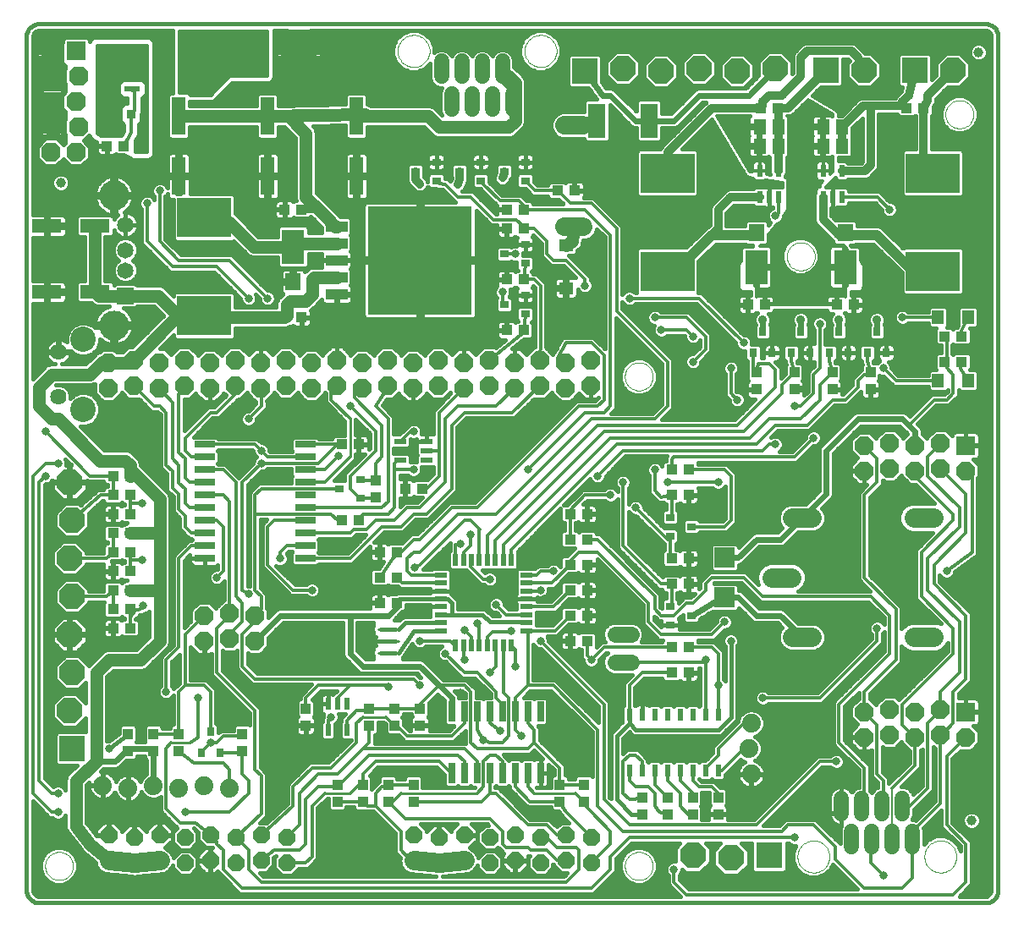
<source format=gtl>
G75*
%MOIN*%
%OFA0B0*%
%FSLAX24Y24*%
%IPPOS*%
%LPD*%
%AMOC8*
5,1,8,0,0,1.08239X$1,22.5*
%
%ADD10C,0.0160*%
%ADD11C,0.0000*%
%ADD12C,0.0177*%
%ADD13C,0.0100*%
%ADD14C,0.0640*%
%ADD15R,0.0500X0.0220*%
%ADD16R,0.0220X0.0500*%
%ADD17R,0.0394X0.0433*%
%ADD18R,0.0433X0.0394*%
%ADD19R,0.0551X0.1496*%
%ADD20OC8,0.0740*%
%ADD21C,0.0394*%
%ADD22C,0.0740*%
%ADD23R,0.1500X0.1500*%
%ADD24C,0.1500*%
%ADD25OC8,0.0660*%
%ADD26R,0.4098X0.4252*%
%ADD27R,0.0850X0.0420*%
%ADD28R,0.2126X0.1575*%
%ADD29R,0.1181X0.0551*%
%ADD30R,0.0906X0.1378*%
%ADD31R,0.0610X0.0669*%
%ADD32R,0.0354X0.0374*%
%ADD33R,0.0600X0.0240*%
%ADD34C,0.0740*%
%ADD35R,0.0260X0.0800*%
%ADD36R,0.0354X0.0315*%
%ADD37R,0.0472X0.0217*%
%ADD38R,0.0800X0.0260*%
%ADD39R,0.0217X0.0472*%
%ADD40R,0.0512X0.0591*%
%ADD41OC8,0.1000*%
%ADD42R,0.1000X0.1000*%
%ADD43R,0.0315X0.0354*%
%ADD44R,0.0740X0.0740*%
%ADD45C,0.0594*%
%ADD46C,0.0780*%
%ADD47R,0.0787X0.0787*%
%ADD48R,0.0472X0.0551*%
%ADD49C,0.0640*%
%ADD50C,0.1000*%
%ADD51OC8,0.0760*%
%ADD52R,0.0760X0.0760*%
%ADD53R,0.0236X0.0472*%
%ADD54R,0.0579X0.0500*%
%ADD55C,0.1181*%
%ADD56R,0.0650X0.0650*%
%ADD57C,0.0650*%
%ADD58R,0.0701X0.1378*%
%ADD59C,0.0317*%
%ADD60C,0.0240*%
%ADD61C,0.0120*%
%ADD62C,0.0500*%
%ADD63C,0.0320*%
%ADD64C,0.0760*%
%ADD65C,0.0356*%
%ADD66C,0.0080*%
%ADD67C,0.0400*%
D10*
X008367Y006725D02*
X008367Y040371D01*
X008627Y040371D02*
X008632Y040418D01*
X008667Y040504D01*
X008734Y040570D01*
X008820Y040606D01*
X008867Y040611D01*
X014117Y040611D01*
X014117Y038139D01*
X014025Y038139D01*
X013931Y038045D01*
X013931Y036417D01*
X014025Y036323D01*
X014709Y036323D01*
X014802Y036417D01*
X014802Y036821D01*
X017431Y036821D01*
X017431Y036417D01*
X017525Y036323D01*
X018209Y036323D01*
X018302Y036417D01*
X018302Y036821D01*
X018516Y036821D01*
X018957Y036380D01*
X018957Y033968D01*
X018982Y033907D01*
X018919Y033907D01*
X018881Y033869D01*
X018859Y033891D01*
X018818Y033915D01*
X018772Y033927D01*
X018551Y033927D01*
X018551Y033568D01*
X018514Y033568D01*
X018514Y033532D01*
X018136Y033532D01*
X018136Y033329D01*
X018148Y033284D01*
X018172Y033243D01*
X018205Y033209D01*
X018246Y033185D01*
X018292Y033173D01*
X018514Y033173D01*
X018514Y033532D01*
X018551Y033532D01*
X018551Y033173D01*
X018772Y033173D01*
X018818Y033185D01*
X018859Y033209D01*
X018881Y033231D01*
X018919Y033193D01*
X019484Y033193D01*
X019561Y033270D01*
X019567Y033270D01*
X019769Y033068D01*
X020002Y032835D01*
X020002Y032630D01*
X019480Y032630D01*
X019480Y032837D01*
X019386Y032930D01*
X018348Y032930D01*
X018254Y032837D01*
X018254Y032491D01*
X017505Y032491D01*
X016714Y033282D01*
X016599Y033398D01*
X016590Y033401D01*
X016590Y034083D01*
X016496Y034177D01*
X014822Y034177D01*
X014822Y034811D01*
X014425Y034811D01*
X014425Y034927D01*
X014309Y034927D01*
X014309Y035797D01*
X014068Y035797D01*
X014022Y035785D01*
X013981Y035761D01*
X013947Y035727D01*
X013924Y035686D01*
X013911Y035641D01*
X013911Y034927D01*
X014309Y034927D01*
X014309Y034811D01*
X014425Y034811D01*
X014425Y034177D01*
X014309Y034177D01*
X014309Y034811D01*
X013911Y034811D01*
X013911Y034421D01*
X013887Y034480D01*
X013797Y034570D01*
X013680Y034618D01*
X013554Y034618D01*
X013437Y034570D01*
X013347Y034480D01*
X013298Y034363D01*
X013298Y034237D01*
X013347Y034120D01*
X013397Y034070D01*
X013397Y033956D01*
X013387Y033980D01*
X013297Y034070D01*
X013180Y034118D01*
X013054Y034118D01*
X012937Y034070D01*
X012847Y033980D01*
X012798Y033863D01*
X012798Y033737D01*
X012847Y033620D01*
X012897Y033570D01*
X012897Y032209D01*
X012685Y032209D01*
X012678Y032225D02*
X012542Y032361D01*
X012363Y032435D01*
X012170Y032435D01*
X011992Y032361D01*
X011856Y032225D01*
X011782Y032046D01*
X011782Y031854D01*
X011856Y031675D01*
X011981Y031550D01*
X011856Y031425D01*
X011782Y031246D01*
X011782Y031054D01*
X011856Y030875D01*
X011992Y030739D01*
X012170Y030665D01*
X012363Y030665D01*
X012542Y030739D01*
X012678Y030875D01*
X012752Y031054D01*
X012752Y031246D01*
X012678Y031425D01*
X012553Y031550D01*
X012678Y031675D01*
X012752Y031854D01*
X012752Y032046D01*
X012678Y032225D01*
X012750Y032051D02*
X013055Y032051D01*
X012897Y032209D02*
X013897Y031209D01*
X014026Y031080D01*
X015776Y031080D01*
X016798Y030057D01*
X016798Y029987D01*
X016847Y029870D01*
X016937Y029780D01*
X017054Y029732D01*
X017180Y029732D01*
X017297Y029780D01*
X017387Y029870D01*
X017435Y029987D01*
X017435Y030113D01*
X017395Y030211D01*
X017548Y030057D01*
X017548Y029987D01*
X017597Y029870D01*
X017687Y029780D01*
X017804Y029732D01*
X017930Y029732D01*
X018047Y029780D01*
X018137Y029870D01*
X018185Y029987D01*
X018185Y030113D01*
X018137Y030230D01*
X018047Y030320D01*
X017930Y030368D01*
X017860Y030368D01*
X016458Y031770D01*
X014458Y031770D01*
X013837Y032391D01*
X013837Y034070D01*
X013887Y034120D01*
X013911Y034179D01*
X013911Y034097D01*
X013924Y034051D01*
X013947Y034010D01*
X013981Y033977D01*
X014022Y033953D01*
X014068Y033941D01*
X014144Y033941D01*
X014144Y032375D01*
X014238Y032282D01*
X016496Y032282D01*
X016526Y032311D01*
X017103Y031734D01*
X017254Y031671D01*
X018254Y031671D01*
X018254Y031326D01*
X018348Y031233D01*
X019386Y031233D01*
X019480Y031326D01*
X019480Y031810D01*
X019989Y031810D01*
X019982Y031784D01*
X019982Y031575D01*
X020562Y031575D01*
X020562Y031525D01*
X019982Y031525D01*
X019982Y031316D01*
X019989Y031290D01*
X019615Y031290D01*
X019465Y031228D01*
X019385Y031148D01*
X019341Y031104D01*
X019340Y031108D01*
X019316Y031149D01*
X019283Y031182D01*
X019241Y031206D01*
X019196Y031218D01*
X018939Y031218D01*
X018939Y030776D01*
X018794Y030776D01*
X018794Y030631D01*
X018382Y030631D01*
X018382Y030345D01*
X018394Y030299D01*
X018418Y030258D01*
X018451Y030225D01*
X018458Y030221D01*
X018385Y030148D01*
X018269Y030032D01*
X018207Y029882D01*
X018207Y029710D01*
X016590Y029710D01*
X016590Y030225D01*
X016496Y030318D01*
X014238Y030318D01*
X014144Y030225D01*
X014144Y030147D01*
X013794Y030498D01*
X013643Y030560D01*
X012733Y030560D01*
X012658Y030635D01*
X011876Y030635D01*
X011812Y030572D01*
X011812Y030642D01*
X011719Y030736D01*
X011472Y030736D01*
X011472Y032464D01*
X011719Y032464D01*
X011812Y032558D01*
X011812Y032730D01*
X011835Y032685D01*
X011882Y032621D01*
X011938Y032565D01*
X012002Y032518D01*
X012073Y032482D01*
X012149Y032457D01*
X012227Y032445D01*
X012267Y032445D01*
X012307Y032445D01*
X012385Y032457D01*
X012461Y032482D01*
X012532Y032518D01*
X012596Y032565D01*
X012652Y032621D01*
X012699Y032685D01*
X012735Y032756D01*
X012759Y032832D01*
X012772Y032910D01*
X012772Y032950D01*
X012772Y032990D01*
X012759Y033068D01*
X012735Y033144D01*
X012699Y033215D01*
X012652Y033279D01*
X012596Y033335D01*
X012532Y033382D01*
X012461Y033418D01*
X012385Y033443D01*
X012307Y033455D01*
X012267Y033455D01*
X012267Y032950D01*
X012772Y032950D01*
X012267Y032950D01*
X012267Y032950D01*
X012267Y032950D01*
X012267Y032445D01*
X012267Y032950D01*
X012267Y032950D01*
X012267Y033455D01*
X012227Y033455D01*
X012224Y033455D01*
X012246Y033467D01*
X012326Y033528D01*
X012397Y033600D01*
X012459Y033680D01*
X012509Y033768D01*
X012548Y033861D01*
X012574Y033958D01*
X012584Y034029D01*
X011897Y034029D01*
X011897Y034189D01*
X012584Y034189D01*
X012574Y034260D01*
X012548Y034357D01*
X012509Y034451D01*
X012459Y034538D01*
X012397Y034618D01*
X012326Y034690D01*
X012246Y034751D01*
X012158Y034802D01*
X012065Y034840D01*
X011968Y034866D01*
X011897Y034876D01*
X011897Y034189D01*
X011737Y034189D01*
X011737Y034876D01*
X011666Y034866D01*
X011569Y034840D01*
X011475Y034802D01*
X011388Y034751D01*
X011308Y034690D01*
X011236Y034618D01*
X011175Y034538D01*
X011124Y034451D01*
X011086Y034357D01*
X011060Y034260D01*
X011050Y034189D01*
X011737Y034189D01*
X011737Y034029D01*
X011897Y034029D01*
X011897Y033342D01*
X011959Y033351D01*
X011938Y033335D01*
X011882Y033279D01*
X011835Y033215D01*
X011812Y033170D01*
X011812Y033242D01*
X011719Y033336D01*
X010405Y033336D01*
X010311Y033242D01*
X010311Y032558D01*
X010405Y032464D01*
X010652Y032464D01*
X010652Y030736D01*
X010405Y030736D01*
X010311Y030642D01*
X010311Y029958D01*
X010405Y029864D01*
X010918Y029864D01*
X010980Y029802D01*
X011130Y029740D01*
X011635Y029740D01*
X011569Y029722D01*
X011475Y029684D01*
X011388Y029633D01*
X011308Y029572D01*
X011236Y029500D01*
X011175Y029420D01*
X011124Y029332D01*
X011086Y029239D01*
X011060Y029142D01*
X011050Y029071D01*
X011737Y029071D01*
X011737Y028911D01*
X011897Y028911D01*
X011897Y029071D01*
X012584Y029071D01*
X012574Y029142D01*
X012548Y029239D01*
X012509Y029332D01*
X012459Y029420D01*
X012397Y029500D01*
X012326Y029572D01*
X012246Y029633D01*
X012190Y029665D01*
X012658Y029665D01*
X012733Y029740D01*
X013392Y029740D01*
X013761Y029371D01*
X012538Y028148D01*
X012368Y028148D01*
X012148Y027928D01*
X011927Y027928D01*
X011807Y028048D01*
X011368Y028048D01*
X011276Y027956D01*
X011135Y027898D01*
X011019Y027782D01*
X010697Y027460D01*
X009768Y027460D01*
X009819Y027477D01*
X009889Y027512D01*
X009953Y027559D01*
X010008Y027614D01*
X010055Y027678D01*
X010090Y027748D01*
X010115Y027823D01*
X010127Y027901D01*
X010127Y027920D01*
X009647Y027920D01*
X009647Y027960D01*
X010127Y027960D01*
X010127Y027977D01*
X010233Y027870D01*
X010476Y027770D01*
X010738Y027770D01*
X010981Y027870D01*
X011166Y028056D01*
X011267Y028299D01*
X011267Y028451D01*
X011308Y028410D01*
X011388Y028349D01*
X011475Y028298D01*
X011569Y028260D01*
X011666Y028234D01*
X011737Y028224D01*
X011737Y028911D01*
X011059Y028911D01*
X010981Y028990D01*
X010738Y029090D01*
X010476Y029090D01*
X010233Y028990D01*
X010047Y028804D01*
X009947Y028561D01*
X009947Y028326D01*
X009889Y028368D01*
X009819Y028403D01*
X009744Y028428D01*
X009666Y028440D01*
X009647Y028440D01*
X009647Y027960D01*
X009607Y027960D01*
X009607Y028440D01*
X009588Y028440D01*
X009510Y028428D01*
X009435Y028403D01*
X009365Y028368D01*
X009301Y028321D01*
X009246Y028266D01*
X009199Y028202D01*
X009164Y028132D01*
X009139Y028057D01*
X009127Y027979D01*
X009127Y027960D01*
X009607Y027960D01*
X009607Y027920D01*
X009127Y027920D01*
X009127Y027901D01*
X009139Y027823D01*
X009164Y027748D01*
X009199Y027678D01*
X009246Y027614D01*
X009301Y027559D01*
X009365Y027512D01*
X009435Y027477D01*
X009486Y027460D01*
X009285Y027460D01*
X009135Y027398D01*
X009019Y027282D01*
X008627Y026890D01*
X008627Y029844D01*
X009114Y029844D01*
X009114Y030242D01*
X009230Y030242D01*
X009230Y030358D01*
X009114Y030358D01*
X009114Y030756D01*
X008627Y030756D01*
X008627Y032444D01*
X009114Y032444D01*
X009114Y032842D01*
X009230Y032842D01*
X009230Y032958D01*
X009114Y032958D01*
X009114Y033356D01*
X008627Y033356D01*
X008627Y040371D01*
X008627Y040293D02*
X009017Y040293D01*
X009085Y040360D02*
X008757Y040032D01*
X008757Y039820D01*
X009297Y039820D01*
X009297Y040360D01*
X009085Y040360D01*
X008867Y040871D02*
X008823Y040869D01*
X008780Y040863D01*
X008738Y040854D01*
X008696Y040841D01*
X008656Y040824D01*
X008617Y040804D01*
X008580Y040781D01*
X008546Y040754D01*
X008513Y040725D01*
X008484Y040692D01*
X008457Y040658D01*
X008434Y040621D01*
X008414Y040582D01*
X008397Y040542D01*
X008384Y040500D01*
X008375Y040458D01*
X008369Y040415D01*
X008367Y040371D01*
X008645Y040451D02*
X014117Y040451D01*
X014117Y040293D02*
X013284Y040293D01*
X013281Y040296D02*
X013175Y040340D01*
X011059Y040340D01*
X010953Y040296D01*
X010871Y040214D01*
X010857Y040180D01*
X010857Y040246D01*
X010763Y040340D01*
X009871Y040340D01*
X009777Y040246D01*
X009777Y040132D01*
X009549Y040360D01*
X009337Y040360D01*
X009337Y039820D01*
X009297Y039820D01*
X009297Y039780D01*
X008757Y039780D01*
X008757Y039568D01*
X009075Y039250D01*
X008857Y039032D01*
X008857Y038820D01*
X009397Y038820D01*
X009397Y038780D01*
X008857Y038780D01*
X008857Y038568D01*
X009075Y038350D01*
X008757Y038032D01*
X008757Y037820D01*
X009297Y037820D01*
X009297Y037780D01*
X008757Y037780D01*
X008757Y037568D01*
X009075Y037250D01*
X008857Y037032D01*
X008857Y036820D01*
X009397Y036820D01*
X009397Y036780D01*
X008857Y036780D01*
X008857Y036568D01*
X009089Y036336D01*
X008777Y036024D01*
X008777Y035576D01*
X009093Y035260D01*
X009541Y035260D01*
X009817Y035536D01*
X010093Y035260D01*
X010541Y035260D01*
X010857Y035576D01*
X010857Y036024D01*
X010621Y036260D01*
X010641Y036260D01*
X010840Y036460D01*
X010845Y036449D01*
X010860Y036404D01*
X010867Y036396D01*
X010871Y036386D01*
X010905Y036352D01*
X010936Y036316D01*
X010945Y036312D01*
X010953Y036304D01*
X010996Y036286D01*
X011136Y036216D01*
X011136Y036068D01*
X011432Y036068D01*
X011505Y036032D01*
X011136Y036032D01*
X011136Y035829D01*
X011148Y035784D01*
X011172Y035743D01*
X011205Y035709D01*
X011246Y035685D01*
X011292Y035673D01*
X011514Y035673D01*
X011514Y036027D01*
X011551Y036009D01*
X011551Y035673D01*
X011772Y035673D01*
X011818Y035685D01*
X011859Y035709D01*
X011881Y035731D01*
X011919Y035693D01*
X012182Y035693D01*
X012445Y035562D01*
X012453Y035554D01*
X012496Y035536D01*
X012539Y035515D01*
X012549Y035514D01*
X012559Y035510D01*
X012607Y035510D01*
X012654Y035507D01*
X012664Y035510D01*
X013175Y035510D01*
X013281Y035554D01*
X013363Y035636D01*
X013407Y035742D01*
X013407Y040108D01*
X013363Y040214D01*
X013281Y040296D01*
X013396Y040134D02*
X014117Y040134D01*
X014117Y039976D02*
X013407Y039976D01*
X013407Y039817D02*
X014117Y039817D01*
X014117Y039659D02*
X013407Y039659D01*
X013407Y039500D02*
X014117Y039500D01*
X014117Y039342D02*
X013407Y039342D01*
X013407Y039183D02*
X014117Y039183D01*
X014117Y039025D02*
X013407Y039025D01*
X013407Y038866D02*
X014117Y038866D01*
X014117Y038708D02*
X013407Y038708D01*
X013407Y038549D02*
X014117Y038549D01*
X014117Y038391D02*
X013407Y038391D01*
X013407Y038232D02*
X014117Y038232D01*
X013959Y038074D02*
X013407Y038074D01*
X013407Y037915D02*
X013931Y037915D01*
X013931Y037757D02*
X013407Y037757D01*
X013407Y037598D02*
X013931Y037598D01*
X013931Y037440D02*
X013407Y037440D01*
X013407Y037281D02*
X013931Y037281D01*
X013931Y037123D02*
X013407Y037123D01*
X013407Y036964D02*
X013931Y036964D01*
X013931Y036806D02*
X013407Y036806D01*
X013407Y036647D02*
X013931Y036647D01*
X013931Y036489D02*
X013407Y036489D01*
X013407Y036330D02*
X014018Y036330D01*
X014716Y036330D02*
X017518Y036330D01*
X017431Y036489D02*
X014802Y036489D01*
X014802Y036647D02*
X017431Y036647D01*
X017431Y036806D02*
X014802Y036806D01*
X014802Y037641D02*
X014802Y037800D01*
X015667Y037800D01*
X015759Y037838D01*
X016470Y038550D01*
X017917Y038550D01*
X018009Y038588D01*
X018079Y038658D01*
X018117Y038750D01*
X018117Y040611D01*
X018628Y040611D01*
X018546Y040560D01*
X018465Y040495D01*
X018391Y040421D01*
X018326Y040339D01*
X018270Y040251D01*
X018225Y040156D01*
X018190Y040058D01*
X018167Y039956D01*
X018155Y039852D01*
X018155Y039848D01*
X019037Y039848D01*
X019037Y039752D01*
X018155Y039752D01*
X018155Y039748D01*
X018167Y039644D01*
X018190Y039542D01*
X018225Y039444D01*
X018270Y039349D01*
X018326Y039261D01*
X018391Y039179D01*
X018465Y039105D01*
X018546Y039040D01*
X018635Y038985D01*
X018729Y038939D01*
X018828Y038905D01*
X018929Y038882D01*
X019033Y038870D01*
X019037Y038870D01*
X019037Y039752D01*
X019133Y039752D01*
X019133Y038870D01*
X019138Y038870D01*
X019241Y038882D01*
X019343Y038905D01*
X019442Y038939D01*
X019536Y038985D01*
X019624Y039040D01*
X019706Y039105D01*
X019780Y039179D01*
X019845Y039261D01*
X019901Y039349D01*
X019946Y039444D01*
X019980Y039542D01*
X020004Y039644D01*
X020015Y039748D01*
X020015Y039752D01*
X019133Y039752D01*
X019133Y039848D01*
X020015Y039848D01*
X020015Y039852D01*
X020004Y039956D01*
X019980Y040058D01*
X019946Y040156D01*
X019901Y040251D01*
X019845Y040339D01*
X019780Y040421D01*
X019706Y040495D01*
X019624Y040560D01*
X019543Y040611D01*
X046135Y040611D01*
X046181Y040606D01*
X046268Y040570D01*
X046334Y040504D01*
X046370Y040418D01*
X046375Y040371D01*
X046375Y006725D01*
X046370Y006678D01*
X046334Y006592D01*
X046268Y006526D01*
X046181Y006490D01*
X046135Y006485D01*
X045113Y006485D01*
X045587Y006959D01*
X045587Y008641D01*
X045458Y008770D01*
X044837Y009391D01*
X044837Y011909D01*
X045148Y012220D01*
X045586Y012220D01*
X045897Y012530D01*
X045897Y012970D01*
X045666Y013200D01*
X045761Y013200D01*
X045806Y013212D01*
X045847Y013236D01*
X045881Y013269D01*
X045905Y013311D01*
X045917Y013356D01*
X045917Y013741D01*
X045375Y013741D01*
X045375Y013759D01*
X045358Y013759D01*
X045358Y014300D01*
X045087Y014300D01*
X045087Y014459D01*
X045458Y014830D01*
X045458Y014830D01*
X045587Y014959D01*
X045587Y017641D01*
X044337Y018891D01*
X044337Y019144D01*
X044347Y019120D01*
X044437Y019030D01*
X044554Y018982D01*
X044680Y018982D01*
X044797Y019030D01*
X044887Y019120D01*
X044935Y019237D01*
X044935Y019264D01*
X045690Y019830D01*
X045708Y019830D01*
X045761Y019883D01*
X045822Y019929D01*
X045824Y019946D01*
X045837Y019959D01*
X045837Y020034D01*
X045848Y020109D01*
X045837Y020123D01*
X045837Y022970D01*
X045897Y023030D01*
X045897Y023470D01*
X045666Y023700D01*
X045761Y023700D01*
X045806Y023712D01*
X045847Y023736D01*
X045881Y023769D01*
X045905Y023811D01*
X045917Y023856D01*
X045917Y024241D01*
X045375Y024241D01*
X045375Y024259D01*
X045358Y024259D01*
X045358Y024800D01*
X044973Y024800D01*
X044927Y024788D01*
X044886Y024764D01*
X044853Y024731D01*
X044829Y024689D01*
X044818Y024648D01*
X044586Y024880D01*
X044147Y024880D01*
X043837Y024570D01*
X043837Y024530D01*
X043647Y024720D01*
X043647Y024856D01*
X043604Y024959D01*
X043470Y025092D01*
X044208Y025830D01*
X044708Y025830D01*
X044837Y025959D01*
X045087Y026209D01*
X045087Y026432D01*
X045155Y026364D01*
X045760Y026364D01*
X045854Y026458D01*
X045854Y027142D01*
X045760Y027236D01*
X045527Y027236D01*
X045578Y027287D01*
X045578Y027813D01*
X045484Y027907D01*
X044919Y027907D01*
X044867Y027855D01*
X044837Y027885D01*
X044837Y028215D01*
X044867Y028245D01*
X044919Y028193D01*
X045484Y028193D01*
X045578Y028287D01*
X045578Y028813D01*
X045527Y028864D01*
X045760Y028864D01*
X045854Y028958D01*
X045854Y029642D01*
X045760Y029736D01*
X045155Y029736D01*
X045061Y029642D01*
X045061Y028978D01*
X045027Y028907D01*
X044919Y028907D01*
X044867Y028855D01*
X044815Y028907D01*
X044621Y028907D01*
X044673Y028958D01*
X044673Y029642D01*
X044579Y029736D01*
X043974Y029736D01*
X043880Y029642D01*
X043880Y029520D01*
X043097Y029520D01*
X043047Y029570D01*
X042930Y029618D01*
X042804Y029618D01*
X042687Y029570D01*
X042597Y029480D01*
X042548Y029363D01*
X042548Y029237D01*
X042597Y029120D01*
X042687Y029030D01*
X042804Y028982D01*
X042930Y028982D01*
X043047Y029030D01*
X043097Y029080D01*
X043880Y029080D01*
X043880Y028958D01*
X043974Y028864D01*
X044207Y028864D01*
X044156Y028813D01*
X044156Y028287D01*
X044249Y028193D01*
X044397Y028193D01*
X044397Y027907D01*
X044249Y027907D01*
X044156Y027813D01*
X044156Y027287D01*
X044207Y027236D01*
X043974Y027236D01*
X043880Y027142D01*
X043880Y027020D01*
X042708Y027020D01*
X042435Y027293D01*
X042435Y027363D01*
X042387Y027480D01*
X042318Y027549D01*
X042422Y027549D01*
X042468Y027561D01*
X042509Y027585D01*
X042542Y027619D01*
X042566Y027660D01*
X042578Y027705D01*
X042578Y027906D01*
X042241Y027906D01*
X042241Y027906D01*
X041903Y027906D01*
X041903Y027705D01*
X041916Y027660D01*
X041939Y027619D01*
X041973Y027585D01*
X041937Y027570D01*
X041878Y027511D01*
X041737Y027511D01*
X041720Y027572D01*
X041810Y027663D01*
X041810Y028150D01*
X041717Y028243D01*
X041269Y028243D01*
X041175Y028150D01*
X041175Y027663D01*
X041260Y027578D01*
X041273Y027535D01*
X041273Y027475D01*
X041295Y027452D01*
X041260Y027417D01*
X041260Y027254D01*
X041147Y027141D01*
X040897Y026891D01*
X040897Y026641D01*
X040526Y026270D01*
X040494Y026270D01*
X040494Y026447D01*
X040135Y026447D01*
X040135Y026484D01*
X040494Y026484D01*
X040494Y026706D01*
X040481Y026751D01*
X040458Y026792D01*
X040436Y026814D01*
X040474Y026852D01*
X040474Y027417D01*
X040380Y027511D01*
X040237Y027511D01*
X040220Y027572D01*
X040310Y027663D01*
X040310Y028150D01*
X040217Y028243D01*
X039837Y028243D01*
X039837Y028820D01*
X039887Y028870D01*
X039935Y028987D01*
X039935Y029113D01*
X039887Y029230D01*
X039797Y029320D01*
X039680Y029368D01*
X039554Y029368D01*
X039437Y029320D01*
X039347Y029230D01*
X039298Y029113D01*
X039298Y028987D01*
X039347Y028870D01*
X039397Y028820D01*
X039397Y028263D01*
X039241Y028263D01*
X039241Y027906D01*
X039241Y027549D01*
X039397Y027549D01*
X039397Y027391D01*
X039276Y027270D01*
X039147Y027141D01*
X039147Y026391D01*
X038994Y026238D01*
X038994Y026447D01*
X038635Y026447D01*
X038635Y026484D01*
X038994Y026484D01*
X038994Y026706D01*
X038981Y026751D01*
X038958Y026792D01*
X038936Y026814D01*
X038974Y026852D01*
X038974Y027417D01*
X038880Y027511D01*
X038737Y027511D01*
X038720Y027572D01*
X038810Y027663D01*
X038810Y028150D01*
X038717Y028243D01*
X038269Y028243D01*
X038175Y028150D01*
X038175Y027663D01*
X038260Y027578D01*
X038273Y027535D01*
X038273Y027475D01*
X038295Y027452D01*
X038260Y027417D01*
X038260Y027089D01*
X038087Y026916D01*
X038087Y027322D01*
X037860Y027549D01*
X037922Y027549D01*
X037968Y027561D01*
X038009Y027585D01*
X038042Y027619D01*
X038066Y027660D01*
X038078Y027705D01*
X038078Y027906D01*
X037741Y027906D01*
X037741Y027906D01*
X037403Y027906D01*
X037403Y027705D01*
X037405Y027701D01*
X037310Y027701D01*
X037310Y028150D01*
X037217Y028243D01*
X036935Y028243D01*
X036935Y028363D01*
X036887Y028480D01*
X036797Y028570D01*
X036680Y028618D01*
X036610Y028618D01*
X034958Y030270D01*
X034840Y030270D01*
X034840Y031514D01*
X035516Y032190D01*
X036707Y032190D01*
X036745Y032152D01*
X036975Y032152D01*
X036949Y032117D01*
X036598Y032117D01*
X036504Y032024D01*
X036504Y031546D01*
X036437Y031459D01*
X036413Y031436D01*
X036408Y031422D01*
X036398Y031410D01*
X036389Y031378D01*
X036377Y031348D01*
X036377Y031332D01*
X036373Y031318D01*
X036377Y031285D01*
X036377Y030502D01*
X036413Y030414D01*
X036481Y030347D01*
X036569Y030310D01*
X036877Y030310D01*
X036877Y030177D01*
X036801Y030177D01*
X036801Y029818D01*
X036764Y029818D01*
X036764Y029782D01*
X036386Y029782D01*
X036386Y029579D01*
X036398Y029534D01*
X036422Y029493D01*
X036455Y029459D01*
X036496Y029435D01*
X036542Y029423D01*
X036764Y029423D01*
X036764Y029782D01*
X036801Y029782D01*
X036801Y029423D01*
X037022Y029423D01*
X037068Y029435D01*
X037109Y029459D01*
X037131Y029481D01*
X037150Y029462D01*
X037080Y029392D01*
X037029Y029267D01*
X037029Y029133D01*
X037080Y029008D01*
X037081Y029008D01*
X037049Y028977D01*
X037049Y028490D01*
X037143Y028396D01*
X037591Y028396D01*
X037684Y028490D01*
X037684Y028977D01*
X037653Y029008D01*
X037654Y029008D01*
X037705Y029133D01*
X037705Y029267D01*
X037654Y029392D01*
X037602Y029443D01*
X037734Y029443D01*
X037828Y029537D01*
X037828Y029560D01*
X039906Y029560D01*
X039906Y029537D01*
X039999Y029443D01*
X040132Y029443D01*
X040080Y029392D01*
X040029Y029267D01*
X040029Y029133D01*
X040080Y029008D01*
X040081Y029008D01*
X040049Y028977D01*
X040049Y028490D01*
X040143Y028396D01*
X040591Y028396D01*
X040684Y028490D01*
X040684Y028977D01*
X040653Y029008D01*
X040654Y029008D01*
X040705Y029133D01*
X040705Y029267D01*
X040654Y029392D01*
X040583Y029462D01*
X040603Y029481D01*
X040624Y029459D01*
X040666Y029435D01*
X040711Y029423D01*
X040933Y029423D01*
X040933Y029782D01*
X040970Y029782D01*
X040970Y029818D01*
X041348Y029818D01*
X041348Y030021D01*
X041336Y030066D01*
X041312Y030107D01*
X041279Y030141D01*
X041238Y030165D01*
X041192Y030177D01*
X040970Y030177D01*
X040970Y029818D01*
X040933Y029818D01*
X040933Y030177D01*
X040857Y030177D01*
X040857Y030310D01*
X041165Y030310D01*
X041253Y030347D01*
X041320Y030414D01*
X041357Y030502D01*
X041357Y031276D01*
X041362Y031300D01*
X041357Y031324D01*
X041357Y031348D01*
X041348Y031370D01*
X041343Y031393D01*
X041330Y031414D01*
X041320Y031436D01*
X041303Y031453D01*
X041230Y031564D01*
X041230Y032024D01*
X041136Y032117D01*
X040860Y032117D01*
X040837Y032152D01*
X040988Y032152D01*
X041026Y032190D01*
X041718Y032190D01*
X042844Y031064D01*
X042844Y030267D01*
X042938Y030173D01*
X045196Y030173D01*
X045290Y030267D01*
X045290Y031975D01*
X045196Y032068D01*
X042938Y032068D01*
X042898Y032028D01*
X042172Y032754D01*
X042071Y032855D01*
X041938Y032910D01*
X041082Y032910D01*
X041082Y033047D01*
X040988Y033141D01*
X040245Y033141D01*
X040237Y033133D01*
X040077Y033292D01*
X040063Y033314D01*
X040063Y033622D01*
X040117Y033622D01*
X040249Y033622D01*
X040295Y033634D01*
X040313Y033645D01*
X040316Y033642D01*
X040665Y033642D01*
X040759Y033736D01*
X040759Y033818D01*
X041788Y033818D01*
X042048Y033557D01*
X042048Y033487D01*
X042097Y033370D01*
X042187Y033280D01*
X042304Y033232D01*
X042430Y033232D01*
X042547Y033280D01*
X042637Y033370D01*
X042685Y033487D01*
X042685Y033613D01*
X042637Y033730D01*
X042547Y033820D01*
X042430Y033868D01*
X042360Y033868D01*
X041970Y034258D01*
X040759Y034258D01*
X040759Y034341D01*
X040665Y034434D01*
X040316Y034434D01*
X040313Y034431D01*
X040295Y034442D01*
X040249Y034454D01*
X040117Y034454D01*
X040117Y034038D01*
X040117Y033622D01*
X040117Y034038D01*
X040117Y034038D01*
X040117Y034038D01*
X040117Y034454D01*
X039985Y034454D01*
X039939Y034442D01*
X039920Y034431D01*
X039917Y034434D01*
X039857Y034434D01*
X039857Y034451D01*
X040223Y034816D01*
X040223Y034759D01*
X040316Y034666D01*
X040665Y034666D01*
X040742Y034742D01*
X041442Y034742D01*
X041560Y034791D01*
X041798Y035029D01*
X041888Y035119D01*
X041937Y035236D01*
X041937Y037309D01*
X042656Y037309D01*
X042656Y037287D01*
X042749Y037193D01*
X043315Y037193D01*
X043367Y037245D01*
X043382Y037230D01*
X043382Y035927D01*
X042938Y035927D01*
X042844Y035833D01*
X042844Y034125D01*
X042938Y034032D01*
X045196Y034032D01*
X045290Y034125D01*
X045290Y035833D01*
X045196Y035927D01*
X044022Y035927D01*
X044022Y037230D01*
X044078Y037287D01*
X044078Y037572D01*
X044126Y037659D01*
X044138Y037672D01*
X044156Y037715D01*
X044178Y037756D01*
X044180Y037773D01*
X044187Y037789D01*
X044187Y037836D01*
X044192Y037882D01*
X044187Y037899D01*
X044187Y037917D01*
X044659Y038390D01*
X045140Y038390D01*
X045527Y038777D01*
X045527Y039323D01*
X045140Y039710D01*
X044594Y039710D01*
X044207Y039323D01*
X044207Y038843D01*
X044027Y038663D01*
X044027Y039616D01*
X043933Y039710D01*
X042801Y039710D01*
X042707Y039616D01*
X042707Y038484D01*
X042801Y038390D01*
X042872Y038390D01*
X042828Y038214D01*
X042686Y038071D01*
X042596Y037981D01*
X042582Y037949D01*
X041256Y037949D01*
X041138Y037900D01*
X040494Y037255D01*
X040357Y037255D01*
X040357Y037282D01*
X040361Y037312D01*
X040357Y037330D01*
X040357Y037348D01*
X040345Y037375D01*
X040338Y037405D01*
X040327Y037419D01*
X040320Y037436D01*
X040299Y037457D01*
X040281Y037481D01*
X040266Y037491D01*
X040253Y037503D01*
X040225Y037515D01*
X039325Y038055D01*
X039659Y038390D01*
X040433Y038390D01*
X040527Y038484D01*
X040527Y039480D01*
X040734Y039480D01*
X040799Y039415D01*
X040707Y039323D01*
X040707Y038777D01*
X041094Y038390D01*
X041640Y038390D01*
X042027Y038777D01*
X042027Y039323D01*
X041640Y039710D01*
X041397Y039710D01*
X041388Y039731D01*
X041380Y039740D01*
X041375Y039750D01*
X041335Y039784D01*
X041138Y039981D01*
X041048Y040071D01*
X040931Y040120D01*
X039053Y040120D01*
X038936Y040071D01*
X038596Y039731D01*
X038547Y039614D01*
X038547Y038933D01*
X038527Y038913D01*
X038527Y039373D01*
X038140Y039760D01*
X037594Y039760D01*
X037207Y039373D01*
X037207Y038836D01*
X036701Y038330D01*
X034811Y038330D01*
X034708Y038287D01*
X033751Y037330D01*
X033407Y037330D01*
X033407Y037805D01*
X033313Y037899D01*
X032480Y037899D01*
X032386Y037805D01*
X032386Y037427D01*
X031604Y038209D01*
X031525Y038287D01*
X031423Y038330D01*
X031208Y038330D01*
X031027Y038576D01*
X031027Y039566D01*
X030933Y039660D01*
X029801Y039660D01*
X029707Y039566D01*
X029707Y038434D01*
X029801Y038340D01*
X030505Y038340D01*
X030821Y037911D01*
X030826Y037899D01*
X030421Y037899D01*
X030327Y037805D01*
X030327Y037399D01*
X029460Y037399D01*
X029266Y037318D01*
X029116Y037169D01*
X029036Y036974D01*
X029036Y036763D01*
X029116Y036569D01*
X029266Y036420D01*
X029460Y036339D01*
X030327Y036339D01*
X030327Y036295D01*
X030421Y036201D01*
X031254Y036201D01*
X031348Y036295D01*
X031348Y037673D01*
X032208Y036813D01*
X032311Y036770D01*
X032386Y036770D01*
X032386Y036295D01*
X032480Y036201D01*
X033313Y036201D01*
X033407Y036295D01*
X033407Y036770D01*
X033923Y036770D01*
X034025Y036813D01*
X034983Y037770D01*
X035134Y037770D01*
X033436Y036071D01*
X033346Y035981D01*
X033323Y035927D01*
X032488Y035927D01*
X032394Y035833D01*
X032394Y034125D01*
X032488Y034032D01*
X034746Y034032D01*
X034840Y034125D01*
X034840Y035833D01*
X034746Y035927D01*
X034196Y035927D01*
X035362Y037092D01*
X036642Y034959D01*
X036644Y034949D01*
X036666Y034918D01*
X036686Y034886D01*
X036694Y034880D01*
X036699Y034872D01*
X036732Y034851D01*
X036762Y034829D01*
X036772Y034826D01*
X036780Y034821D01*
X036818Y034815D01*
X036855Y034806D01*
X036865Y034807D01*
X036975Y034789D01*
X036975Y034759D01*
X037068Y034666D01*
X037417Y034666D01*
X037460Y034708D01*
X038127Y034597D01*
X038127Y034434D01*
X037816Y034434D01*
X037813Y034431D01*
X037795Y034442D01*
X037749Y034454D01*
X037617Y034454D01*
X037617Y034038D01*
X037617Y033622D01*
X037749Y033622D01*
X037771Y033628D01*
X037771Y033605D01*
X037687Y033570D01*
X037597Y033480D01*
X037548Y033363D01*
X037548Y033237D01*
X037597Y033120D01*
X037671Y033046D01*
X037582Y032932D01*
X037582Y033047D01*
X037488Y033141D01*
X036745Y033141D01*
X036652Y033047D01*
X036652Y032910D01*
X035937Y032910D01*
X035937Y033417D01*
X036238Y033718D01*
X036992Y033718D01*
X037068Y033642D01*
X037417Y033642D01*
X037420Y033645D01*
X037439Y033634D01*
X037485Y033622D01*
X037617Y033622D01*
X037617Y034038D01*
X037617Y034038D01*
X037617Y034038D01*
X037617Y034454D01*
X037485Y034454D01*
X037439Y034442D01*
X037420Y034431D01*
X037417Y034434D01*
X037068Y034434D01*
X036992Y034358D01*
X036041Y034358D01*
X035924Y034309D01*
X035436Y033821D01*
X035346Y033731D01*
X035297Y033614D01*
X035297Y032933D01*
X035260Y032895D01*
X035163Y032855D01*
X035062Y032754D01*
X034376Y032068D01*
X032488Y032068D01*
X032394Y031975D01*
X032394Y030270D01*
X032347Y030270D01*
X032297Y030320D01*
X032180Y030368D01*
X032054Y030368D01*
X031937Y030320D01*
X031847Y030230D01*
X031837Y030206D01*
X031837Y032891D01*
X030837Y033891D01*
X030708Y034020D01*
X030328Y034020D01*
X030336Y034034D01*
X030348Y034079D01*
X030348Y034282D01*
X029970Y034282D01*
X029970Y034318D01*
X030348Y034318D01*
X030348Y034521D01*
X030336Y034566D01*
X030312Y034607D01*
X030279Y034641D01*
X030238Y034665D01*
X030192Y034677D01*
X029970Y034677D01*
X029970Y034318D01*
X029933Y034318D01*
X029933Y034677D01*
X029711Y034677D01*
X029666Y034665D01*
X029624Y034641D01*
X029603Y034619D01*
X029565Y034657D01*
X028999Y034657D01*
X028906Y034563D01*
X028906Y034520D01*
X028478Y034520D01*
X028348Y034650D01*
X028348Y034900D01*
X028254Y034993D01*
X027767Y034993D01*
X027673Y034900D01*
X027673Y034452D01*
X027767Y034359D01*
X028017Y034359D01*
X028295Y034080D01*
X028906Y034080D01*
X028906Y034037D01*
X028999Y033943D01*
X029328Y033943D01*
X029501Y033770D01*
X028328Y033770D01*
X028328Y033813D01*
X028234Y033907D01*
X028071Y033907D01*
X027987Y033991D01*
X027858Y034120D01*
X027108Y034120D01*
X026598Y034630D01*
X026598Y034900D01*
X026504Y034993D01*
X026017Y034993D01*
X025923Y034900D01*
X025923Y034452D01*
X026017Y034359D01*
X026247Y034359D01*
X026276Y034330D01*
X026886Y033720D01*
X026886Y033568D01*
X027264Y033568D01*
X027264Y033532D01*
X026886Y033532D01*
X026886Y033370D01*
X026858Y033370D01*
X026087Y034141D01*
X025958Y034270D01*
X025524Y034270D01*
X025529Y034273D01*
X025547Y034280D01*
X025549Y034282D01*
X025559Y034287D01*
X025623Y034356D01*
X025637Y034370D01*
X025638Y034372D01*
X025646Y034380D01*
X025678Y034469D01*
X025685Y034487D01*
X025685Y034489D01*
X025732Y034617D01*
X025754Y034669D01*
X025754Y034676D01*
X025756Y034683D01*
X025754Y034740D01*
X025754Y034809D01*
X025771Y034826D01*
X025771Y035274D01*
X025677Y035367D01*
X025504Y035367D01*
X025497Y035370D01*
X025370Y035370D01*
X025364Y035367D01*
X025190Y035367D01*
X025097Y035274D01*
X025097Y034826D01*
X025114Y034809D01*
X025114Y034790D01*
X025067Y034661D01*
X025029Y034699D01*
X024975Y034762D01*
X024965Y034763D01*
X024958Y034770D01*
X024876Y034770D01*
X024848Y034772D01*
X024848Y034900D01*
X024754Y034993D01*
X024267Y034993D01*
X024173Y034900D01*
X024173Y034646D01*
X024138Y034731D01*
X024021Y034848D01*
X024021Y035274D01*
X023927Y035367D01*
X023754Y035367D01*
X023747Y035370D01*
X023620Y035370D01*
X023614Y035367D01*
X023440Y035367D01*
X023347Y035274D01*
X023347Y034826D01*
X023364Y034809D01*
X023364Y034669D01*
X023413Y034552D01*
X023686Y034279D01*
X023803Y034230D01*
X023931Y034230D01*
X024048Y034279D01*
X024138Y034369D01*
X024173Y034454D01*
X024173Y034452D01*
X024267Y034359D01*
X024508Y034359D01*
X024509Y034358D01*
X024519Y034357D01*
X024526Y034350D01*
X024608Y034350D01*
X024769Y034337D01*
X025250Y033856D01*
X023947Y033856D01*
X023947Y031630D01*
X026096Y031630D01*
X026096Y033510D01*
X026676Y032930D01*
X026886Y032930D01*
X026886Y032818D01*
X027264Y032818D01*
X027264Y032782D01*
X026886Y032782D01*
X026886Y032579D01*
X026898Y032534D01*
X026922Y032493D01*
X026955Y032459D01*
X026996Y032435D01*
X027042Y032423D01*
X027264Y032423D01*
X027264Y032782D01*
X027301Y032782D01*
X027301Y032423D01*
X027522Y032423D01*
X027568Y032435D01*
X027609Y032459D01*
X027631Y032481D01*
X027669Y032443D01*
X027691Y032443D01*
X027689Y032442D01*
X027666Y032401D01*
X027653Y032355D01*
X027653Y032174D01*
X027653Y032118D01*
X027554Y032118D01*
X027464Y032081D01*
X027427Y032117D01*
X026940Y032117D01*
X026847Y032024D01*
X026847Y031576D01*
X026940Y031483D01*
X027427Y031483D01*
X027464Y031519D01*
X027554Y031482D01*
X027673Y031482D01*
X027673Y031202D01*
X027719Y031157D01*
X027669Y031157D01*
X027631Y031119D01*
X027609Y031141D01*
X027568Y031165D01*
X027522Y031177D01*
X027301Y031177D01*
X027301Y030818D01*
X027264Y030818D01*
X027264Y030782D01*
X026886Y030782D01*
X026886Y030579D01*
X026898Y030534D01*
X026899Y030532D01*
X026847Y030480D01*
X026798Y030363D01*
X026798Y030237D01*
X026847Y030120D01*
X026895Y030072D01*
X026847Y030024D01*
X026847Y029576D01*
X026940Y029483D01*
X027427Y029483D01*
X027521Y029576D01*
X027521Y030024D01*
X027427Y030117D01*
X027385Y030117D01*
X027387Y030120D01*
X027435Y030237D01*
X027435Y030363D01*
X027411Y030423D01*
X027522Y030423D01*
X027568Y030435D01*
X027609Y030459D01*
X027631Y030481D01*
X027669Y030443D01*
X027691Y030443D01*
X027689Y030442D01*
X027666Y030401D01*
X027653Y030355D01*
X027653Y030174D01*
X027653Y029993D01*
X027666Y029947D01*
X027689Y029906D01*
X027723Y029872D01*
X027764Y029849D01*
X027810Y029837D01*
X028011Y029837D01*
X028211Y029837D01*
X028257Y029849D01*
X028298Y029872D01*
X028332Y029906D01*
X028355Y029947D01*
X028368Y029993D01*
X028368Y030174D01*
X028368Y030355D01*
X028355Y030401D01*
X028332Y030442D01*
X028298Y030476D01*
X028278Y030487D01*
X028323Y030532D01*
X028397Y030459D01*
X028397Y028421D01*
X028387Y028148D01*
X028368Y028148D01*
X028057Y027837D01*
X028057Y027826D01*
X027815Y028068D01*
X027596Y028068D01*
X027596Y027526D01*
X027579Y027526D01*
X027579Y028068D01*
X027494Y028068D01*
X027959Y028443D01*
X028234Y028443D01*
X028328Y028537D01*
X028328Y029063D01*
X028268Y029123D01*
X028348Y029202D01*
X028348Y029650D01*
X028254Y029743D01*
X027767Y029743D01*
X027673Y029650D01*
X027673Y029202D01*
X027719Y029157D01*
X027669Y029157D01*
X027631Y029119D01*
X027609Y029141D01*
X027568Y029165D01*
X027522Y029177D01*
X027301Y029177D01*
X027301Y028818D01*
X027264Y028818D01*
X027264Y028782D01*
X026886Y028782D01*
X026886Y028579D01*
X026898Y028534D01*
X026922Y028493D01*
X026955Y028459D01*
X026996Y028435D01*
X027042Y028423D01*
X027234Y028423D01*
X026845Y028109D01*
X026807Y028148D01*
X026368Y028148D01*
X026057Y027837D01*
X026057Y027826D01*
X025815Y028068D01*
X025596Y028068D01*
X025596Y027526D01*
X025579Y027526D01*
X025579Y028068D01*
X025360Y028068D01*
X025117Y027826D01*
X025117Y027837D01*
X024807Y028148D01*
X024368Y028148D01*
X024057Y027837D01*
X024057Y027797D01*
X023807Y028048D01*
X023368Y028048D01*
X023117Y027797D01*
X023117Y027837D01*
X022807Y028148D01*
X022368Y028148D01*
X022057Y027837D01*
X022057Y027797D01*
X021807Y028048D01*
X021368Y028048D01*
X021137Y027817D01*
X021137Y027846D01*
X020815Y028168D01*
X020596Y028168D01*
X020596Y027626D01*
X020579Y027626D01*
X020579Y028168D01*
X020360Y028168D01*
X020037Y027846D01*
X020037Y027817D01*
X019807Y028048D01*
X019368Y028048D01*
X019117Y027797D01*
X019117Y027837D01*
X018807Y028148D01*
X018368Y028148D01*
X018057Y027837D01*
X018057Y027826D01*
X017815Y028068D01*
X017596Y028068D01*
X017596Y027526D01*
X017579Y027526D01*
X017579Y028068D01*
X017360Y028068D01*
X017117Y027826D01*
X017117Y027837D01*
X016807Y028148D01*
X016368Y028148D01*
X016057Y027837D01*
X016057Y027797D01*
X015807Y028048D01*
X015368Y028048D01*
X015117Y027797D01*
X015117Y027837D01*
X014807Y028148D01*
X014368Y028148D01*
X014057Y027837D01*
X014057Y027826D01*
X013815Y028068D01*
X013617Y028068D01*
X014144Y028594D01*
X014144Y028517D01*
X014238Y028423D01*
X016496Y028423D01*
X016590Y028517D01*
X016590Y028890D01*
X018614Y028890D01*
X018742Y028943D01*
X018815Y028943D01*
X018853Y028981D01*
X018874Y028959D01*
X018916Y028935D01*
X018961Y028923D01*
X019183Y028923D01*
X019183Y029282D01*
X019220Y029282D01*
X019220Y029318D01*
X019598Y029318D01*
X019598Y029521D01*
X019586Y029566D01*
X019572Y029591D01*
X019599Y029602D01*
X019714Y029718D01*
X019964Y029968D01*
X019982Y030010D01*
X019982Y029976D01*
X019994Y029931D01*
X020018Y029889D01*
X020051Y029856D01*
X020092Y029832D01*
X020138Y029820D01*
X020562Y029820D01*
X020562Y030185D01*
X020612Y030185D01*
X020612Y030235D01*
X021192Y030235D01*
X021192Y030444D01*
X021180Y030489D01*
X021156Y030531D01*
X021127Y030559D01*
X021172Y030604D01*
X021172Y031156D01*
X021127Y031201D01*
X021156Y031229D01*
X021180Y031271D01*
X021192Y031316D01*
X021192Y031525D01*
X020612Y031525D01*
X020612Y031575D01*
X021192Y031575D01*
X021192Y031784D01*
X021180Y031829D01*
X021156Y031871D01*
X021127Y031899D01*
X021172Y031944D01*
X021172Y032496D01*
X021113Y032555D01*
X021172Y032614D01*
X021172Y033166D01*
X021078Y033260D01*
X020765Y033260D01*
X020717Y033280D01*
X020349Y033648D01*
X019777Y034220D01*
X019777Y036632D01*
X019714Y036782D01*
X019644Y036853D01*
X020931Y036876D01*
X020931Y036417D01*
X021025Y036323D01*
X021709Y036323D01*
X021802Y036417D01*
X021802Y036821D01*
X024016Y036821D01*
X024269Y036568D01*
X024385Y036452D01*
X024535Y036390D01*
X027448Y036390D01*
X027599Y036452D01*
X027849Y036702D01*
X027964Y036818D01*
X028027Y036968D01*
X028027Y038632D01*
X027964Y038782D01*
X027849Y038898D01*
X027599Y039148D01*
X027574Y039158D01*
X027574Y039485D01*
X027504Y039653D01*
X027376Y039782D01*
X027208Y039851D01*
X027026Y039851D01*
X026858Y039782D01*
X026729Y039653D01*
X026717Y039623D01*
X026704Y039653D01*
X026576Y039782D01*
X026408Y039851D01*
X026226Y039851D01*
X026058Y039782D01*
X025929Y039653D01*
X025917Y039623D01*
X025904Y039653D01*
X025776Y039782D01*
X025608Y039851D01*
X025426Y039851D01*
X025258Y039782D01*
X025129Y039653D01*
X025117Y039623D01*
X025104Y039653D01*
X024976Y039782D01*
X024808Y039851D01*
X024626Y039851D01*
X024458Y039782D01*
X024427Y039751D01*
X024427Y039961D01*
X024304Y040259D01*
X024076Y040487D01*
X023778Y040610D01*
X023456Y040610D01*
X023158Y040487D01*
X022930Y040259D01*
X022807Y039961D01*
X022807Y039639D01*
X022930Y039341D01*
X023158Y039113D01*
X023456Y038990D01*
X023778Y038990D01*
X024076Y039113D01*
X024260Y039297D01*
X024260Y038709D01*
X024329Y038541D01*
X024458Y038412D01*
X024626Y038343D01*
X024723Y038343D01*
X024660Y038191D01*
X024660Y037415D01*
X024715Y037282D01*
X024533Y037463D01*
X024418Y037579D01*
X024267Y037641D01*
X021923Y037641D01*
X021912Y037652D01*
X021802Y037695D01*
X021802Y038045D01*
X021709Y038139D01*
X021025Y038139D01*
X020931Y038045D01*
X020931Y037696D01*
X018302Y037649D01*
X018302Y038045D01*
X018209Y038139D01*
X017525Y038139D01*
X017431Y038045D01*
X017431Y037641D01*
X014802Y037641D01*
X014802Y037757D02*
X017431Y037757D01*
X017431Y037915D02*
X015835Y037915D01*
X015994Y038074D02*
X017459Y038074D01*
X018274Y038074D02*
X020959Y038074D01*
X020931Y037915D02*
X018302Y037915D01*
X018302Y037757D02*
X020931Y037757D01*
X021802Y037757D02*
X024660Y037757D01*
X024660Y037915D02*
X021802Y037915D01*
X021774Y038074D02*
X024660Y038074D01*
X024677Y038232D02*
X016152Y038232D01*
X016311Y038391D02*
X024511Y038391D01*
X024326Y038549D02*
X016469Y038549D01*
X018099Y038708D02*
X024260Y038708D01*
X024260Y038866D02*
X018117Y038866D01*
X018117Y039025D02*
X018572Y039025D01*
X018388Y039183D02*
X018117Y039183D01*
X018117Y039342D02*
X018275Y039342D01*
X018205Y039500D02*
X018117Y039500D01*
X018117Y039659D02*
X018165Y039659D01*
X018117Y039817D02*
X019037Y039817D01*
X019133Y039817D02*
X022807Y039817D01*
X022807Y039659D02*
X020005Y039659D01*
X019966Y039500D02*
X022864Y039500D01*
X022930Y039342D02*
X019896Y039342D01*
X019783Y039183D02*
X023088Y039183D01*
X023373Y039025D02*
X019599Y039025D01*
X019133Y039025D02*
X019037Y039025D01*
X019037Y039183D02*
X019133Y039183D01*
X019133Y039342D02*
X019037Y039342D01*
X019037Y039500D02*
X019133Y039500D01*
X019133Y039659D02*
X019037Y039659D01*
X018172Y039976D02*
X018117Y039976D01*
X018117Y040134D02*
X018217Y040134D01*
X018297Y040293D02*
X018117Y040293D01*
X018117Y040451D02*
X018421Y040451D01*
X018626Y040610D02*
X018117Y040610D01*
X019545Y040610D02*
X023455Y040610D01*
X023779Y040610D02*
X028455Y040610D01*
X028456Y040610D02*
X028158Y040487D01*
X027930Y040259D01*
X027807Y039961D01*
X027807Y039639D01*
X027930Y039341D01*
X028158Y039113D01*
X028456Y038990D01*
X028778Y038990D01*
X029076Y039113D01*
X029304Y039341D01*
X029427Y039639D01*
X029427Y039961D01*
X029304Y040259D01*
X029076Y040487D01*
X028778Y040610D01*
X028456Y040610D01*
X028779Y040610D02*
X046148Y040610D01*
X046135Y040871D02*
X046179Y040869D01*
X046222Y040863D01*
X046264Y040854D01*
X046306Y040841D01*
X046346Y040824D01*
X046385Y040804D01*
X046422Y040781D01*
X046456Y040754D01*
X046489Y040725D01*
X046518Y040692D01*
X046545Y040658D01*
X046568Y040621D01*
X046588Y040582D01*
X046605Y040542D01*
X046618Y040500D01*
X046627Y040458D01*
X046633Y040415D01*
X046635Y040371D01*
X046635Y006725D01*
X046371Y006690D02*
X045319Y006690D01*
X045160Y006532D02*
X046274Y006532D01*
X046135Y006225D02*
X046179Y006227D01*
X046222Y006233D01*
X046264Y006242D01*
X046306Y006255D01*
X046346Y006272D01*
X046385Y006292D01*
X046422Y006315D01*
X046456Y006342D01*
X046489Y006371D01*
X046518Y006404D01*
X046545Y006438D01*
X046568Y006475D01*
X046588Y006514D01*
X046605Y006554D01*
X046618Y006596D01*
X046627Y006638D01*
X046633Y006681D01*
X046635Y006725D01*
X046375Y006849D02*
X045477Y006849D01*
X045587Y007007D02*
X046375Y007007D01*
X046375Y007166D02*
X045587Y007166D01*
X045587Y007324D02*
X046375Y007324D01*
X046375Y007483D02*
X045587Y007483D01*
X045587Y007641D02*
X046375Y007641D01*
X046375Y007800D02*
X045587Y007800D01*
X045587Y007959D02*
X046375Y007959D01*
X046375Y008117D02*
X045587Y008117D01*
X045587Y008276D02*
X046375Y008276D01*
X046375Y008434D02*
X045587Y008434D01*
X045587Y008593D02*
X046375Y008593D01*
X046375Y008751D02*
X045477Y008751D01*
X045319Y008910D02*
X046375Y008910D01*
X046375Y009068D02*
X045160Y009068D01*
X045002Y009227D02*
X045333Y009227D01*
X045294Y009265D02*
X045395Y009164D01*
X045526Y009110D01*
X045668Y009110D01*
X045799Y009164D01*
X045899Y009265D01*
X045954Y009396D01*
X045954Y009538D01*
X045899Y009669D01*
X045799Y009770D01*
X045668Y009824D01*
X045526Y009824D01*
X045395Y009770D01*
X045294Y009669D01*
X045240Y009538D01*
X045240Y009396D01*
X045294Y009265D01*
X045245Y009385D02*
X044843Y009385D01*
X044837Y009544D02*
X045242Y009544D01*
X045327Y009702D02*
X044837Y009702D01*
X044837Y009861D02*
X046375Y009861D01*
X046375Y010019D02*
X044837Y010019D01*
X044837Y010178D02*
X046375Y010178D01*
X046375Y010336D02*
X044837Y010336D01*
X044837Y010495D02*
X046375Y010495D01*
X046375Y010653D02*
X044837Y010653D01*
X044837Y010812D02*
X046375Y010812D01*
X046375Y010970D02*
X044837Y010970D01*
X044837Y011129D02*
X046375Y011129D01*
X046375Y011287D02*
X044837Y011287D01*
X044837Y011446D02*
X046375Y011446D01*
X046375Y011604D02*
X044837Y011604D01*
X044837Y011763D02*
X046375Y011763D01*
X046375Y011921D02*
X044849Y011921D01*
X045008Y012080D02*
X046375Y012080D01*
X046375Y012238D02*
X045604Y012238D01*
X045763Y012397D02*
X046375Y012397D01*
X046375Y012555D02*
X045897Y012555D01*
X045897Y012714D02*
X046375Y012714D01*
X046375Y012872D02*
X045897Y012872D01*
X045836Y013031D02*
X046375Y013031D01*
X046375Y013189D02*
X045677Y013189D01*
X045915Y013348D02*
X046375Y013348D01*
X046375Y013506D02*
X045917Y013506D01*
X045917Y013665D02*
X046375Y013665D01*
X046375Y013823D02*
X045917Y013823D01*
X045917Y013759D02*
X045917Y014144D01*
X045905Y014189D01*
X045881Y014231D01*
X045847Y014264D01*
X045806Y014288D01*
X045761Y014300D01*
X045375Y014300D01*
X045375Y013759D01*
X045917Y013759D01*
X045917Y013982D02*
X046375Y013982D01*
X046375Y014140D02*
X045917Y014140D01*
X045766Y014299D02*
X046375Y014299D01*
X046375Y014457D02*
X045087Y014457D01*
X045244Y014616D02*
X046375Y014616D01*
X046375Y014774D02*
X045402Y014774D01*
X045561Y014933D02*
X046375Y014933D01*
X046375Y015091D02*
X045587Y015091D01*
X045587Y015250D02*
X046375Y015250D01*
X046375Y015408D02*
X045587Y015408D01*
X045587Y015567D02*
X046375Y015567D01*
X046375Y015725D02*
X045587Y015725D01*
X045587Y015884D02*
X046375Y015884D01*
X046375Y016042D02*
X045587Y016042D01*
X045587Y016201D02*
X046375Y016201D01*
X046375Y016359D02*
X045587Y016359D01*
X045587Y016518D02*
X046375Y016518D01*
X046375Y016676D02*
X045587Y016676D01*
X045587Y016835D02*
X046375Y016835D01*
X046375Y016993D02*
X045587Y016993D01*
X045587Y017152D02*
X046375Y017152D01*
X046375Y017310D02*
X045587Y017310D01*
X045587Y017469D02*
X046375Y017469D01*
X046375Y017627D02*
X045587Y017627D01*
X045443Y017786D02*
X046375Y017786D01*
X046375Y017944D02*
X045284Y017944D01*
X045126Y018103D02*
X046375Y018103D01*
X046375Y018261D02*
X044967Y018261D01*
X044809Y018420D02*
X046375Y018420D01*
X046375Y018578D02*
X044650Y018578D01*
X044491Y018737D02*
X046375Y018737D01*
X046375Y018895D02*
X044337Y018895D01*
X044337Y019054D02*
X044413Y019054D01*
X044821Y019054D02*
X046375Y019054D01*
X046375Y019212D02*
X044925Y019212D01*
X045078Y019371D02*
X046375Y019371D01*
X046375Y019529D02*
X045289Y019529D01*
X045500Y019688D02*
X046375Y019688D01*
X046375Y019846D02*
X045724Y019846D01*
X045837Y020005D02*
X046375Y020005D01*
X046375Y020163D02*
X045837Y020163D01*
X045837Y020322D02*
X046375Y020322D01*
X046375Y020480D02*
X045837Y020480D01*
X045837Y020639D02*
X046375Y020639D01*
X046375Y020797D02*
X045837Y020797D01*
X045837Y020956D02*
X046375Y020956D01*
X046375Y021114D02*
X045837Y021114D01*
X045837Y021273D02*
X046375Y021273D01*
X046375Y021431D02*
X045837Y021431D01*
X045837Y021590D02*
X046375Y021590D01*
X046375Y021748D02*
X045837Y021748D01*
X045837Y021907D02*
X046375Y021907D01*
X046375Y022065D02*
X045837Y022065D01*
X045837Y022224D02*
X046375Y022224D01*
X046375Y022382D02*
X045837Y022382D01*
X045837Y022541D02*
X046375Y022541D01*
X046375Y022699D02*
X045837Y022699D01*
X045837Y022858D02*
X046375Y022858D01*
X046375Y023016D02*
X045882Y023016D01*
X045897Y023175D02*
X046375Y023175D01*
X046375Y023333D02*
X045897Y023333D01*
X045875Y023492D02*
X046375Y023492D01*
X046375Y023650D02*
X045716Y023650D01*
X045903Y023809D02*
X046375Y023809D01*
X046375Y023967D02*
X045917Y023967D01*
X045917Y024126D02*
X046375Y024126D01*
X046375Y024284D02*
X045917Y024284D01*
X045917Y024259D02*
X045917Y024644D01*
X045905Y024689D01*
X045881Y024731D01*
X045847Y024764D01*
X045806Y024788D01*
X045761Y024800D01*
X045375Y024800D01*
X045375Y024259D01*
X045917Y024259D01*
X045917Y024443D02*
X046375Y024443D01*
X046375Y024601D02*
X045917Y024601D01*
X045852Y024760D02*
X046375Y024760D01*
X046375Y024918D02*
X043621Y024918D01*
X043647Y024760D02*
X044027Y024760D01*
X043868Y024601D02*
X043765Y024601D01*
X043486Y025077D02*
X046375Y025077D01*
X046375Y025235D02*
X043613Y025235D01*
X043772Y025394D02*
X046375Y025394D01*
X046375Y025552D02*
X043930Y025552D01*
X044089Y025711D02*
X046375Y025711D01*
X046375Y025869D02*
X044747Y025869D01*
X044906Y026028D02*
X046375Y026028D01*
X046375Y026186D02*
X045064Y026186D01*
X045087Y026345D02*
X046375Y026345D01*
X046375Y026503D02*
X045854Y026503D01*
X045854Y026662D02*
X046375Y026662D01*
X046375Y026820D02*
X045854Y026820D01*
X045854Y026979D02*
X046375Y026979D01*
X046375Y027137D02*
X045854Y027137D01*
X045578Y027296D02*
X046375Y027296D01*
X046375Y027454D02*
X045578Y027454D01*
X045578Y027613D02*
X046375Y027613D01*
X046375Y027771D02*
X045578Y027771D01*
X045538Y028247D02*
X046375Y028247D01*
X046375Y028405D02*
X045578Y028405D01*
X045578Y028564D02*
X046375Y028564D01*
X046375Y028722D02*
X045578Y028722D01*
X045776Y028881D02*
X046375Y028881D01*
X046375Y029039D02*
X045854Y029039D01*
X045854Y029198D02*
X046375Y029198D01*
X046375Y029356D02*
X045854Y029356D01*
X045854Y029515D02*
X046375Y029515D01*
X046375Y029673D02*
X045822Y029673D01*
X046375Y029832D02*
X041348Y029832D01*
X041348Y029782D02*
X040970Y029782D01*
X040970Y029423D01*
X041192Y029423D01*
X041238Y029435D01*
X041279Y029459D01*
X041312Y029493D01*
X041336Y029534D01*
X041348Y029579D01*
X041348Y029782D01*
X041348Y029673D02*
X043911Y029673D01*
X043880Y029039D02*
X043056Y029039D01*
X042678Y029039D02*
X042166Y029039D01*
X042154Y029008D02*
X042205Y029133D01*
X042205Y029267D01*
X042154Y029392D01*
X042058Y029487D01*
X041934Y029538D01*
X041800Y029538D01*
X041675Y029487D01*
X041580Y029392D01*
X041529Y029267D01*
X041529Y029133D01*
X041580Y029008D01*
X041581Y029008D01*
X041549Y028977D01*
X041549Y028490D01*
X041643Y028396D01*
X042091Y028396D01*
X042184Y028490D01*
X042184Y028977D01*
X042153Y029008D01*
X042154Y029008D01*
X042184Y028881D02*
X043958Y028881D01*
X044156Y028722D02*
X042184Y028722D01*
X042184Y028564D02*
X044156Y028564D01*
X044156Y028405D02*
X042100Y028405D01*
X042060Y028263D02*
X042014Y028251D01*
X041973Y028228D01*
X041939Y028194D01*
X041916Y028153D01*
X041903Y028107D01*
X041903Y027906D01*
X042241Y027906D01*
X042241Y027906D01*
X042578Y027906D01*
X042578Y028107D01*
X042566Y028153D01*
X042542Y028194D01*
X042509Y028228D01*
X042468Y028251D01*
X042422Y028263D01*
X042241Y028263D01*
X042241Y027906D01*
X042241Y027906D01*
X042241Y028263D01*
X042060Y028263D01*
X042006Y028247D02*
X040976Y028247D01*
X040968Y028251D02*
X040922Y028263D01*
X040741Y028263D01*
X040741Y027906D01*
X040741Y027549D01*
X040922Y027549D01*
X040968Y027561D01*
X041009Y027585D01*
X041042Y027619D01*
X041066Y027660D01*
X041078Y027705D01*
X041078Y027906D01*
X040741Y027906D01*
X040741Y027906D01*
X040741Y027906D01*
X040741Y027549D01*
X040560Y027549D01*
X040514Y027561D01*
X040473Y027585D01*
X040439Y027619D01*
X040416Y027660D01*
X040403Y027705D01*
X040403Y027906D01*
X040741Y027906D01*
X040741Y027906D01*
X041078Y027906D01*
X041078Y028107D01*
X041066Y028153D01*
X041042Y028194D01*
X041009Y028228D01*
X040968Y028251D01*
X041078Y028088D02*
X041175Y028088D01*
X041175Y027930D02*
X041078Y027930D01*
X041078Y027771D02*
X041175Y027771D01*
X041226Y027613D02*
X041036Y027613D01*
X040741Y027613D02*
X040741Y027613D01*
X040741Y027771D02*
X040741Y027771D01*
X040741Y027906D02*
X040403Y027906D01*
X040403Y028107D01*
X040416Y028153D01*
X040439Y028194D01*
X040473Y028228D01*
X040514Y028251D01*
X040560Y028263D01*
X040741Y028263D01*
X040741Y027906D01*
X040741Y027906D01*
X040741Y027930D02*
X040741Y027930D01*
X040741Y028088D02*
X040741Y028088D01*
X040741Y028247D02*
X040741Y028247D01*
X040600Y028405D02*
X041634Y028405D01*
X041549Y028564D02*
X040684Y028564D01*
X040684Y028722D02*
X041549Y028722D01*
X041549Y028881D02*
X040684Y028881D01*
X040666Y029039D02*
X041568Y029039D01*
X041529Y029198D02*
X040705Y029198D01*
X040668Y029356D02*
X041566Y029356D01*
X041743Y029515D02*
X041325Y029515D01*
X040970Y029515D02*
X040933Y029515D01*
X040933Y029673D02*
X040970Y029673D01*
X040970Y029832D02*
X040933Y029832D01*
X040933Y029990D02*
X040970Y029990D01*
X040970Y030149D02*
X040933Y030149D01*
X040857Y030307D02*
X042844Y030307D01*
X042844Y030466D02*
X041342Y030466D01*
X041357Y030624D02*
X042844Y030624D01*
X042844Y030783D02*
X041357Y030783D01*
X041357Y030941D02*
X042844Y030941D01*
X042808Y031100D02*
X041357Y031100D01*
X041357Y031258D02*
X042650Y031258D01*
X042491Y031417D02*
X041328Y031417D01*
X041230Y031575D02*
X042333Y031575D01*
X042174Y031734D02*
X041230Y031734D01*
X041230Y031892D02*
X042016Y031892D01*
X041857Y032051D02*
X041203Y032051D01*
X041082Y033002D02*
X046375Y033002D01*
X046375Y033160D02*
X040209Y033160D01*
X040063Y033319D02*
X042148Y033319D01*
X042052Y033477D02*
X040063Y033477D01*
X040117Y033636D02*
X040117Y033636D01*
X040117Y033794D02*
X040117Y033794D01*
X040117Y033953D02*
X040117Y033953D01*
X040117Y034111D02*
X040117Y034111D01*
X040117Y034270D02*
X040117Y034270D01*
X040117Y034428D02*
X040117Y034428D01*
X039993Y034587D02*
X042844Y034587D01*
X042844Y034745D02*
X041450Y034745D01*
X041673Y034904D02*
X042844Y034904D01*
X042844Y035062D02*
X041831Y035062D01*
X041930Y035221D02*
X042844Y035221D01*
X042844Y035379D02*
X041937Y035379D01*
X041937Y035538D02*
X042844Y035538D01*
X042844Y035696D02*
X041937Y035696D01*
X041937Y035855D02*
X042866Y035855D01*
X043382Y036013D02*
X041937Y036013D01*
X041937Y036172D02*
X043382Y036172D01*
X043382Y036330D02*
X041937Y036330D01*
X041937Y036489D02*
X043382Y036489D01*
X043382Y036647D02*
X041937Y036647D01*
X041937Y036806D02*
X043382Y036806D01*
X043382Y036964D02*
X041937Y036964D01*
X041937Y037123D02*
X043382Y037123D01*
X044022Y037123D02*
X044399Y037123D01*
X044386Y037155D02*
X044497Y036886D01*
X044703Y036680D01*
X044971Y036569D01*
X045262Y036569D01*
X045531Y036680D01*
X045737Y036886D01*
X045848Y037155D01*
X045848Y037445D01*
X045737Y037714D01*
X045531Y037920D01*
X045262Y038031D01*
X044971Y038031D01*
X044703Y037920D01*
X044497Y037714D01*
X044386Y037445D01*
X044386Y037155D01*
X044386Y037281D02*
X044072Y037281D01*
X044078Y037440D02*
X044386Y037440D01*
X044449Y037598D02*
X044092Y037598D01*
X044178Y037757D02*
X044539Y037757D01*
X044698Y037915D02*
X044187Y037915D01*
X044343Y038074D02*
X046375Y038074D01*
X046375Y038232D02*
X044501Y038232D01*
X044072Y038708D02*
X044027Y038708D01*
X044027Y038866D02*
X044207Y038866D01*
X044207Y039025D02*
X044027Y039025D01*
X044027Y039183D02*
X044207Y039183D01*
X044225Y039342D02*
X044027Y039342D01*
X044027Y039500D02*
X044384Y039500D01*
X044542Y039659D02*
X043985Y039659D01*
X042749Y039659D02*
X041692Y039659D01*
X041850Y039500D02*
X042707Y039500D01*
X042707Y039342D02*
X042009Y039342D01*
X042027Y039183D02*
X042707Y039183D01*
X042707Y039025D02*
X042027Y039025D01*
X042027Y038866D02*
X042707Y038866D01*
X042707Y038708D02*
X041958Y038708D01*
X041799Y038549D02*
X042707Y038549D01*
X042800Y038391D02*
X041641Y038391D01*
X041093Y038391D02*
X040434Y038391D01*
X040527Y038549D02*
X040934Y038549D01*
X040776Y038708D02*
X040527Y038708D01*
X040527Y038866D02*
X040707Y038866D01*
X040707Y039025D02*
X040527Y039025D01*
X040527Y039183D02*
X040707Y039183D01*
X040725Y039342D02*
X040527Y039342D01*
X041144Y039976D02*
X045588Y039976D01*
X045564Y039952D02*
X045510Y039821D01*
X045510Y039679D01*
X045564Y039548D01*
X045665Y039447D01*
X045796Y039393D01*
X045938Y039393D01*
X046069Y039447D01*
X046169Y039548D01*
X046224Y039679D01*
X046224Y039821D01*
X046169Y039952D01*
X046069Y040053D01*
X045938Y040107D01*
X045796Y040107D01*
X045665Y040053D01*
X045564Y039952D01*
X045510Y039817D02*
X041302Y039817D01*
X042833Y038232D02*
X039501Y038232D01*
X039343Y038074D02*
X042688Y038074D01*
X042662Y037281D02*
X041937Y037281D01*
X041297Y037153D02*
X041297Y035433D01*
X041246Y035382D01*
X040742Y035382D01*
X040665Y035458D01*
X040357Y035458D01*
X040357Y035595D01*
X040813Y035595D01*
X040907Y035688D01*
X040907Y036412D01*
X040893Y036425D01*
X040907Y036438D01*
X040907Y036763D01*
X041297Y037153D01*
X041297Y037123D02*
X041266Y037123D01*
X041297Y036964D02*
X041107Y036964D01*
X040949Y036806D02*
X041297Y036806D01*
X041297Y036647D02*
X040907Y036647D01*
X040907Y036489D02*
X041297Y036489D01*
X041297Y036330D02*
X040907Y036330D01*
X040907Y036172D02*
X041297Y036172D01*
X041297Y036013D02*
X040907Y036013D01*
X040907Y035855D02*
X041297Y035855D01*
X041297Y035696D02*
X040907Y035696D01*
X041297Y035538D02*
X040357Y035538D01*
X040237Y034745D02*
X040151Y034745D01*
X040672Y034428D02*
X042844Y034428D01*
X042844Y034270D02*
X040759Y034270D01*
X040759Y033794D02*
X041812Y033794D01*
X041970Y033636D02*
X040297Y033636D01*
X042117Y034111D02*
X042858Y034111D01*
X042573Y033794D02*
X046375Y033794D01*
X046375Y033636D02*
X042676Y033636D01*
X042681Y033477D02*
X046375Y033477D01*
X046375Y033319D02*
X042586Y033319D01*
X042083Y032843D02*
X046375Y032843D01*
X046375Y032685D02*
X042241Y032685D01*
X042400Y032526D02*
X046375Y032526D01*
X046375Y032368D02*
X042558Y032368D01*
X042717Y032209D02*
X046375Y032209D01*
X046375Y032051D02*
X045214Y032051D01*
X045290Y031892D02*
X046375Y031892D01*
X046375Y031734D02*
X045290Y031734D01*
X045290Y031575D02*
X046375Y031575D01*
X046375Y031417D02*
X045290Y031417D01*
X045290Y031258D02*
X046375Y031258D01*
X046375Y031100D02*
X045290Y031100D01*
X045290Y030941D02*
X046375Y030941D01*
X046375Y030783D02*
X045290Y030783D01*
X045290Y030624D02*
X046375Y030624D01*
X046375Y030466D02*
X045290Y030466D01*
X045290Y030307D02*
X046375Y030307D01*
X046375Y030149D02*
X041265Y030149D01*
X041348Y029990D02*
X046375Y029990D01*
X045092Y029673D02*
X044641Y029673D01*
X044673Y029515D02*
X045061Y029515D01*
X045061Y029356D02*
X044673Y029356D01*
X044673Y029198D02*
X045061Y029198D01*
X045061Y029039D02*
X044673Y029039D01*
X044841Y028881D02*
X044892Y028881D01*
X044837Y028088D02*
X046375Y028088D01*
X046375Y027930D02*
X044837Y027930D01*
X044397Y027930D02*
X042578Y027930D01*
X042578Y028088D02*
X044397Y028088D01*
X044196Y028247D02*
X042476Y028247D01*
X042241Y028247D02*
X042241Y028247D01*
X042241Y028088D02*
X042241Y028088D01*
X042241Y027930D02*
X042241Y027930D01*
X041903Y027930D02*
X041810Y027930D01*
X041810Y028088D02*
X041903Y028088D01*
X041903Y027771D02*
X041810Y027771D01*
X041760Y027613D02*
X041945Y027613D01*
X041973Y027585D02*
X041973Y027585D01*
X042398Y027454D02*
X044156Y027454D01*
X044156Y027296D02*
X042435Y027296D01*
X042591Y027137D02*
X043880Y027137D01*
X044156Y027613D02*
X042536Y027613D01*
X042578Y027771D02*
X044156Y027771D01*
X043880Y026580D02*
X043880Y026458D01*
X043974Y026364D01*
X044579Y026364D01*
X044647Y026432D01*
X044647Y026391D01*
X044526Y026270D01*
X044026Y026270D01*
X043159Y025404D01*
X043025Y025537D01*
X042923Y025580D01*
X041061Y025580D01*
X040958Y025537D01*
X039708Y024287D01*
X039630Y024209D01*
X039587Y024106D01*
X039587Y022466D01*
X039071Y021950D01*
X038417Y021950D01*
X038215Y021866D01*
X038061Y021712D01*
X037977Y021509D01*
X037977Y021291D01*
X038061Y021088D01*
X038135Y021014D01*
X037951Y020830D01*
X037061Y020830D01*
X036958Y020787D01*
X036880Y020709D01*
X036421Y020250D01*
X036421Y020297D01*
X036327Y020391D01*
X035407Y020391D01*
X035313Y020297D01*
X035313Y019377D01*
X035407Y019284D01*
X036327Y019284D01*
X036421Y019377D01*
X036421Y019557D01*
X036460Y019557D01*
X036563Y019600D01*
X037233Y020270D01*
X038123Y020270D01*
X038225Y020313D01*
X038763Y020850D01*
X039416Y020850D01*
X039618Y020934D01*
X039773Y021088D01*
X039857Y021291D01*
X039857Y021509D01*
X039773Y021712D01*
X039699Y021786D01*
X040104Y022191D01*
X040147Y022294D01*
X040147Y023934D01*
X041233Y025020D01*
X042751Y025020D01*
X042958Y024813D01*
X043069Y024702D01*
X042897Y024530D01*
X042897Y024570D01*
X042586Y024880D01*
X042147Y024880D01*
X041837Y024570D01*
X041837Y024530D01*
X041586Y024780D01*
X041147Y024780D01*
X040837Y024470D01*
X040837Y024030D01*
X041103Y023764D01*
X040817Y023478D01*
X040817Y023259D01*
X041358Y023259D01*
X041358Y023241D01*
X041375Y023241D01*
X041375Y022700D01*
X041456Y022700D01*
X041147Y022391D01*
X041147Y018959D01*
X041276Y018830D01*
X041586Y018520D01*
X038769Y018520D01*
X038841Y018550D01*
X039007Y018716D01*
X039097Y018933D01*
X039097Y019167D01*
X039007Y019384D01*
X038841Y019550D01*
X038624Y019640D01*
X037610Y019640D01*
X037393Y019550D01*
X037227Y019384D01*
X037137Y019167D01*
X037137Y018933D01*
X037202Y018776D01*
X036708Y019270D01*
X035276Y019270D01*
X035147Y019141D01*
X034897Y018891D01*
X034897Y018641D01*
X034848Y018592D01*
X034848Y018782D01*
X034470Y018782D01*
X034470Y018818D01*
X034848Y018818D01*
X034848Y019021D01*
X034836Y019066D01*
X034812Y019107D01*
X034779Y019141D01*
X034738Y019165D01*
X034692Y019177D01*
X034470Y019177D01*
X034470Y018818D01*
X034433Y018818D01*
X034433Y019177D01*
X034211Y019177D01*
X034166Y019165D01*
X034124Y019141D01*
X034103Y019119D01*
X034065Y019157D01*
X033499Y019157D01*
X033410Y019068D01*
X032087Y020391D01*
X032087Y021644D01*
X032097Y021620D01*
X032187Y021530D01*
X032304Y021482D01*
X032374Y021482D01*
X033386Y020470D01*
X033386Y020452D01*
X033480Y020359D01*
X033497Y020359D01*
X033503Y020353D01*
X033503Y020157D01*
X033499Y020157D01*
X033406Y020063D01*
X033406Y019537D01*
X033499Y019443D01*
X034065Y019443D01*
X034103Y019481D01*
X034124Y019459D01*
X034166Y019435D01*
X034211Y019423D01*
X034433Y019423D01*
X034433Y019782D01*
X034470Y019782D01*
X034470Y019818D01*
X034848Y019818D01*
X034848Y020021D01*
X034836Y020066D01*
X034812Y020107D01*
X034779Y020141D01*
X034738Y020165D01*
X034692Y020177D01*
X034470Y020177D01*
X034470Y019818D01*
X034433Y019818D01*
X034433Y020177D01*
X034211Y020177D01*
X034166Y020165D01*
X034124Y020141D01*
X034103Y020119D01*
X034065Y020157D01*
X033943Y020157D01*
X033943Y020359D01*
X033967Y020359D01*
X034060Y020452D01*
X034060Y020900D01*
X033967Y020993D01*
X033485Y020993D01*
X032685Y021793D01*
X032685Y021863D01*
X032637Y021980D01*
X032547Y022070D01*
X032430Y022118D01*
X032304Y022118D01*
X032187Y022070D01*
X032097Y021980D01*
X032087Y021956D01*
X032087Y022570D01*
X032137Y022620D01*
X032185Y022737D01*
X032185Y022863D01*
X032137Y022980D01*
X032047Y023070D01*
X031930Y023118D01*
X031804Y023118D01*
X031687Y023070D01*
X031597Y022980D01*
X031548Y022863D01*
X031548Y022737D01*
X031597Y022620D01*
X031647Y022570D01*
X031647Y022456D01*
X031637Y022480D01*
X031547Y022570D01*
X031430Y022618D01*
X031304Y022618D01*
X031187Y022570D01*
X031137Y022520D01*
X030276Y022520D01*
X030147Y022391D01*
X029663Y021907D01*
X029535Y021907D01*
X030568Y022940D01*
X030597Y022870D01*
X030687Y022780D01*
X030804Y022732D01*
X030930Y022732D01*
X031047Y022780D01*
X031137Y022870D01*
X031185Y022987D01*
X031185Y023057D01*
X031958Y023830D01*
X033586Y023830D01*
X033562Y023806D01*
X033562Y023657D01*
X033499Y023657D01*
X033406Y023563D01*
X033406Y023435D01*
X033387Y023480D01*
X033297Y023570D01*
X033180Y023618D01*
X033054Y023618D01*
X032937Y023570D01*
X032847Y023480D01*
X032798Y023363D01*
X032798Y023237D01*
X032847Y023120D01*
X032897Y023070D01*
X032897Y022374D01*
X033026Y022245D01*
X033165Y022107D01*
X033170Y022082D01*
X033227Y022044D01*
X033276Y021995D01*
X033301Y021995D01*
X033322Y021982D01*
X033389Y021995D01*
X033447Y021995D01*
X033499Y021943D01*
X033562Y021943D01*
X033562Y021741D01*
X033480Y021741D01*
X033386Y021648D01*
X033386Y021200D01*
X033480Y021107D01*
X033967Y021107D01*
X034060Y021200D01*
X034060Y021648D01*
X034002Y021706D01*
X034002Y021943D01*
X034065Y021943D01*
X034103Y021981D01*
X034124Y021959D01*
X034166Y021935D01*
X034211Y021923D01*
X034433Y021923D01*
X034433Y022282D01*
X034470Y022282D01*
X034470Y022318D01*
X034848Y022318D01*
X034848Y022521D01*
X034836Y022566D01*
X034828Y022580D01*
X035387Y022580D01*
X035437Y022530D01*
X035554Y022482D01*
X035680Y022482D01*
X035797Y022530D01*
X035887Y022620D01*
X035897Y022644D01*
X035897Y021391D01*
X035776Y021270D01*
X034887Y021270D01*
X034887Y021274D01*
X034793Y021367D01*
X034307Y021367D01*
X034213Y021274D01*
X034213Y020826D01*
X034307Y020733D01*
X034793Y020733D01*
X034887Y020826D01*
X034887Y020830D01*
X035958Y020830D01*
X036208Y021080D01*
X036337Y021209D01*
X036337Y023141D01*
X036087Y023391D01*
X035958Y023520D01*
X034828Y023520D01*
X034828Y023563D01*
X034811Y023580D01*
X038708Y023580D01*
X039360Y024232D01*
X039430Y024232D01*
X039547Y024280D01*
X039637Y024370D01*
X039685Y024487D01*
X039685Y024613D01*
X039637Y024730D01*
X039547Y024820D01*
X039430Y024868D01*
X039304Y024868D01*
X039187Y024820D01*
X039097Y024730D01*
X039048Y024613D01*
X039048Y024543D01*
X038526Y024020D01*
X038023Y024020D01*
X038047Y024030D01*
X038137Y024120D01*
X038185Y024237D01*
X038185Y024363D01*
X038137Y024480D01*
X038047Y024570D01*
X037930Y024618D01*
X037804Y024618D01*
X037706Y024578D01*
X037958Y024830D01*
X039208Y024830D01*
X040208Y025830D01*
X040708Y025830D01*
X040837Y025959D01*
X041208Y026330D01*
X041240Y026362D01*
X041240Y026225D01*
X041252Y026179D01*
X041276Y026138D01*
X041310Y026105D01*
X041351Y026081D01*
X041396Y026069D01*
X041598Y026069D01*
X041598Y026447D01*
X041635Y026447D01*
X041635Y026069D01*
X041837Y026069D01*
X041883Y026081D01*
X041924Y026105D01*
X041958Y026138D01*
X041981Y026179D01*
X041994Y026225D01*
X041994Y026447D01*
X041635Y026447D01*
X041635Y026484D01*
X041994Y026484D01*
X041994Y026706D01*
X041981Y026751D01*
X041958Y026792D01*
X041936Y026814D01*
X041974Y026852D01*
X041974Y027015D01*
X042054Y026982D01*
X042124Y026982D01*
X042526Y026580D01*
X043880Y026580D01*
X043880Y026503D02*
X041994Y026503D01*
X041994Y026345D02*
X044600Y026345D01*
X043942Y026186D02*
X041983Y026186D01*
X041635Y026186D02*
X041598Y026186D01*
X041598Y026345D02*
X041635Y026345D01*
X041240Y026345D02*
X041223Y026345D01*
X041251Y026186D02*
X041064Y026186D01*
X040906Y026028D02*
X043783Y026028D01*
X043625Y025869D02*
X040747Y025869D01*
X040994Y025552D02*
X039930Y025552D01*
X039772Y025394D02*
X040814Y025394D01*
X040656Y025235D02*
X039613Y025235D01*
X039455Y025077D02*
X040497Y025077D01*
X040339Y024918D02*
X039296Y024918D01*
X039126Y024760D02*
X037888Y024760D01*
X037972Y024601D02*
X039048Y024601D01*
X038948Y024443D02*
X038153Y024443D01*
X038185Y024284D02*
X038790Y024284D01*
X038631Y024126D02*
X038139Y024126D01*
X037762Y024601D02*
X037729Y024601D01*
X038778Y023650D02*
X039587Y023650D01*
X039587Y023492D02*
X035986Y023492D01*
X036145Y023333D02*
X039587Y023333D01*
X039587Y023175D02*
X036303Y023175D01*
X036337Y023016D02*
X039587Y023016D01*
X039587Y022858D02*
X036337Y022858D01*
X036337Y022699D02*
X039587Y022699D01*
X039587Y022541D02*
X036337Y022541D01*
X036337Y022382D02*
X039503Y022382D01*
X039344Y022224D02*
X036337Y022224D01*
X036337Y022065D02*
X039186Y022065D01*
X039737Y021748D02*
X041147Y021748D01*
X041147Y021590D02*
X039824Y021590D01*
X039857Y021431D02*
X041147Y021431D01*
X041147Y021273D02*
X039849Y021273D01*
X039784Y021114D02*
X041147Y021114D01*
X041147Y020956D02*
X039640Y020956D01*
X038710Y020797D02*
X041147Y020797D01*
X041147Y020639D02*
X038551Y020639D01*
X038393Y020480D02*
X041147Y020480D01*
X041147Y020322D02*
X038234Y020322D01*
X038076Y020956D02*
X036084Y020956D01*
X036242Y021114D02*
X038050Y021114D01*
X037984Y021273D02*
X036337Y021273D01*
X036337Y021431D02*
X037977Y021431D01*
X038010Y021590D02*
X036337Y021590D01*
X036337Y021748D02*
X038097Y021748D01*
X038313Y021907D02*
X036337Y021907D01*
X035897Y021907D02*
X034002Y021907D01*
X034002Y021748D02*
X035897Y021748D01*
X035897Y021590D02*
X034060Y021590D01*
X034060Y021431D02*
X035897Y021431D01*
X035778Y021273D02*
X034887Y021273D01*
X034858Y020797D02*
X036982Y020797D01*
X036809Y020639D02*
X034060Y020639D01*
X034060Y020797D02*
X034242Y020797D01*
X034213Y020956D02*
X034005Y020956D01*
X033974Y021114D02*
X034213Y021114D01*
X034213Y021273D02*
X034060Y021273D01*
X033472Y021114D02*
X033364Y021114D01*
X033386Y021273D02*
X033205Y021273D01*
X033047Y021431D02*
X033386Y021431D01*
X033386Y021590D02*
X032888Y021590D01*
X032730Y021748D02*
X033562Y021748D01*
X033562Y021907D02*
X032667Y021907D01*
X032552Y022065D02*
X033195Y022065D01*
X033048Y022224D02*
X032087Y022224D01*
X032087Y022382D02*
X032897Y022382D01*
X032897Y022541D02*
X032087Y022541D01*
X032170Y022699D02*
X032897Y022699D01*
X032897Y022858D02*
X032185Y022858D01*
X032101Y023016D02*
X032897Y023016D01*
X032824Y023175D02*
X031303Y023175D01*
X031185Y023016D02*
X031633Y023016D01*
X031548Y022858D02*
X031125Y022858D01*
X031157Y022541D02*
X030169Y022541D01*
X030138Y022382D02*
X030010Y022382D01*
X029979Y022224D02*
X029852Y022224D01*
X029821Y022065D02*
X029693Y022065D01*
X029406Y021778D02*
X029406Y021287D01*
X029499Y021193D01*
X029562Y021193D01*
X029562Y020907D01*
X029499Y020907D01*
X029406Y020813D01*
X029406Y020287D01*
X029499Y020193D01*
X029949Y020193D01*
X029897Y020141D01*
X029663Y019907D01*
X029499Y019907D01*
X029406Y019813D01*
X029406Y019485D01*
X029391Y019470D01*
X029387Y019480D01*
X029297Y019570D01*
X029180Y019618D01*
X029054Y019618D01*
X028937Y019570D01*
X028887Y019520D01*
X028526Y019520D01*
X028401Y019395D01*
X028373Y019422D01*
X027741Y019422D01*
X027647Y019329D01*
X027647Y018400D01*
X027639Y018387D01*
X027627Y018341D01*
X027627Y018207D01*
X027627Y018074D01*
X027639Y018028D01*
X027647Y018015D01*
X027647Y017798D01*
X027362Y017798D01*
X027185Y017974D01*
X027185Y018044D01*
X027137Y018161D01*
X027047Y018251D01*
X026930Y018300D01*
X026804Y018300D01*
X026687Y018251D01*
X026597Y018161D01*
X026548Y018044D01*
X026548Y017918D01*
X026597Y017801D01*
X026687Y017711D01*
X026804Y017663D01*
X026874Y017663D01*
X026997Y017540D01*
X026716Y017540D01*
X026475Y017781D01*
X026387Y017818D01*
X025357Y017818D01*
X025357Y018098D01*
X025320Y018186D01*
X025253Y018253D01*
X025107Y018399D01*
X025107Y018522D01*
X024677Y018522D01*
X024677Y018522D01*
X024247Y018522D01*
X024247Y018447D01*
X023061Y018447D01*
X023030Y018452D01*
X023013Y018447D01*
X022996Y018447D01*
X022968Y018436D01*
X022937Y018428D01*
X022924Y018417D01*
X022908Y018411D01*
X022904Y018407D01*
X022669Y018407D01*
X022631Y018369D01*
X022609Y018391D01*
X022568Y018415D01*
X022522Y018427D01*
X022301Y018427D01*
X022301Y018068D01*
X022264Y018068D01*
X022264Y018032D01*
X021886Y018032D01*
X021886Y017830D01*
X018311Y017830D01*
X018208Y017787D01*
X017897Y017476D01*
X017897Y017770D01*
X017837Y017830D01*
X017837Y018391D01*
X017587Y018641D01*
X017587Y021330D01*
X017836Y021330D01*
X017776Y021270D01*
X017647Y021141D01*
X017647Y019459D01*
X018647Y018459D01*
X018776Y018330D01*
X019387Y018330D01*
X019437Y018280D01*
X019554Y018232D01*
X019680Y018232D01*
X019797Y018280D01*
X019887Y018370D01*
X019935Y018487D01*
X019935Y018613D01*
X019887Y018730D01*
X019797Y018820D01*
X019680Y018868D01*
X019554Y018868D01*
X019437Y018820D01*
X019387Y018770D01*
X018958Y018770D01*
X018206Y019522D01*
X018304Y019482D01*
X018430Y019482D01*
X018547Y019530D01*
X018637Y019620D01*
X018685Y019737D01*
X018685Y019863D01*
X018637Y019980D01*
X018623Y019995D01*
X018708Y020080D01*
X018811Y020080D01*
X018841Y020050D01*
X018787Y019996D01*
X018787Y019604D01*
X018881Y019510D01*
X019813Y019510D01*
X019883Y019580D01*
X021208Y019580D01*
X021886Y020258D01*
X021886Y020068D01*
X022264Y020068D01*
X022264Y020032D01*
X021886Y020032D01*
X021886Y019829D01*
X021898Y019784D01*
X021922Y019743D01*
X021955Y019709D01*
X021996Y019685D01*
X022042Y019673D01*
X022264Y019673D01*
X022264Y020032D01*
X022301Y020032D01*
X022301Y019673D01*
X022435Y019673D01*
X022256Y019407D01*
X021999Y019407D01*
X021906Y019313D01*
X021906Y018787D01*
X021999Y018693D01*
X022565Y018693D01*
X022617Y018745D01*
X022669Y018693D01*
X022997Y018693D01*
X023073Y018617D01*
X024247Y018617D01*
X024247Y018522D01*
X024677Y018522D01*
X024677Y018522D01*
X025107Y018522D01*
X025107Y018656D01*
X025095Y018702D01*
X025087Y018715D01*
X025087Y019329D01*
X024993Y019422D01*
X024361Y019422D01*
X024311Y019372D01*
X024004Y019372D01*
X024047Y019394D01*
X024059Y019431D01*
X025045Y020417D01*
X025045Y020396D01*
X025030Y020372D01*
X025045Y020308D01*
X025045Y020106D01*
X024995Y020056D01*
X024995Y019424D01*
X025088Y019330D01*
X025707Y019330D01*
X026147Y018890D01*
X026276Y018761D01*
X026387Y018761D01*
X026437Y018711D01*
X026554Y018663D01*
X026680Y018663D01*
X026797Y018711D01*
X026887Y018801D01*
X026935Y018918D01*
X026935Y019044D01*
X026887Y019161D01*
X026797Y019251D01*
X026680Y019300D01*
X026554Y019300D01*
X026437Y019251D01*
X026422Y019237D01*
X026329Y019330D01*
X027646Y019330D01*
X027739Y019424D01*
X027739Y020056D01*
X027712Y020084D01*
X029406Y021778D01*
X029406Y021748D02*
X029376Y021748D01*
X029406Y021590D02*
X029218Y021590D01*
X029059Y021431D02*
X029406Y021431D01*
X029420Y021273D02*
X028901Y021273D01*
X028742Y021114D02*
X029562Y021114D01*
X029562Y020956D02*
X028584Y020956D01*
X028425Y020797D02*
X029406Y020797D01*
X029406Y020639D02*
X028267Y020639D01*
X028108Y020480D02*
X029406Y020480D01*
X029406Y020322D02*
X027950Y020322D01*
X027791Y020163D02*
X029919Y020163D01*
X029760Y020005D02*
X027739Y020005D01*
X027739Y019846D02*
X029439Y019846D01*
X029406Y019688D02*
X027739Y019688D01*
X027739Y019529D02*
X028896Y019529D01*
X029338Y019529D02*
X029406Y019529D01*
X029737Y019193D02*
X029161Y018617D01*
X028934Y018617D01*
X028935Y018613D01*
X028935Y018487D01*
X028887Y018370D01*
X028797Y018280D01*
X028680Y018232D01*
X028554Y018232D01*
X028487Y018259D01*
X028487Y018207D01*
X028057Y018207D01*
X028057Y018207D01*
X027627Y018207D01*
X028057Y018207D01*
X028057Y018207D01*
X028487Y018207D01*
X028487Y018113D01*
X029034Y018113D01*
X029406Y018485D01*
X029406Y018813D01*
X029499Y018907D01*
X030065Y018907D01*
X030103Y018869D01*
X030124Y018891D01*
X030166Y018915D01*
X030211Y018927D01*
X030433Y018927D01*
X030433Y018568D01*
X030470Y018568D01*
X030848Y018568D01*
X030848Y018771D01*
X030836Y018816D01*
X030812Y018857D01*
X030779Y018891D01*
X030738Y018915D01*
X030692Y018927D01*
X030470Y018927D01*
X030470Y018568D01*
X030470Y018532D01*
X030848Y018532D01*
X030848Y018329D01*
X030836Y018284D01*
X030812Y018243D01*
X030779Y018209D01*
X030738Y018185D01*
X030692Y018173D01*
X030470Y018173D01*
X030470Y018532D01*
X030433Y018532D01*
X030433Y018173D01*
X030211Y018173D01*
X030166Y018185D01*
X030124Y018209D01*
X030103Y018231D01*
X030065Y018193D01*
X029737Y018193D01*
X029216Y017673D01*
X028467Y017673D01*
X028467Y017168D01*
X029089Y017168D01*
X029406Y017485D01*
X029406Y017813D01*
X029499Y017907D01*
X030065Y017907D01*
X030103Y017869D01*
X030124Y017891D01*
X030166Y017915D01*
X030211Y017927D01*
X030433Y017927D01*
X030433Y017568D01*
X030470Y017568D01*
X030848Y017568D01*
X030848Y017771D01*
X030836Y017816D01*
X030812Y017857D01*
X030779Y017891D01*
X030738Y017915D01*
X030692Y017927D01*
X030470Y017927D01*
X030470Y017568D01*
X030470Y017532D01*
X030848Y017532D01*
X030848Y017329D01*
X030836Y017284D01*
X030812Y017243D01*
X030779Y017209D01*
X030738Y017185D01*
X030692Y017173D01*
X030470Y017173D01*
X030470Y017532D01*
X030433Y017532D01*
X030433Y017173D01*
X030211Y017173D01*
X030166Y017185D01*
X030124Y017209D01*
X030103Y017231D01*
X030065Y017193D01*
X029737Y017193D01*
X029271Y016728D01*
X028888Y016728D01*
X028935Y016613D01*
X028935Y016543D01*
X031208Y014270D01*
X031337Y014141D01*
X031337Y010391D01*
X031377Y010351D01*
X031377Y012848D01*
X031413Y012936D01*
X031839Y013361D01*
X031839Y013955D01*
X031897Y014013D01*
X031897Y014891D01*
X032226Y015220D01*
X031451Y015220D01*
X031275Y015293D01*
X031140Y015428D01*
X031067Y015605D01*
X031067Y015795D01*
X031140Y015972D01*
X031248Y016080D01*
X031208Y016080D01*
X030935Y015807D01*
X030935Y015737D01*
X030887Y015620D01*
X030797Y015530D01*
X030680Y015482D01*
X030554Y015482D01*
X030437Y015530D01*
X030347Y015620D01*
X030298Y015737D01*
X030298Y015807D01*
X030232Y015874D01*
X030232Y016193D01*
X030169Y016193D01*
X030131Y016231D01*
X030109Y016209D01*
X030068Y016185D01*
X030022Y016173D01*
X029801Y016173D01*
X029801Y016532D01*
X029764Y016532D01*
X029386Y016532D01*
X029386Y016329D01*
X029398Y016284D01*
X029422Y016243D01*
X029455Y016209D01*
X029496Y016185D01*
X029542Y016173D01*
X029764Y016173D01*
X029764Y016532D01*
X029764Y016568D01*
X029386Y016568D01*
X029386Y016771D01*
X029398Y016816D01*
X029422Y016857D01*
X029455Y016891D01*
X029496Y016915D01*
X029542Y016927D01*
X029764Y016927D01*
X029764Y016568D01*
X029801Y016568D01*
X029801Y016927D01*
X030022Y016927D01*
X030068Y016915D01*
X030109Y016891D01*
X030131Y016869D01*
X030169Y016907D01*
X030734Y016907D01*
X030828Y016813D01*
X030828Y016322D01*
X030897Y016391D01*
X031026Y016520D01*
X031148Y016520D01*
X031140Y016528D01*
X031067Y016705D01*
X031067Y016895D01*
X031140Y017072D01*
X031275Y017207D01*
X031451Y017280D01*
X032282Y017280D01*
X032459Y017207D01*
X032594Y017072D01*
X032667Y016895D01*
X032667Y016705D01*
X032594Y016528D01*
X032586Y016520D01*
X033406Y016520D01*
X033406Y016563D01*
X033423Y016580D01*
X033276Y016580D01*
X033147Y016709D01*
X032647Y017209D01*
X032647Y017959D01*
X030848Y019758D01*
X030848Y019568D01*
X030470Y019568D01*
X030470Y019532D01*
X030848Y019532D01*
X030848Y019329D01*
X030836Y019284D01*
X030812Y019243D01*
X030779Y019209D01*
X030738Y019185D01*
X030692Y019173D01*
X030470Y019173D01*
X030470Y019532D01*
X030433Y019532D01*
X030433Y019173D01*
X030211Y019173D01*
X030166Y019185D01*
X030124Y019209D01*
X030103Y019231D01*
X030065Y019193D01*
X029737Y019193D01*
X029597Y019054D02*
X031552Y019054D01*
X031394Y019212D02*
X030781Y019212D01*
X030848Y019371D02*
X031235Y019371D01*
X031077Y019529D02*
X030848Y019529D01*
X030848Y019688D02*
X030918Y019688D01*
X030470Y019529D02*
X030433Y019529D01*
X030433Y019371D02*
X030470Y019371D01*
X030470Y019212D02*
X030433Y019212D01*
X030122Y019212D02*
X030084Y019212D01*
X030077Y018895D02*
X030132Y018895D01*
X030433Y018895D02*
X030470Y018895D01*
X030470Y018737D02*
X030433Y018737D01*
X030433Y018578D02*
X030470Y018578D01*
X030470Y018420D02*
X030433Y018420D01*
X030433Y018261D02*
X030470Y018261D01*
X030823Y018261D02*
X032345Y018261D01*
X032503Y018103D02*
X029646Y018103D01*
X029487Y017944D02*
X032647Y017944D01*
X032647Y017786D02*
X030844Y017786D01*
X030848Y017627D02*
X032647Y017627D01*
X032647Y017469D02*
X030848Y017469D01*
X030843Y017310D02*
X032647Y017310D01*
X032704Y017152D02*
X032514Y017152D01*
X032626Y016993D02*
X032863Y016993D01*
X033021Y016835D02*
X032667Y016835D01*
X032655Y016676D02*
X033180Y016676D01*
X033366Y017112D02*
X033087Y017391D01*
X033087Y017519D01*
X033147Y017459D01*
X033276Y017330D01*
X033366Y017330D01*
X033366Y017176D01*
X033723Y017176D01*
X033723Y017176D01*
X033366Y017176D01*
X033366Y017112D01*
X033366Y017152D02*
X033327Y017152D01*
X033366Y017310D02*
X033168Y017310D01*
X033137Y017469D02*
X033087Y017469D01*
X033386Y017842D02*
X033337Y017891D01*
X033337Y018391D01*
X033208Y018520D01*
X030958Y020770D01*
X030828Y020770D01*
X030828Y020813D01*
X030734Y020907D01*
X030169Y020907D01*
X030117Y020855D01*
X030065Y020907D01*
X030002Y020907D01*
X030002Y021193D01*
X030065Y021193D01*
X030103Y021231D01*
X030124Y021209D01*
X030166Y021185D01*
X030211Y021173D01*
X030433Y021173D01*
X030433Y021532D01*
X030470Y021532D01*
X030470Y021568D01*
X030848Y021568D01*
X030848Y021771D01*
X030836Y021816D01*
X030812Y021857D01*
X030779Y021891D01*
X030738Y021915D01*
X030692Y021927D01*
X030470Y021927D01*
X030470Y021568D01*
X030433Y021568D01*
X030433Y021927D01*
X030305Y021927D01*
X030458Y022080D01*
X031137Y022080D01*
X031187Y022030D01*
X031304Y021982D01*
X031430Y021982D01*
X031547Y022030D01*
X031637Y022120D01*
X031647Y022144D01*
X031647Y020209D01*
X031776Y020080D01*
X033276Y018580D01*
X033406Y018580D01*
X033406Y018537D01*
X033499Y018443D01*
X033562Y018443D01*
X033562Y018241D01*
X033480Y018241D01*
X033386Y018148D01*
X033386Y017842D01*
X033386Y017944D02*
X033337Y017944D01*
X033337Y018103D02*
X033386Y018103D01*
X033337Y018261D02*
X033562Y018261D01*
X033562Y018420D02*
X033309Y018420D01*
X033406Y018578D02*
X033150Y018578D01*
X033119Y018737D02*
X032991Y018737D01*
X032961Y018895D02*
X032833Y018895D01*
X032802Y019054D02*
X032674Y019054D01*
X032644Y019212D02*
X032516Y019212D01*
X032485Y019371D02*
X032357Y019371D01*
X032327Y019529D02*
X032199Y019529D01*
X032168Y019688D02*
X032040Y019688D01*
X032010Y019846D02*
X031882Y019846D01*
X031851Y020005D02*
X031723Y020005D01*
X031693Y020163D02*
X031565Y020163D01*
X031647Y020322D02*
X031406Y020322D01*
X031248Y020480D02*
X031647Y020480D01*
X031647Y020639D02*
X031089Y020639D01*
X030828Y020797D02*
X031647Y020797D01*
X031647Y020956D02*
X030002Y020956D01*
X030002Y021114D02*
X031647Y021114D01*
X031647Y021273D02*
X030829Y021273D01*
X030836Y021284D02*
X030848Y021329D01*
X030848Y021532D01*
X030470Y021532D01*
X030470Y021173D01*
X030692Y021173D01*
X030738Y021185D01*
X030779Y021209D01*
X030812Y021243D01*
X030836Y021284D01*
X030848Y021431D02*
X031647Y021431D01*
X031647Y021590D02*
X030848Y021590D01*
X030848Y021748D02*
X031647Y021748D01*
X031647Y021907D02*
X030752Y021907D01*
X030470Y021907D02*
X030433Y021907D01*
X030443Y022065D02*
X031152Y022065D01*
X031582Y022065D02*
X031647Y022065D01*
X032087Y022065D02*
X032182Y022065D01*
X032127Y021590D02*
X032087Y021590D01*
X032087Y021431D02*
X032425Y021431D01*
X032583Y021273D02*
X032087Y021273D01*
X032087Y021114D02*
X032742Y021114D01*
X032900Y020956D02*
X032087Y020956D01*
X032087Y020797D02*
X033059Y020797D01*
X033217Y020639D02*
X032087Y020639D01*
X032087Y020480D02*
X033376Y020480D01*
X033503Y020322D02*
X032156Y020322D01*
X032315Y020163D02*
X033503Y020163D01*
X033406Y020005D02*
X032473Y020005D01*
X032632Y019846D02*
X033406Y019846D01*
X033406Y019688D02*
X032790Y019688D01*
X032949Y019529D02*
X033414Y019529D01*
X033107Y019371D02*
X035320Y019371D01*
X035313Y019529D02*
X034833Y019529D01*
X034836Y019534D02*
X034848Y019579D01*
X034848Y019782D01*
X034470Y019782D01*
X034470Y019423D01*
X034692Y019423D01*
X034738Y019435D01*
X034779Y019459D01*
X034812Y019493D01*
X034836Y019534D01*
X034848Y019688D02*
X035313Y019688D01*
X035313Y019846D02*
X034848Y019846D01*
X034848Y020005D02*
X035313Y020005D01*
X035313Y020163D02*
X034740Y020163D01*
X034470Y020163D02*
X034433Y020163D01*
X034433Y020005D02*
X034470Y020005D01*
X034470Y019846D02*
X034433Y019846D01*
X034433Y019688D02*
X034470Y019688D01*
X034470Y019529D02*
X034433Y019529D01*
X034433Y019054D02*
X034470Y019054D01*
X034470Y018895D02*
X034433Y018895D01*
X034433Y018782D02*
X034470Y018782D01*
X034470Y018423D01*
X034679Y018423D01*
X034526Y018270D01*
X034276Y018270D01*
X034147Y018141D01*
X034060Y018055D01*
X034060Y018148D01*
X034002Y018206D01*
X034002Y018443D01*
X034065Y018443D01*
X034103Y018481D01*
X034124Y018459D01*
X034166Y018435D01*
X034211Y018423D01*
X034433Y018423D01*
X034433Y018782D01*
X034433Y018737D02*
X034470Y018737D01*
X034470Y018578D02*
X034433Y018578D01*
X034675Y018420D02*
X034002Y018420D01*
X034002Y018261D02*
X034267Y018261D01*
X034108Y018103D02*
X034060Y018103D01*
X034213Y017585D02*
X034054Y017426D01*
X034068Y017403D01*
X034080Y017357D01*
X034080Y017176D01*
X033723Y017176D01*
X033723Y017176D01*
X034080Y017176D01*
X034080Y017020D01*
X035276Y017020D01*
X035548Y017293D01*
X035548Y017363D01*
X035597Y017480D01*
X035687Y017570D01*
X035804Y017618D01*
X035930Y017618D01*
X036047Y017570D01*
X036137Y017480D01*
X036185Y017363D01*
X036185Y017237D01*
X036137Y017120D01*
X036047Y017030D01*
X035930Y016982D01*
X035860Y016982D01*
X035458Y016580D01*
X034811Y016580D01*
X034828Y016563D01*
X034828Y016520D01*
X035458Y016520D01*
X035587Y016391D01*
X035837Y016141D01*
X035837Y015030D01*
X035877Y014990D01*
X035877Y016340D01*
X035847Y016370D01*
X035798Y016487D01*
X035798Y016613D01*
X035847Y016730D01*
X035937Y016820D01*
X036054Y016868D01*
X036180Y016868D01*
X036297Y016820D01*
X036387Y016730D01*
X036435Y016613D01*
X036435Y016487D01*
X036387Y016370D01*
X036357Y016340D01*
X036357Y013502D01*
X036320Y013414D01*
X036253Y013347D01*
X035753Y012847D01*
X035665Y012810D01*
X032319Y012810D01*
X032231Y012847D01*
X032163Y012914D01*
X032117Y012961D01*
X031857Y012701D01*
X031857Y012101D01*
X032026Y012270D01*
X032458Y012270D01*
X032587Y012141D01*
X032837Y011891D01*
X032837Y011808D01*
X032867Y011778D01*
X032933Y011844D01*
X033301Y011844D01*
X033367Y011778D01*
X033433Y011844D01*
X033801Y011844D01*
X033867Y011778D01*
X033933Y011844D01*
X034301Y011844D01*
X034367Y011778D01*
X034433Y011844D01*
X034801Y011844D01*
X034867Y011778D01*
X034933Y011844D01*
X035100Y011844D01*
X035397Y012141D01*
X035397Y012391D01*
X036387Y013381D01*
X036387Y013405D01*
X036468Y013600D01*
X036617Y013749D01*
X036811Y013830D01*
X037022Y013830D01*
X037217Y013749D01*
X037366Y013600D01*
X037447Y013405D01*
X037447Y013195D01*
X037366Y013000D01*
X037217Y012851D01*
X037045Y012779D01*
X037117Y012749D01*
X037266Y012600D01*
X037347Y012405D01*
X037347Y012195D01*
X037266Y012000D01*
X037117Y011851D01*
X037066Y011830D01*
X037128Y011810D01*
X037205Y011770D01*
X037275Y011720D01*
X037336Y011658D01*
X037387Y011588D01*
X037427Y011511D01*
X037453Y011429D01*
X037467Y011343D01*
X037467Y011320D01*
X036937Y011320D01*
X036937Y011280D01*
X037467Y011280D01*
X037467Y011257D01*
X037453Y011171D01*
X037427Y011089D01*
X037387Y011012D01*
X037336Y010942D01*
X037275Y010880D01*
X037205Y010830D01*
X037128Y010790D01*
X037046Y010764D01*
X036960Y010750D01*
X036937Y010750D01*
X036937Y011280D01*
X036897Y011280D01*
X036897Y010750D01*
X036874Y010750D01*
X036788Y010764D01*
X036706Y010790D01*
X036629Y010830D01*
X036559Y010880D01*
X036497Y010942D01*
X036446Y011012D01*
X036407Y011089D01*
X036380Y011171D01*
X036367Y011257D01*
X036367Y011280D01*
X036897Y011280D01*
X036897Y011320D01*
X036367Y011320D01*
X036367Y011343D01*
X036380Y011429D01*
X036407Y011511D01*
X036446Y011588D01*
X036497Y011658D01*
X036559Y011720D01*
X036629Y011770D01*
X036665Y011789D01*
X036517Y011851D01*
X036498Y011870D01*
X035895Y011267D01*
X035895Y011145D01*
X035801Y011051D01*
X035433Y011051D01*
X035367Y011117D01*
X035301Y011051D01*
X034933Y011051D01*
X034867Y011117D01*
X034864Y011114D01*
X034958Y011020D01*
X035458Y011020D01*
X035708Y010770D01*
X035717Y010761D01*
X035880Y010761D01*
X035974Y010667D01*
X035974Y010102D01*
X035936Y010064D01*
X035958Y010042D01*
X035981Y010001D01*
X035994Y009956D01*
X035994Y009734D01*
X035635Y009734D01*
X035635Y009697D01*
X035994Y009697D01*
X035994Y009520D01*
X037026Y009520D01*
X039397Y011891D01*
X039526Y012020D01*
X040037Y012020D01*
X040087Y012070D01*
X040204Y012118D01*
X040330Y012118D01*
X040447Y012070D01*
X040537Y011980D01*
X040585Y011863D01*
X040585Y011737D01*
X040537Y011620D01*
X040447Y011530D01*
X040330Y011482D01*
X040204Y011482D01*
X040087Y011530D01*
X040037Y011580D01*
X039708Y011580D01*
X037398Y009270D01*
X038026Y009270D01*
X038276Y009520D01*
X039458Y009520D01*
X039587Y009391D01*
X039587Y009391D01*
X040410Y008568D01*
X040410Y009141D01*
X040475Y009300D01*
X040475Y009741D01*
X040458Y009741D01*
X040458Y009273D01*
X040429Y009273D01*
X040355Y009285D01*
X040284Y009308D01*
X040217Y009342D01*
X040156Y009386D01*
X040103Y009439D01*
X040059Y009500D01*
X040025Y009567D01*
X040001Y009638D01*
X039990Y009712D01*
X039990Y009741D01*
X040458Y009741D01*
X040458Y009759D01*
X040458Y010821D01*
X040429Y010821D01*
X040355Y010810D01*
X040284Y010787D01*
X040217Y010752D01*
X040156Y010708D01*
X040103Y010655D01*
X040059Y010594D01*
X040025Y010527D01*
X040001Y010456D01*
X039990Y010382D01*
X039990Y009759D01*
X040458Y009759D01*
X040475Y009759D01*
X040475Y010821D01*
X040504Y010821D01*
X040579Y010810D01*
X040650Y010787D01*
X040717Y010752D01*
X040778Y010708D01*
X040831Y010655D01*
X040875Y010594D01*
X040875Y010594D01*
X040879Y010603D01*
X041008Y010732D01*
X041147Y010789D01*
X041147Y011459D01*
X040276Y012330D01*
X040276Y012330D01*
X040147Y012459D01*
X040147Y014141D01*
X040276Y014270D01*
X042147Y016141D01*
X042147Y016894D01*
X042137Y016870D01*
X042087Y016820D01*
X042087Y016459D01*
X041958Y016330D01*
X039708Y014080D01*
X037597Y014080D01*
X037547Y014030D01*
X037430Y013982D01*
X037304Y013982D01*
X037187Y014030D01*
X037097Y014120D01*
X037048Y014237D01*
X037048Y014363D01*
X037097Y014480D01*
X037187Y014570D01*
X037304Y014618D01*
X037430Y014618D01*
X037547Y014570D01*
X037597Y014520D01*
X039526Y014520D01*
X041647Y016641D01*
X041647Y016820D01*
X041597Y016870D01*
X041548Y016987D01*
X041548Y017113D01*
X041597Y017230D01*
X041687Y017320D01*
X041804Y017368D01*
X041930Y017368D01*
X042047Y017320D01*
X042137Y017230D01*
X042147Y017206D01*
X042147Y017459D01*
X041526Y018080D01*
X037276Y018080D01*
X037147Y018209D01*
X036526Y018830D01*
X035458Y018830D01*
X035444Y018816D01*
X036327Y018816D01*
X036421Y018723D01*
X036421Y018543D01*
X036460Y018543D01*
X036563Y018500D01*
X037233Y017830D01*
X038123Y017830D01*
X038225Y017787D01*
X038763Y017250D01*
X039416Y017250D01*
X039618Y017166D01*
X039773Y017012D01*
X039857Y016809D01*
X039857Y016591D01*
X039773Y016388D01*
X039618Y016234D01*
X039416Y016150D01*
X038417Y016150D01*
X038215Y016234D01*
X038061Y016388D01*
X037977Y016591D01*
X037977Y016809D01*
X038061Y017012D01*
X038135Y017086D01*
X037951Y017270D01*
X037061Y017270D01*
X036958Y017313D01*
X036880Y017391D01*
X036421Y017850D01*
X036421Y017803D01*
X036327Y017709D01*
X035407Y017709D01*
X035395Y017721D01*
X034887Y017423D01*
X034887Y017326D01*
X034793Y017233D01*
X034307Y017233D01*
X034213Y017326D01*
X034213Y017585D01*
X034213Y017469D02*
X034097Y017469D01*
X034080Y017310D02*
X034229Y017310D01*
X034080Y017152D02*
X035407Y017152D01*
X035548Y017310D02*
X034871Y017310D01*
X034965Y017469D02*
X035592Y017469D01*
X035235Y017627D02*
X036644Y017627D01*
X036802Y017469D02*
X036142Y017469D01*
X036185Y017310D02*
X036965Y017310D01*
X037119Y017944D02*
X041662Y017944D01*
X041820Y017786D02*
X038227Y017786D01*
X038386Y017627D02*
X041979Y017627D01*
X042137Y017469D02*
X038544Y017469D01*
X038703Y017310D02*
X041677Y017310D01*
X041564Y017152D02*
X039633Y017152D01*
X039781Y016993D02*
X041548Y016993D01*
X041632Y016835D02*
X039846Y016835D01*
X039857Y016676D02*
X041647Y016676D01*
X041523Y016518D02*
X039827Y016518D01*
X039744Y016359D02*
X041365Y016359D01*
X041206Y016201D02*
X039538Y016201D01*
X040414Y015408D02*
X036357Y015408D01*
X036357Y015250D02*
X040255Y015250D01*
X040097Y015091D02*
X036357Y015091D01*
X036357Y014933D02*
X039938Y014933D01*
X039780Y014774D02*
X036357Y014774D01*
X036357Y014616D02*
X037297Y014616D01*
X037437Y014616D02*
X039621Y014616D01*
X039927Y014299D02*
X040304Y014299D01*
X040147Y014140D02*
X039768Y014140D01*
X040147Y013982D02*
X036357Y013982D01*
X036357Y014140D02*
X037088Y014140D01*
X037048Y014299D02*
X036357Y014299D01*
X036357Y014457D02*
X037087Y014457D01*
X037039Y013823D02*
X040147Y013823D01*
X040147Y013665D02*
X037302Y013665D01*
X037405Y013506D02*
X040147Y013506D01*
X040147Y013348D02*
X037447Y013348D01*
X037445Y013189D02*
X040147Y013189D01*
X040147Y013031D02*
X037379Y013031D01*
X037238Y012872D02*
X040147Y012872D01*
X040147Y012714D02*
X037153Y012714D01*
X037285Y012555D02*
X040147Y012555D01*
X040209Y012397D02*
X037347Y012397D01*
X037347Y012238D02*
X040368Y012238D01*
X040424Y012080D02*
X040526Y012080D01*
X040561Y011921D02*
X040685Y011921D01*
X040585Y011763D02*
X040843Y011763D01*
X041002Y011604D02*
X040521Y011604D01*
X040110Y012080D02*
X037299Y012080D01*
X037187Y011921D02*
X039427Y011921D01*
X039268Y011763D02*
X037216Y011763D01*
X037376Y011604D02*
X039110Y011604D01*
X038951Y011446D02*
X037448Y011446D01*
X037439Y011129D02*
X038634Y011129D01*
X038793Y011287D02*
X036937Y011287D01*
X036897Y011287D02*
X035915Y011287D01*
X035878Y011129D02*
X036394Y011129D01*
X036477Y010970D02*
X035508Y010970D01*
X035667Y010812D02*
X036664Y010812D01*
X036897Y010812D02*
X036937Y010812D01*
X036937Y010970D02*
X036897Y010970D01*
X036897Y011129D02*
X036937Y011129D01*
X037170Y010812D02*
X038317Y010812D01*
X038476Y010970D02*
X037357Y010970D01*
X037842Y010336D02*
X035974Y010336D01*
X035974Y010178D02*
X037683Y010178D01*
X037525Y010019D02*
X035971Y010019D01*
X035994Y009861D02*
X037366Y009861D01*
X037208Y009702D02*
X035635Y009702D01*
X035598Y009702D02*
X034974Y009702D01*
X034974Y009544D02*
X035240Y009544D01*
X035240Y009520D02*
X034974Y009520D01*
X034974Y009998D01*
X034922Y010050D01*
X034974Y010102D01*
X034974Y010580D01*
X035260Y010580D01*
X035260Y010102D01*
X035298Y010064D01*
X035276Y010042D01*
X035252Y010001D01*
X035240Y009956D01*
X035240Y009734D01*
X035598Y009734D01*
X035598Y009697D01*
X035240Y009697D01*
X035240Y009520D01*
X035240Y009861D02*
X034974Y009861D01*
X034953Y010019D02*
X035262Y010019D01*
X035260Y010178D02*
X034974Y010178D01*
X034974Y010336D02*
X035260Y010336D01*
X035260Y010495D02*
X034974Y010495D01*
X035974Y010495D02*
X038000Y010495D01*
X038159Y010653D02*
X035974Y010653D01*
X036074Y011446D02*
X036386Y011446D01*
X036458Y011604D02*
X036232Y011604D01*
X036391Y011763D02*
X036618Y011763D01*
X035719Y012714D02*
X031870Y012714D01*
X031857Y012555D02*
X035561Y012555D01*
X035402Y012397D02*
X031857Y012397D01*
X031857Y012238D02*
X031994Y012238D01*
X032490Y012238D02*
X035397Y012238D01*
X035335Y012080D02*
X032649Y012080D01*
X032807Y011921D02*
X035177Y011921D01*
X035778Y012872D02*
X035878Y012872D01*
X035937Y013031D02*
X036036Y013031D01*
X036095Y013189D02*
X036195Y013189D01*
X036254Y013348D02*
X036353Y013348D01*
X036357Y013506D02*
X036429Y013506D01*
X036357Y013665D02*
X036532Y013665D01*
X036357Y013823D02*
X036795Y013823D01*
X036117Y013550D02*
X036117Y016550D01*
X036409Y016676D02*
X037977Y016676D01*
X037987Y016835D02*
X036262Y016835D01*
X035972Y016835D02*
X035713Y016835D01*
X035824Y016676D02*
X035554Y016676D01*
X035461Y016518D02*
X035798Y016518D01*
X035858Y016359D02*
X035619Y016359D01*
X035778Y016201D02*
X035877Y016201D01*
X035877Y016042D02*
X035837Y016042D01*
X035837Y015884D02*
X035877Y015884D01*
X035877Y015725D02*
X035837Y015725D01*
X035837Y015567D02*
X035877Y015567D01*
X035877Y015408D02*
X035837Y015408D01*
X035837Y015250D02*
X035877Y015250D01*
X035877Y015091D02*
X035837Y015091D01*
X036357Y015567D02*
X040572Y015567D01*
X040731Y015725D02*
X036357Y015725D01*
X036357Y015884D02*
X040889Y015884D01*
X041048Y016042D02*
X036357Y016042D01*
X036357Y016201D02*
X038296Y016201D01*
X038090Y016359D02*
X036376Y016359D01*
X036435Y016518D02*
X038007Y016518D01*
X038053Y016993D02*
X035958Y016993D01*
X036150Y017152D02*
X038069Y017152D01*
X037253Y018103D02*
X036960Y018103D01*
X037095Y018261D02*
X036802Y018261D01*
X036936Y018420D02*
X036643Y018420D01*
X036778Y018578D02*
X036421Y018578D01*
X036407Y018737D02*
X036619Y018737D01*
X036924Y019054D02*
X037137Y019054D01*
X037155Y019212D02*
X036766Y019212D01*
X036414Y019371D02*
X037221Y019371D01*
X037372Y019529D02*
X036421Y019529D01*
X036650Y019688D02*
X041147Y019688D01*
X041147Y019846D02*
X036809Y019846D01*
X036967Y020005D02*
X041147Y020005D01*
X041147Y020163D02*
X037126Y020163D01*
X036651Y020480D02*
X034060Y020480D01*
X033943Y020322D02*
X035337Y020322D01*
X036396Y020322D02*
X036492Y020322D01*
X037083Y018895D02*
X037152Y018895D01*
X036485Y017786D02*
X036403Y017786D01*
X034897Y018737D02*
X034848Y018737D01*
X034848Y018895D02*
X034901Y018895D01*
X034839Y019054D02*
X035059Y019054D01*
X035218Y019212D02*
X033266Y019212D01*
X033943Y020163D02*
X034163Y020163D01*
X034470Y021923D02*
X034692Y021923D01*
X034738Y021935D01*
X034779Y021959D01*
X034812Y021993D01*
X034836Y022034D01*
X034848Y022079D01*
X034848Y022282D01*
X034470Y022282D01*
X034470Y021923D01*
X034470Y022065D02*
X034433Y022065D01*
X034433Y022224D02*
X034470Y022224D01*
X034848Y022224D02*
X035897Y022224D01*
X035897Y022382D02*
X034848Y022382D01*
X034843Y022541D02*
X035426Y022541D01*
X035808Y022541D02*
X035897Y022541D01*
X035897Y022065D02*
X034844Y022065D01*
X033406Y023492D02*
X033376Y023492D01*
X033493Y023650D02*
X031778Y023650D01*
X031620Y023492D02*
X032858Y023492D01*
X032798Y023333D02*
X031461Y023333D01*
X031937Y023809D02*
X033564Y023809D01*
X033398Y025270D02*
X033708Y025580D01*
X033837Y025709D01*
X033837Y027641D01*
X031837Y029641D01*
X031837Y029894D01*
X031847Y029870D01*
X031937Y029780D01*
X032054Y029732D01*
X032180Y029732D01*
X032297Y029780D01*
X032347Y029830D01*
X034776Y029830D01*
X036298Y028307D01*
X036298Y028237D01*
X036347Y028120D01*
X036437Y028030D01*
X036554Y027982D01*
X036675Y027982D01*
X036675Y027663D01*
X036769Y027569D01*
X036773Y027569D01*
X036773Y027430D01*
X036760Y027417D01*
X036760Y027052D01*
X036756Y027039D01*
X036760Y027032D01*
X036760Y026852D01*
X036798Y026814D01*
X036776Y026792D01*
X036752Y026751D01*
X036740Y026706D01*
X036740Y026484D01*
X037098Y026484D01*
X037098Y026447D01*
X036740Y026447D01*
X036740Y026225D01*
X036752Y026179D01*
X036776Y026138D01*
X036810Y026105D01*
X036851Y026081D01*
X036896Y026069D01*
X037075Y026069D01*
X036276Y025270D01*
X033398Y025270D01*
X033522Y025394D02*
X036399Y025394D01*
X036558Y025552D02*
X033680Y025552D01*
X033837Y025711D02*
X036716Y025711D01*
X036636Y025869D02*
X036875Y025869D01*
X036685Y025987D02*
X036685Y026113D01*
X036637Y026230D01*
X036547Y026320D01*
X036430Y026368D01*
X036360Y026368D01*
X036337Y026391D01*
X036337Y027070D01*
X036387Y027120D01*
X036435Y027237D01*
X036435Y027363D01*
X036387Y027480D01*
X036297Y027570D01*
X036180Y027618D01*
X036054Y027618D01*
X035937Y027570D01*
X035847Y027480D01*
X035798Y027363D01*
X035798Y027237D01*
X035847Y027120D01*
X035897Y027070D01*
X035897Y026391D01*
X035897Y026209D01*
X036048Y026057D01*
X036048Y025987D01*
X036097Y025870D01*
X036187Y025780D01*
X036304Y025732D01*
X036430Y025732D01*
X036547Y025780D01*
X036637Y025870D01*
X036685Y025987D01*
X036685Y026028D02*
X037033Y026028D01*
X036751Y026186D02*
X036655Y026186D01*
X036740Y026345D02*
X036488Y026345D01*
X036337Y026503D02*
X036740Y026503D01*
X036740Y026662D02*
X036337Y026662D01*
X036337Y026820D02*
X036792Y026820D01*
X036760Y026979D02*
X036337Y026979D01*
X036394Y027137D02*
X036760Y027137D01*
X036760Y027296D02*
X036435Y027296D01*
X036398Y027454D02*
X036773Y027454D01*
X036726Y027613D02*
X036194Y027613D01*
X036039Y027613D02*
X034991Y027613D01*
X034935Y027557D02*
X035337Y027959D01*
X035337Y028641D01*
X035208Y028770D01*
X034458Y029520D01*
X033347Y029520D01*
X033297Y029570D01*
X033180Y029618D01*
X033054Y029618D01*
X032937Y029570D01*
X032847Y029480D01*
X032798Y029363D01*
X032798Y029237D01*
X032847Y029120D01*
X032937Y029030D01*
X033054Y028982D01*
X033098Y028982D01*
X033097Y028980D01*
X033048Y028863D01*
X033048Y028737D01*
X033097Y028620D01*
X033187Y028530D01*
X033304Y028482D01*
X033430Y028482D01*
X033547Y028530D01*
X033597Y028580D01*
X034276Y028580D01*
X034298Y028557D01*
X034298Y028487D01*
X034347Y028370D01*
X034437Y028280D01*
X034554Y028232D01*
X034680Y028232D01*
X034797Y028280D01*
X034887Y028370D01*
X034897Y028394D01*
X034897Y028141D01*
X034624Y027868D01*
X034554Y027868D01*
X034437Y027820D01*
X034347Y027730D01*
X034298Y027613D01*
X034298Y027487D01*
X034347Y027370D01*
X034437Y027280D01*
X034554Y027232D01*
X034680Y027232D01*
X034797Y027280D01*
X034887Y027370D01*
X034935Y027487D01*
X034935Y027557D01*
X034922Y027454D02*
X035836Y027454D01*
X035798Y027296D02*
X034813Y027296D01*
X034421Y027296D02*
X033837Y027296D01*
X033837Y027454D02*
X034312Y027454D01*
X034298Y027613D02*
X033837Y027613D01*
X033707Y027771D02*
X034388Y027771D01*
X034685Y027930D02*
X033548Y027930D01*
X033390Y028088D02*
X034844Y028088D01*
X034897Y028247D02*
X034716Y028247D01*
X034517Y028247D02*
X033231Y028247D01*
X033073Y028405D02*
X034332Y028405D01*
X034292Y028564D02*
X033581Y028564D01*
X033153Y028564D02*
X032914Y028564D01*
X033055Y028722D02*
X032756Y028722D01*
X032597Y028881D02*
X033056Y028881D01*
X032928Y029039D02*
X032439Y029039D01*
X032280Y029198D02*
X032815Y029198D01*
X032798Y029356D02*
X032122Y029356D01*
X031963Y029515D02*
X032881Y029515D01*
X032394Y030307D02*
X032310Y030307D01*
X032394Y030466D02*
X031837Y030466D01*
X031837Y030624D02*
X032394Y030624D01*
X032394Y030783D02*
X031837Y030783D01*
X031837Y030941D02*
X032394Y030941D01*
X032394Y031100D02*
X031837Y031100D01*
X031837Y031258D02*
X032394Y031258D01*
X032394Y031417D02*
X031837Y031417D01*
X031837Y031575D02*
X032394Y031575D01*
X032394Y031734D02*
X031837Y031734D01*
X031837Y031892D02*
X032394Y031892D01*
X032470Y032051D02*
X031837Y032051D01*
X031837Y032209D02*
X034517Y032209D01*
X034675Y032368D02*
X031837Y032368D01*
X031837Y032526D02*
X034834Y032526D01*
X034992Y032685D02*
X031837Y032685D01*
X031837Y032843D02*
X035151Y032843D01*
X035297Y033002D02*
X031726Y033002D01*
X031568Y033160D02*
X035297Y033160D01*
X035297Y033319D02*
X031409Y033319D01*
X031251Y033477D02*
X035297Y033477D01*
X035306Y033636D02*
X031092Y033636D01*
X030934Y033794D02*
X035408Y033794D01*
X035567Y033953D02*
X030775Y033953D01*
X030348Y034111D02*
X032408Y034111D01*
X032394Y034270D02*
X030348Y034270D01*
X030348Y034428D02*
X032394Y034428D01*
X032394Y034587D02*
X030324Y034587D01*
X029970Y034587D02*
X029933Y034587D01*
X029933Y034428D02*
X029970Y034428D01*
X029477Y033794D02*
X028328Y033794D01*
X028264Y034111D02*
X027867Y034111D01*
X028025Y033953D02*
X028990Y033953D01*
X028106Y034270D02*
X026958Y034270D01*
X026800Y034428D02*
X027698Y034428D01*
X027673Y034587D02*
X027355Y034587D01*
X027373Y034606D02*
X027387Y034620D01*
X027388Y034622D01*
X027396Y034630D01*
X027428Y034719D01*
X027435Y034737D01*
X027435Y034739D01*
X027436Y034741D01*
X027521Y034826D01*
X027521Y035274D01*
X027427Y035367D01*
X027254Y035367D01*
X027247Y035370D01*
X027120Y035370D01*
X027114Y035367D01*
X026940Y035367D01*
X026847Y035274D01*
X026847Y034993D01*
X026806Y034881D01*
X026798Y034863D01*
X026798Y034861D01*
X026794Y034850D01*
X026798Y034756D01*
X026798Y034737D01*
X026799Y034734D01*
X026800Y034723D01*
X026840Y034637D01*
X026847Y034620D01*
X026849Y034618D01*
X026853Y034607D01*
X026923Y034544D01*
X026937Y034530D01*
X026939Y034529D01*
X026947Y034521D01*
X027036Y034489D01*
X027054Y034482D01*
X027056Y034482D01*
X027067Y034478D01*
X027161Y034482D01*
X027180Y034482D01*
X027182Y034482D01*
X027194Y034483D01*
X027279Y034523D01*
X027297Y034530D01*
X027299Y034532D01*
X027309Y034537D01*
X027373Y034606D01*
X027440Y034745D02*
X027673Y034745D01*
X027677Y034904D02*
X027521Y034904D01*
X027521Y035062D02*
X032394Y035062D01*
X032394Y034904D02*
X028344Y034904D01*
X028348Y034745D02*
X032394Y034745D01*
X032394Y035221D02*
X028362Y035221D01*
X028368Y035243D02*
X028368Y035424D01*
X028368Y035605D01*
X028355Y035651D01*
X028332Y035692D01*
X028298Y035726D01*
X028257Y035749D01*
X028211Y035761D01*
X028011Y035761D01*
X028011Y035424D01*
X028368Y035424D01*
X028011Y035424D01*
X028011Y035424D01*
X028011Y035424D01*
X028011Y035087D01*
X028211Y035087D01*
X028257Y035099D01*
X028298Y035122D01*
X028332Y035156D01*
X028355Y035197D01*
X028368Y035243D01*
X028368Y035379D02*
X032394Y035379D01*
X032394Y035538D02*
X028368Y035538D01*
X028328Y035696D02*
X032394Y035696D01*
X032416Y035855D02*
X019777Y035855D01*
X019777Y036013D02*
X033377Y036013D01*
X033536Y036172D02*
X019777Y036172D01*
X019777Y036330D02*
X021018Y036330D01*
X020931Y036489D02*
X019777Y036489D01*
X019770Y036647D02*
X020931Y036647D01*
X020931Y036806D02*
X019691Y036806D01*
X018957Y036330D02*
X018216Y036330D01*
X018302Y036489D02*
X018849Y036489D01*
X018690Y036647D02*
X018302Y036647D01*
X018302Y036806D02*
X018532Y036806D01*
X018957Y036172D02*
X013407Y036172D01*
X013407Y036013D02*
X018957Y036013D01*
X018957Y035855D02*
X013407Y035855D01*
X013388Y035696D02*
X013929Y035696D01*
X013911Y035538D02*
X013241Y035538D01*
X013911Y035379D02*
X010660Y035379D01*
X010818Y035538D02*
X012493Y035538D01*
X011916Y035696D02*
X011837Y035696D01*
X011551Y035696D02*
X011514Y035696D01*
X011514Y035855D02*
X011551Y035855D01*
X011542Y036013D02*
X011514Y036013D01*
X011136Y036013D02*
X010857Y036013D01*
X010857Y035855D02*
X011136Y035855D01*
X011228Y035696D02*
X010857Y035696D01*
X010709Y036172D02*
X011136Y036172D01*
X010924Y036330D02*
X010711Y036330D01*
X009974Y035379D02*
X009660Y035379D01*
X009646Y034957D02*
X009515Y034903D01*
X009414Y034802D01*
X009360Y034671D01*
X009360Y034529D01*
X009414Y034398D01*
X009515Y034297D01*
X009646Y034243D01*
X009788Y034243D01*
X009919Y034297D01*
X010019Y034398D01*
X010074Y034529D01*
X010074Y034671D01*
X010019Y034802D01*
X009919Y034903D01*
X009788Y034957D01*
X009646Y034957D01*
X009517Y034904D02*
X008627Y034904D01*
X008627Y035062D02*
X013911Y035062D01*
X013911Y035221D02*
X008627Y035221D01*
X008627Y035379D02*
X008974Y035379D01*
X008816Y035538D02*
X008627Y035538D01*
X008627Y035696D02*
X008777Y035696D01*
X008777Y035855D02*
X008627Y035855D01*
X008627Y036013D02*
X008777Y036013D01*
X008925Y036172D02*
X008627Y036172D01*
X008627Y036330D02*
X009083Y036330D01*
X008936Y036489D02*
X008627Y036489D01*
X008627Y036647D02*
X008857Y036647D01*
X008627Y036806D02*
X009397Y036806D01*
X008947Y037123D02*
X008627Y037123D01*
X008627Y037281D02*
X009044Y037281D01*
X008885Y037440D02*
X008627Y037440D01*
X008627Y037598D02*
X008757Y037598D01*
X008757Y037757D02*
X008627Y037757D01*
X008627Y037915D02*
X008757Y037915D01*
X008798Y038074D02*
X008627Y038074D01*
X008627Y038232D02*
X008957Y038232D01*
X009034Y038391D02*
X008627Y038391D01*
X008627Y038549D02*
X008876Y038549D01*
X008857Y038708D02*
X008627Y038708D01*
X008627Y038866D02*
X008857Y038866D01*
X008857Y039025D02*
X008627Y039025D01*
X008627Y039183D02*
X009008Y039183D01*
X008983Y039342D02*
X008627Y039342D01*
X008627Y039500D02*
X008825Y039500D01*
X008757Y039659D02*
X008627Y039659D01*
X008627Y039817D02*
X009297Y039817D01*
X009297Y039976D02*
X009337Y039976D01*
X009337Y040134D02*
X009297Y040134D01*
X009297Y040293D02*
X009337Y040293D01*
X009616Y040293D02*
X009823Y040293D01*
X009777Y040134D02*
X009775Y040134D01*
X008859Y040134D02*
X008627Y040134D01*
X008627Y039976D02*
X008757Y039976D01*
X008854Y040610D02*
X014117Y040610D01*
X010949Y040293D02*
X010811Y040293D01*
X008867Y040871D02*
X046135Y040871D01*
X046356Y040451D02*
X029111Y040451D01*
X029270Y040293D02*
X046375Y040293D01*
X046375Y040134D02*
X029355Y040134D01*
X029421Y039976D02*
X038840Y039976D01*
X038681Y039817D02*
X029427Y039817D01*
X029427Y039659D02*
X029799Y039659D01*
X029707Y039500D02*
X029369Y039500D01*
X029304Y039342D02*
X029707Y039342D01*
X029707Y039183D02*
X029145Y039183D01*
X028861Y039025D02*
X029707Y039025D01*
X029707Y038866D02*
X027881Y038866D01*
X027995Y038708D02*
X029707Y038708D01*
X029707Y038549D02*
X028027Y038549D01*
X028027Y038391D02*
X029750Y038391D01*
X030327Y037757D02*
X028027Y037757D01*
X028027Y037915D02*
X030819Y037915D01*
X030702Y038074D02*
X028027Y038074D01*
X028027Y038232D02*
X030585Y038232D01*
X031047Y038549D02*
X031484Y038549D01*
X031594Y038440D02*
X032140Y038440D01*
X032527Y038827D01*
X032527Y039373D01*
X032140Y039760D01*
X031594Y039760D01*
X031207Y039373D01*
X031207Y038827D01*
X031594Y038440D01*
X031581Y038232D02*
X034653Y038232D01*
X034594Y038440D02*
X035140Y038440D01*
X035527Y038827D01*
X035527Y039373D01*
X035140Y039760D01*
X034594Y039760D01*
X034207Y039373D01*
X034207Y038827D01*
X034594Y038440D01*
X034484Y038549D02*
X033849Y038549D01*
X033691Y038391D02*
X036043Y038391D01*
X036094Y038340D02*
X036640Y038340D01*
X037027Y038727D01*
X037027Y039273D01*
X036640Y039660D01*
X036094Y039660D01*
X035707Y039273D01*
X035707Y038727D01*
X036094Y038340D01*
X035884Y038549D02*
X035249Y038549D01*
X035408Y038708D02*
X035726Y038708D01*
X035707Y038866D02*
X035527Y038866D01*
X035527Y039025D02*
X035707Y039025D01*
X035707Y039183D02*
X035527Y039183D01*
X035527Y039342D02*
X035775Y039342D01*
X035934Y039500D02*
X035400Y039500D01*
X035242Y039659D02*
X036092Y039659D01*
X036642Y039659D02*
X037492Y039659D01*
X037334Y039500D02*
X036800Y039500D01*
X036959Y039342D02*
X037207Y039342D01*
X037207Y039183D02*
X037027Y039183D01*
X037027Y039025D02*
X037207Y039025D01*
X037207Y038866D02*
X037027Y038866D01*
X037008Y038708D02*
X037078Y038708D01*
X036920Y038549D02*
X036849Y038549D01*
X036761Y038391D02*
X036691Y038391D01*
X035121Y037757D02*
X034969Y037757D01*
X034962Y037598D02*
X034811Y037598D01*
X034804Y037440D02*
X034652Y037440D01*
X034645Y037281D02*
X034494Y037281D01*
X034487Y037123D02*
X034335Y037123D01*
X034328Y036964D02*
X034177Y036964D01*
X034170Y036806D02*
X034008Y036806D01*
X034011Y036647D02*
X033407Y036647D01*
X033407Y036489D02*
X033853Y036489D01*
X033694Y036330D02*
X033407Y036330D01*
X034282Y036013D02*
X036009Y036013D01*
X035914Y036172D02*
X034441Y036172D01*
X034599Y036330D02*
X035819Y036330D01*
X035724Y036489D02*
X034758Y036489D01*
X034916Y036647D02*
X035629Y036647D01*
X035534Y036806D02*
X035075Y036806D01*
X035233Y036964D02*
X035439Y036964D01*
X034818Y035855D02*
X036104Y035855D01*
X036199Y035696D02*
X034840Y035696D01*
X034840Y035538D02*
X036294Y035538D01*
X036390Y035379D02*
X034840Y035379D01*
X034840Y035221D02*
X036485Y035221D01*
X036580Y035062D02*
X034840Y035062D01*
X034840Y034904D02*
X036675Y034904D01*
X036989Y034745D02*
X034840Y034745D01*
X034840Y034587D02*
X038127Y034587D01*
X037617Y034428D02*
X037617Y034428D01*
X037617Y034270D02*
X037617Y034270D01*
X037617Y034111D02*
X037617Y034111D01*
X037617Y033953D02*
X037617Y033953D01*
X037617Y033794D02*
X037617Y033794D01*
X037617Y033636D02*
X037617Y033636D01*
X037596Y033477D02*
X035996Y033477D01*
X035937Y033319D02*
X037548Y033319D01*
X037580Y033160D02*
X035937Y033160D01*
X035937Y033002D02*
X036652Y033002D01*
X036155Y033636D02*
X037437Y033636D01*
X037062Y034428D02*
X034840Y034428D01*
X034840Y034270D02*
X035884Y034270D01*
X035725Y034111D02*
X034825Y034111D01*
X035377Y032051D02*
X036531Y032051D01*
X036504Y031892D02*
X035218Y031892D01*
X035060Y031734D02*
X036504Y031734D01*
X036504Y031575D02*
X034901Y031575D01*
X034840Y031417D02*
X036403Y031417D01*
X036377Y031258D02*
X034840Y031258D01*
X034840Y031100D02*
X036377Y031100D01*
X036377Y030941D02*
X034840Y030941D01*
X034840Y030783D02*
X036377Y030783D01*
X036377Y030624D02*
X034840Y030624D01*
X034840Y030466D02*
X036392Y030466D01*
X036496Y030165D02*
X036455Y030141D01*
X036422Y030107D01*
X036398Y030066D01*
X036386Y030021D01*
X036386Y029818D01*
X036764Y029818D01*
X036764Y030177D01*
X036542Y030177D01*
X036496Y030165D01*
X036468Y030149D02*
X035079Y030149D01*
X035238Y029990D02*
X036386Y029990D01*
X036386Y029832D02*
X035396Y029832D01*
X035555Y029673D02*
X036386Y029673D01*
X036409Y029515D02*
X035713Y029515D01*
X035872Y029356D02*
X037066Y029356D01*
X037029Y029198D02*
X036030Y029198D01*
X036189Y029039D02*
X037068Y029039D01*
X037049Y028881D02*
X036347Y028881D01*
X036506Y028722D02*
X037049Y028722D01*
X037049Y028564D02*
X036804Y028564D01*
X036918Y028405D02*
X037134Y028405D01*
X036935Y028247D02*
X037506Y028247D01*
X037514Y028251D02*
X037473Y028228D01*
X037439Y028194D01*
X037416Y028153D01*
X037403Y028107D01*
X037403Y027906D01*
X037741Y027906D01*
X037741Y027906D01*
X038078Y027906D01*
X038078Y028107D01*
X038066Y028153D01*
X038042Y028194D01*
X038009Y028228D01*
X037968Y028251D01*
X037922Y028263D01*
X037741Y028263D01*
X037741Y027906D01*
X037741Y027906D01*
X037741Y028263D01*
X037560Y028263D01*
X037514Y028251D01*
X037600Y028405D02*
X038634Y028405D01*
X038643Y028396D02*
X039091Y028396D01*
X039184Y028490D01*
X039184Y028977D01*
X039153Y029008D01*
X039154Y029008D01*
X039205Y029133D01*
X039205Y029267D01*
X039154Y029392D01*
X039058Y029487D01*
X038934Y029538D01*
X038800Y029538D01*
X038675Y029487D01*
X038580Y029392D01*
X038529Y029267D01*
X038529Y029133D01*
X038580Y029008D01*
X038581Y029008D01*
X038549Y028977D01*
X038549Y028490D01*
X038643Y028396D01*
X038549Y028564D02*
X037684Y028564D01*
X037684Y028722D02*
X038549Y028722D01*
X038549Y028881D02*
X037684Y028881D01*
X037666Y029039D02*
X038568Y029039D01*
X038529Y029198D02*
X037705Y029198D01*
X037668Y029356D02*
X038566Y029356D01*
X038743Y029515D02*
X037806Y029515D01*
X036801Y029515D02*
X036764Y029515D01*
X036764Y029673D02*
X036801Y029673D01*
X036801Y029832D02*
X036764Y029832D01*
X036764Y029990D02*
X036801Y029990D01*
X036801Y030149D02*
X036764Y030149D01*
X036877Y030307D02*
X034840Y030307D01*
X034933Y029673D02*
X031837Y029673D01*
X031837Y029832D02*
X031885Y029832D01*
X031924Y030307D02*
X031837Y030307D01*
X031147Y030307D02*
X030574Y030307D01*
X030547Y030280D02*
X030637Y030370D01*
X030685Y030487D01*
X030685Y030613D01*
X030637Y030730D01*
X030587Y030780D01*
X030587Y030891D01*
X030458Y031020D01*
X029742Y031736D01*
X029973Y031736D01*
X030066Y031830D01*
X030066Y031935D01*
X030101Y031963D01*
X030151Y031993D01*
X030165Y032013D01*
X030184Y032028D01*
X030213Y032078D01*
X030247Y032125D01*
X030252Y032149D01*
X030264Y032170D01*
X030271Y032227D01*
X030285Y032284D01*
X030281Y032308D01*
X030285Y032339D01*
X030411Y032339D01*
X030606Y032420D01*
X030755Y032569D01*
X030836Y032763D01*
X030836Y032770D01*
X031147Y032459D01*
X031147Y028081D01*
X030837Y028391D01*
X030708Y028520D01*
X029675Y028520D01*
X029647Y028536D01*
X029587Y028520D01*
X029526Y028520D01*
X029503Y028497D01*
X029471Y028488D01*
X029440Y028435D01*
X029397Y028391D01*
X029397Y028358D01*
X029106Y027848D01*
X028826Y028128D01*
X028834Y028322D01*
X028837Y028326D01*
X028837Y028413D01*
X028840Y028500D01*
X028837Y028503D01*
X028837Y030641D01*
X028587Y030891D01*
X028458Y031020D01*
X028328Y031020D01*
X028328Y031063D01*
X028268Y031123D01*
X028348Y031202D01*
X028348Y031650D01*
X028254Y031743D01*
X027935Y031743D01*
X027935Y031837D01*
X028011Y031837D01*
X028211Y031837D01*
X028257Y031849D01*
X028298Y031872D01*
X028332Y031906D01*
X028355Y031947D01*
X028368Y031993D01*
X028368Y032174D01*
X028368Y032355D01*
X028355Y032401D01*
X028332Y032442D01*
X028298Y032476D01*
X028278Y032487D01*
X028323Y032532D01*
X028647Y032209D01*
X028647Y031709D01*
X029026Y031330D01*
X029526Y031330D01*
X029996Y030859D01*
X029976Y030871D01*
X029930Y030884D01*
X029662Y030884D01*
X029662Y030499D01*
X029572Y030499D01*
X029572Y030884D01*
X029304Y030884D01*
X029258Y030871D01*
X029217Y030848D01*
X029183Y030814D01*
X029160Y030773D01*
X029148Y030727D01*
X029148Y030499D01*
X029572Y030499D01*
X029572Y030409D01*
X029148Y030409D01*
X029148Y030180D01*
X029160Y030134D01*
X029183Y030093D01*
X029217Y030060D01*
X029258Y030036D01*
X029304Y030024D01*
X029572Y030024D01*
X029572Y030409D01*
X029662Y030409D01*
X029662Y030024D01*
X029930Y030024D01*
X029976Y030036D01*
X030017Y030060D01*
X030050Y030093D01*
X030074Y030134D01*
X030086Y030180D01*
X030086Y030395D01*
X030097Y030370D01*
X030187Y030280D01*
X030304Y030232D01*
X030430Y030232D01*
X030547Y030280D01*
X030677Y030466D02*
X031147Y030466D01*
X031147Y030624D02*
X030681Y030624D01*
X030587Y030783D02*
X031147Y030783D01*
X031147Y030941D02*
X030537Y030941D01*
X030458Y031020D02*
X030458Y031020D01*
X030378Y031100D02*
X031147Y031100D01*
X031147Y031258D02*
X030220Y031258D01*
X030061Y031417D02*
X031147Y031417D01*
X031147Y031575D02*
X029903Y031575D01*
X029744Y031734D02*
X031147Y031734D01*
X031147Y031892D02*
X030066Y031892D01*
X030197Y032051D02*
X031147Y032051D01*
X031147Y032209D02*
X030269Y032209D01*
X030480Y032368D02*
X031147Y032368D01*
X031080Y032526D02*
X030712Y032526D01*
X030803Y032685D02*
X030921Y032685D01*
X029598Y031258D02*
X028348Y031258D01*
X028348Y031417D02*
X028939Y031417D01*
X028781Y031575D02*
X028348Y031575D01*
X028264Y031734D02*
X028647Y031734D01*
X028647Y031892D02*
X028318Y031892D01*
X028368Y032051D02*
X028647Y032051D01*
X028647Y032209D02*
X028368Y032209D01*
X028368Y032174D02*
X028011Y032174D01*
X028011Y032174D01*
X028368Y032174D01*
X028364Y032368D02*
X028488Y032368D01*
X028330Y032526D02*
X028317Y032526D01*
X028011Y032174D02*
X028011Y032174D01*
X028011Y031837D01*
X028011Y032174D01*
X028011Y032174D01*
X027653Y032174D01*
X028011Y032174D01*
X028011Y032051D02*
X028011Y032051D01*
X028011Y031892D02*
X028011Y031892D01*
X027653Y032209D02*
X026096Y032209D01*
X026096Y032051D02*
X026873Y032051D01*
X026847Y031892D02*
X026096Y031892D01*
X026096Y031734D02*
X026847Y031734D01*
X026848Y031575D02*
X023947Y031575D01*
X023947Y031630D02*
X023947Y031470D01*
X026096Y031470D01*
X026096Y029400D01*
X026084Y029355D01*
X026060Y029313D01*
X026027Y029280D01*
X025986Y029256D01*
X025940Y029244D01*
X023947Y029244D01*
X023947Y031470D01*
X023787Y031470D01*
X023787Y029244D01*
X021794Y029244D01*
X021748Y029256D01*
X021707Y029280D01*
X021674Y029313D01*
X021650Y029355D01*
X021638Y029400D01*
X021638Y031470D01*
X023787Y031470D01*
X023787Y031630D01*
X023787Y033856D01*
X021794Y033856D01*
X021748Y033844D01*
X021707Y033820D01*
X021674Y033787D01*
X021650Y033745D01*
X021638Y033700D01*
X021638Y031630D01*
X023787Y031630D01*
X023947Y031630D01*
X023947Y031734D02*
X023787Y031734D01*
X023787Y031892D02*
X023947Y031892D01*
X023947Y032051D02*
X023787Y032051D01*
X023787Y032209D02*
X023947Y032209D01*
X023947Y032368D02*
X023787Y032368D01*
X023787Y032526D02*
X023947Y032526D01*
X023947Y032685D02*
X023787Y032685D01*
X023787Y032843D02*
X023947Y032843D01*
X023947Y033002D02*
X023787Y033002D01*
X023787Y033160D02*
X023947Y033160D01*
X023947Y033319D02*
X023787Y033319D01*
X023787Y033477D02*
X023947Y033477D01*
X023947Y033636D02*
X023787Y033636D01*
X023787Y033794D02*
X023947Y033794D01*
X024026Y034270D02*
X024836Y034270D01*
X024995Y034111D02*
X021822Y034111D01*
X021822Y034097D02*
X021822Y034811D01*
X021425Y034811D01*
X021425Y034927D01*
X021309Y034927D01*
X021309Y035797D01*
X021068Y035797D01*
X021022Y035785D01*
X020981Y035761D01*
X020947Y035727D01*
X020924Y035686D01*
X020911Y035641D01*
X020911Y034927D01*
X021309Y034927D01*
X021309Y034811D01*
X021425Y034811D01*
X021425Y033941D01*
X021666Y033941D01*
X021712Y033953D01*
X021753Y033977D01*
X021787Y034010D01*
X021810Y034051D01*
X021822Y034097D01*
X021822Y034270D02*
X023708Y034270D01*
X023536Y034428D02*
X021822Y034428D01*
X021822Y034587D02*
X023398Y034587D01*
X023364Y034745D02*
X021822Y034745D01*
X021822Y034927D02*
X021425Y034927D01*
X021425Y035797D01*
X021666Y035797D01*
X021712Y035785D01*
X021753Y035761D01*
X021787Y035727D01*
X021810Y035686D01*
X021822Y035641D01*
X021822Y034927D01*
X021822Y035062D02*
X023347Y035062D01*
X023347Y034904D02*
X021425Y034904D01*
X021309Y034904D02*
X019777Y034904D01*
X019777Y035062D02*
X020911Y035062D01*
X020911Y035221D02*
X019777Y035221D01*
X019777Y035379D02*
X020911Y035379D01*
X020911Y035538D02*
X019777Y035538D01*
X019777Y035696D02*
X020929Y035696D01*
X021309Y035696D02*
X021425Y035696D01*
X021425Y035538D02*
X021309Y035538D01*
X021309Y035379D02*
X021425Y035379D01*
X021425Y035221D02*
X021309Y035221D01*
X021309Y035062D02*
X021425Y035062D01*
X021309Y034811D02*
X020911Y034811D01*
X020911Y034097D01*
X020924Y034051D01*
X020947Y034010D01*
X020981Y033977D01*
X021022Y033953D01*
X021068Y033941D01*
X021309Y033941D01*
X021309Y034811D01*
X021309Y034745D02*
X021425Y034745D01*
X021425Y034587D02*
X021309Y034587D01*
X021309Y034428D02*
X021425Y034428D01*
X021425Y034270D02*
X021309Y034270D01*
X021309Y034111D02*
X021425Y034111D01*
X021425Y033953D02*
X021309Y033953D01*
X021024Y033953D02*
X020044Y033953D01*
X019886Y034111D02*
X020911Y034111D01*
X020911Y034270D02*
X019777Y034270D01*
X019777Y034428D02*
X020911Y034428D01*
X020911Y034587D02*
X019777Y034587D01*
X019777Y034745D02*
X020911Y034745D01*
X021822Y035221D02*
X023347Y035221D01*
X024021Y035221D02*
X024159Y035221D01*
X024153Y035243D02*
X024166Y035197D01*
X024189Y035156D01*
X024223Y035122D01*
X024264Y035099D01*
X024310Y035087D01*
X024511Y035087D01*
X024711Y035087D01*
X024757Y035099D01*
X024798Y035122D01*
X024832Y035156D01*
X024855Y035197D01*
X024868Y035243D01*
X024868Y035424D01*
X024868Y035605D01*
X024855Y035651D01*
X024832Y035692D01*
X024798Y035726D01*
X024757Y035749D01*
X024711Y035761D01*
X024511Y035761D01*
X024511Y035424D01*
X024868Y035424D01*
X024511Y035424D01*
X024511Y035424D01*
X024511Y035424D01*
X024511Y035087D01*
X024511Y035424D01*
X024511Y035424D01*
X024511Y035761D01*
X024310Y035761D01*
X024264Y035749D01*
X024223Y035726D01*
X024189Y035692D01*
X024166Y035651D01*
X024153Y035605D01*
X024153Y035424D01*
X024153Y035243D01*
X024153Y035379D02*
X021822Y035379D01*
X021822Y035538D02*
X024153Y035538D01*
X024153Y035424D02*
X024511Y035424D01*
X024153Y035424D01*
X024193Y035696D02*
X021805Y035696D01*
X021716Y036330D02*
X030327Y036330D01*
X031348Y036330D02*
X032386Y036330D01*
X032386Y036489D02*
X031348Y036489D01*
X031348Y036647D02*
X032386Y036647D01*
X032225Y036806D02*
X031348Y036806D01*
X031348Y036964D02*
X032057Y036964D01*
X031898Y037123D02*
X031348Y037123D01*
X031348Y037281D02*
X031740Y037281D01*
X031581Y037440D02*
X031348Y037440D01*
X031348Y037598D02*
X031423Y037598D01*
X031898Y037915D02*
X034336Y037915D01*
X034177Y037757D02*
X033407Y037757D01*
X033407Y037598D02*
X034019Y037598D01*
X033860Y037440D02*
X033407Y037440D01*
X033640Y038340D02*
X033094Y038340D01*
X032707Y038727D01*
X032707Y039273D01*
X033094Y039660D01*
X033640Y039660D01*
X034027Y039273D01*
X034027Y038727D01*
X033640Y038340D01*
X034008Y038708D02*
X034326Y038708D01*
X034207Y038866D02*
X034027Y038866D01*
X034027Y039025D02*
X034207Y039025D01*
X034207Y039183D02*
X034027Y039183D01*
X033959Y039342D02*
X034207Y039342D01*
X034334Y039500D02*
X033800Y039500D01*
X033642Y039659D02*
X034492Y039659D01*
X033092Y039659D02*
X032242Y039659D01*
X032400Y039500D02*
X032934Y039500D01*
X032775Y039342D02*
X032527Y039342D01*
X032527Y039183D02*
X032707Y039183D01*
X032707Y039025D02*
X032527Y039025D01*
X032527Y038866D02*
X032707Y038866D01*
X032726Y038708D02*
X032408Y038708D01*
X032249Y038549D02*
X032884Y038549D01*
X033043Y038391D02*
X031164Y038391D01*
X031027Y038708D02*
X031326Y038708D01*
X031207Y038866D02*
X031027Y038866D01*
X031027Y039025D02*
X031207Y039025D01*
X031207Y039183D02*
X031027Y039183D01*
X031027Y039342D02*
X031207Y039342D01*
X031334Y039500D02*
X031027Y039500D01*
X030935Y039659D02*
X031492Y039659D01*
X031739Y038074D02*
X034494Y038074D01*
X032386Y037757D02*
X032056Y037757D01*
X032215Y037598D02*
X032386Y037598D01*
X032373Y037440D02*
X032386Y037440D01*
X030327Y037440D02*
X028027Y037440D01*
X028027Y037598D02*
X030327Y037598D01*
X029228Y037281D02*
X028027Y037281D01*
X028027Y037123D02*
X029097Y037123D01*
X029036Y036964D02*
X028025Y036964D01*
X027952Y036806D02*
X029036Y036806D01*
X029084Y036647D02*
X027794Y036647D01*
X027635Y036489D02*
X029197Y036489D01*
X028011Y035761D02*
X027810Y035761D01*
X027764Y035749D01*
X027723Y035726D01*
X027689Y035692D01*
X027666Y035651D01*
X027653Y035605D01*
X027653Y035424D01*
X027653Y035243D01*
X027666Y035197D01*
X027689Y035156D01*
X027723Y035122D01*
X027764Y035099D01*
X027810Y035087D01*
X028011Y035087D01*
X028011Y035424D01*
X028011Y035424D01*
X028011Y035761D01*
X028011Y035696D02*
X028011Y035696D01*
X028011Y035538D02*
X028011Y035538D01*
X028011Y035424D02*
X028011Y035424D01*
X027653Y035424D01*
X028011Y035424D01*
X028011Y035379D02*
X028011Y035379D01*
X028011Y035221D02*
X028011Y035221D01*
X027659Y035221D02*
X027521Y035221D01*
X027653Y035379D02*
X026618Y035379D01*
X026618Y035424D02*
X026261Y035424D01*
X026618Y035424D01*
X026618Y035605D01*
X026605Y035651D01*
X026582Y035692D01*
X026548Y035726D01*
X026507Y035749D01*
X026461Y035761D01*
X026261Y035761D01*
X026261Y035424D01*
X026261Y035424D01*
X026261Y035424D01*
X026261Y035087D01*
X026461Y035087D01*
X026507Y035099D01*
X026548Y035122D01*
X026582Y035156D01*
X026605Y035197D01*
X026618Y035243D01*
X026618Y035424D01*
X026618Y035538D02*
X027653Y035538D01*
X027693Y035696D02*
X026578Y035696D01*
X026261Y035696D02*
X026261Y035696D01*
X026261Y035761D02*
X026060Y035761D01*
X026014Y035749D01*
X025973Y035726D01*
X025939Y035692D01*
X025916Y035651D01*
X025903Y035605D01*
X025903Y035424D01*
X025903Y035243D01*
X025916Y035197D01*
X025939Y035156D01*
X025973Y035122D01*
X026014Y035099D01*
X026060Y035087D01*
X026261Y035087D01*
X026261Y035424D01*
X026261Y035424D01*
X026261Y035761D01*
X026261Y035538D02*
X026261Y035538D01*
X026261Y035424D02*
X026261Y035424D01*
X025903Y035424D01*
X026261Y035424D01*
X026261Y035379D02*
X026261Y035379D01*
X026261Y035221D02*
X026261Y035221D01*
X026612Y035221D02*
X026847Y035221D01*
X026847Y035062D02*
X025771Y035062D01*
X025771Y034904D02*
X025927Y034904D01*
X025923Y034745D02*
X025754Y034745D01*
X025721Y034587D02*
X025923Y034587D01*
X025948Y034428D02*
X025663Y034428D01*
X025958Y034270D02*
X026336Y034270D01*
X026495Y034111D02*
X026117Y034111D01*
X026275Y033953D02*
X026653Y033953D01*
X026812Y033794D02*
X026434Y033794D01*
X026592Y033636D02*
X026886Y033636D01*
X026886Y033477D02*
X026751Y033477D01*
X026446Y033160D02*
X026096Y033160D01*
X026096Y033002D02*
X026604Y033002D01*
X026886Y032843D02*
X026096Y032843D01*
X026096Y032685D02*
X026886Y032685D01*
X026902Y032526D02*
X026096Y032526D01*
X026096Y032368D02*
X027657Y032368D01*
X027301Y032526D02*
X027264Y032526D01*
X027264Y032685D02*
X027301Y032685D01*
X026287Y033319D02*
X026096Y033319D01*
X026096Y033477D02*
X026129Y033477D01*
X025153Y033953D02*
X021710Y033953D01*
X021681Y033794D02*
X020203Y033794D01*
X020349Y033648D02*
X020349Y033648D01*
X020361Y033636D02*
X021638Y033636D01*
X021638Y033477D02*
X020520Y033477D01*
X020678Y033319D02*
X021638Y033319D01*
X021638Y033160D02*
X021172Y033160D01*
X021172Y033002D02*
X021638Y033002D01*
X021638Y032843D02*
X021172Y032843D01*
X021172Y032685D02*
X021638Y032685D01*
X021638Y032526D02*
X021142Y032526D01*
X021172Y032368D02*
X021638Y032368D01*
X021638Y032209D02*
X021172Y032209D01*
X021172Y032051D02*
X021638Y032051D01*
X021638Y031892D02*
X021134Y031892D01*
X021192Y031734D02*
X021638Y031734D01*
X021638Y031417D02*
X021192Y031417D01*
X021192Y031575D02*
X023787Y031575D01*
X023787Y031417D02*
X023947Y031417D01*
X023947Y031258D02*
X023787Y031258D01*
X023787Y031100D02*
X023947Y031100D01*
X023947Y030941D02*
X023787Y030941D01*
X023787Y030783D02*
X023947Y030783D01*
X023947Y030624D02*
X023787Y030624D01*
X023787Y030466D02*
X023947Y030466D01*
X023947Y030307D02*
X023787Y030307D01*
X023787Y030149D02*
X023947Y030149D01*
X023947Y029990D02*
X023787Y029990D01*
X023787Y029832D02*
X023947Y029832D01*
X023947Y029673D02*
X023787Y029673D01*
X023787Y029515D02*
X023947Y029515D01*
X023947Y029356D02*
X023787Y029356D01*
X024308Y028088D02*
X022867Y028088D01*
X023025Y027930D02*
X023250Y027930D01*
X022308Y028088D02*
X020895Y028088D01*
X021053Y027930D02*
X021250Y027930D01*
X021925Y027930D02*
X022150Y027930D01*
X021650Y029356D02*
X019598Y029356D01*
X019598Y029282D02*
X019220Y029282D01*
X019220Y028923D01*
X019442Y028923D01*
X019488Y028935D01*
X019529Y028959D01*
X019562Y028993D01*
X019586Y029034D01*
X019598Y029079D01*
X019598Y029282D01*
X019598Y029198D02*
X027678Y029198D01*
X027673Y029356D02*
X026084Y029356D01*
X026096Y029515D02*
X026908Y029515D01*
X026847Y029673D02*
X026096Y029673D01*
X026096Y029832D02*
X026847Y029832D01*
X026847Y029990D02*
X026096Y029990D01*
X026096Y030149D02*
X026835Y030149D01*
X026798Y030307D02*
X026096Y030307D01*
X026096Y030466D02*
X026841Y030466D01*
X026886Y030624D02*
X026096Y030624D01*
X026096Y030783D02*
X027264Y030783D01*
X027264Y030818D02*
X026886Y030818D01*
X026886Y031021D01*
X026898Y031066D01*
X026922Y031107D01*
X026955Y031141D01*
X026996Y031165D01*
X027042Y031177D01*
X027264Y031177D01*
X027264Y030818D01*
X027264Y030941D02*
X027301Y030941D01*
X027301Y031100D02*
X027264Y031100D01*
X026917Y031100D02*
X026096Y031100D01*
X026096Y031258D02*
X027673Y031258D01*
X027673Y031417D02*
X026096Y031417D01*
X026096Y030941D02*
X026886Y030941D01*
X027435Y030307D02*
X027653Y030307D01*
X027653Y030174D02*
X028011Y030174D01*
X028368Y030174D01*
X028011Y030174D01*
X028011Y030174D01*
X028011Y029837D01*
X028011Y030174D01*
X028011Y030174D01*
X027653Y030174D01*
X027653Y030149D02*
X027399Y030149D01*
X027521Y029990D02*
X027654Y029990D01*
X027521Y029832D02*
X028397Y029832D01*
X028397Y029990D02*
X028367Y029990D01*
X028368Y030149D02*
X028397Y030149D01*
X028397Y030307D02*
X028368Y030307D01*
X028390Y030466D02*
X028308Y030466D01*
X028011Y030174D02*
X028011Y030174D01*
X028011Y030149D02*
X028011Y030149D01*
X028011Y029990D02*
X028011Y029990D01*
X028324Y029673D02*
X028397Y029673D01*
X028397Y029515D02*
X028348Y029515D01*
X028348Y029356D02*
X028397Y029356D01*
X028397Y029198D02*
X028343Y029198D01*
X028328Y029039D02*
X028397Y029039D01*
X028397Y028881D02*
X028328Y028881D01*
X028328Y028722D02*
X028397Y028722D01*
X028397Y028564D02*
X028328Y028564D01*
X028396Y028405D02*
X027912Y028405D01*
X027716Y028247D02*
X028390Y028247D01*
X028308Y028088D02*
X027519Y028088D01*
X027579Y027930D02*
X027596Y027930D01*
X027579Y027771D02*
X027596Y027771D01*
X027579Y027613D02*
X027596Y027613D01*
X027953Y027930D02*
X028150Y027930D01*
X028867Y028088D02*
X029243Y028088D01*
X029153Y027930D02*
X029025Y027930D01*
X028831Y028247D02*
X029333Y028247D01*
X029411Y028405D02*
X028837Y028405D01*
X028837Y028564D02*
X031147Y028564D01*
X031147Y028722D02*
X028837Y028722D01*
X028837Y028881D02*
X031147Y028881D01*
X031147Y029039D02*
X028837Y029039D01*
X028837Y029198D02*
X031147Y029198D01*
X031147Y029356D02*
X028837Y029356D01*
X028837Y029515D02*
X031147Y029515D01*
X031147Y029673D02*
X028837Y029673D01*
X028837Y029832D02*
X031147Y029832D01*
X031147Y029990D02*
X028837Y029990D01*
X028837Y030149D02*
X029156Y030149D01*
X029148Y030307D02*
X028837Y030307D01*
X028837Y030466D02*
X029572Y030466D01*
X029572Y030624D02*
X029662Y030624D01*
X029662Y030783D02*
X029572Y030783D01*
X029756Y031100D02*
X028292Y031100D01*
X028537Y030941D02*
X029915Y030941D01*
X030086Y030307D02*
X030160Y030307D01*
X030078Y030149D02*
X031147Y030149D01*
X031587Y029269D02*
X033397Y027459D01*
X033397Y025891D01*
X033026Y025520D01*
X031398Y025520D01*
X031458Y025580D01*
X031587Y025709D01*
X031587Y029269D01*
X031587Y029198D02*
X031658Y029198D01*
X031587Y029039D02*
X031817Y029039D01*
X031975Y028881D02*
X031587Y028881D01*
X031587Y028722D02*
X032134Y028722D01*
X032292Y028564D02*
X031587Y028564D01*
X031587Y028405D02*
X032451Y028405D01*
X032609Y028247D02*
X031587Y028247D01*
X031587Y028088D02*
X032768Y028088D01*
X032926Y027930D02*
X031587Y027930D01*
X031587Y027771D02*
X033085Y027771D01*
X033243Y027613D02*
X032847Y027613D01*
X032903Y027589D02*
X032634Y027700D01*
X032343Y027700D01*
X032075Y027589D01*
X031869Y027383D01*
X031758Y027115D01*
X031758Y026824D01*
X031869Y026555D01*
X032075Y026349D01*
X032343Y026238D01*
X032634Y026238D01*
X032903Y026349D01*
X033109Y026555D01*
X033220Y026824D01*
X033220Y027115D01*
X033109Y027383D01*
X032903Y027589D01*
X033038Y027454D02*
X033397Y027454D01*
X033397Y027296D02*
X033145Y027296D01*
X033211Y027137D02*
X033397Y027137D01*
X033397Y026979D02*
X033220Y026979D01*
X033219Y026820D02*
X033397Y026820D01*
X033397Y026662D02*
X033153Y026662D01*
X033057Y026503D02*
X033397Y026503D01*
X033397Y026345D02*
X032891Y026345D01*
X033397Y026186D02*
X031587Y026186D01*
X031587Y026028D02*
X033397Y026028D01*
X033375Y025869D02*
X031587Y025869D01*
X031587Y025711D02*
X033216Y025711D01*
X033058Y025552D02*
X031430Y025552D01*
X030897Y026141D02*
X030776Y026020D01*
X030026Y026020D01*
X029897Y025891D01*
X026026Y022020D01*
X025026Y022020D01*
X023776Y020770D01*
X023526Y020770D01*
X023163Y020407D01*
X022669Y020407D01*
X022631Y020369D01*
X022609Y020391D01*
X022568Y020415D01*
X022522Y020427D01*
X022301Y020427D01*
X022301Y020068D01*
X022264Y020068D01*
X022264Y020427D01*
X022055Y020427D01*
X022458Y020830D01*
X023208Y020830D01*
X023708Y021330D01*
X024208Y021330D01*
X025208Y022330D01*
X025337Y022459D01*
X025337Y024959D01*
X025708Y025330D01*
X027499Y025330D01*
X027589Y025329D01*
X027590Y025330D01*
X027591Y025330D01*
X027655Y025394D01*
X028365Y026091D01*
X028368Y026088D01*
X028807Y026088D01*
X029073Y026354D01*
X029073Y026298D01*
X029384Y025988D01*
X029823Y025988D01*
X030131Y026296D01*
X030360Y026068D01*
X030579Y026068D01*
X030579Y026609D01*
X030596Y026609D01*
X030596Y026068D01*
X030815Y026068D01*
X030897Y026149D01*
X030897Y026141D01*
X030783Y026028D02*
X029862Y026028D01*
X029897Y025891D02*
X029897Y025891D01*
X029875Y025869D02*
X028139Y025869D01*
X028300Y026028D02*
X029344Y026028D01*
X029185Y026186D02*
X028905Y026186D01*
X029064Y026345D02*
X029073Y026345D01*
X029716Y025711D02*
X027977Y025711D01*
X027816Y025552D02*
X029558Y025552D01*
X029399Y025394D02*
X027655Y025394D01*
X028448Y024443D02*
X025337Y024443D01*
X025337Y024601D02*
X028607Y024601D01*
X028765Y024760D02*
X025337Y024760D01*
X025337Y024918D02*
X028924Y024918D01*
X029082Y025077D02*
X025455Y025077D01*
X025613Y025235D02*
X029241Y025235D01*
X030021Y026186D02*
X030241Y026186D01*
X030579Y026186D02*
X030596Y026186D01*
X030579Y026345D02*
X030596Y026345D01*
X030579Y026503D02*
X030596Y026503D01*
X031587Y026503D02*
X031921Y026503D01*
X031825Y026662D02*
X031587Y026662D01*
X031587Y026820D02*
X031759Y026820D01*
X031758Y026979D02*
X031587Y026979D01*
X031587Y027137D02*
X031767Y027137D01*
X031833Y027296D02*
X031587Y027296D01*
X031587Y027454D02*
X031940Y027454D01*
X032131Y027613D02*
X031587Y027613D01*
X031147Y028088D02*
X031140Y028088D01*
X031147Y028247D02*
X030981Y028247D01*
X030823Y028405D02*
X031147Y028405D01*
X029662Y030149D02*
X029572Y030149D01*
X029572Y030307D02*
X029662Y030307D01*
X029148Y030624D02*
X028837Y030624D01*
X028695Y030783D02*
X029165Y030783D01*
X027646Y030466D02*
X027616Y030466D01*
X027697Y029673D02*
X027521Y029673D01*
X027459Y029515D02*
X027673Y029515D01*
X027264Y029177D02*
X027042Y029177D01*
X026996Y029165D01*
X026955Y029141D01*
X026922Y029107D01*
X026898Y029066D01*
X026886Y029021D01*
X026886Y028818D01*
X027264Y028818D01*
X027264Y029177D01*
X027264Y029039D02*
X027301Y029039D01*
X027301Y028881D02*
X027264Y028881D01*
X026886Y028881D02*
X016590Y028881D01*
X016590Y028722D02*
X026886Y028722D01*
X026890Y028564D02*
X016590Y028564D01*
X016867Y028088D02*
X018308Y028088D01*
X018150Y027930D02*
X017953Y027930D01*
X017596Y027930D02*
X017579Y027930D01*
X017579Y027771D02*
X017596Y027771D01*
X017579Y027613D02*
X017596Y027613D01*
X017221Y027930D02*
X017025Y027930D01*
X016308Y028088D02*
X014867Y028088D01*
X015025Y027930D02*
X015250Y027930D01*
X015925Y027930D02*
X016150Y027930D01*
X015596Y026509D02*
X015596Y025968D01*
X015815Y025968D01*
X016137Y026290D01*
X016137Y026318D01*
X016231Y026225D01*
X015776Y025770D01*
X015526Y025770D01*
X014587Y024831D01*
X014587Y026088D01*
X014807Y026088D01*
X015037Y026318D01*
X015037Y026290D01*
X015360Y025968D01*
X015579Y025968D01*
X015579Y026509D01*
X015596Y026509D01*
X015596Y026503D02*
X015579Y026503D01*
X015579Y026345D02*
X015596Y026345D01*
X015579Y026186D02*
X015596Y026186D01*
X015579Y026028D02*
X015596Y026028D01*
X015875Y026028D02*
X016033Y026028D01*
X016033Y026186D02*
X016192Y026186D01*
X016497Y025869D02*
X017375Y025869D01*
X017408Y025903D02*
X017124Y025618D01*
X017054Y025618D01*
X016937Y025570D01*
X016847Y025480D01*
X016798Y025363D01*
X016798Y025237D01*
X016847Y025120D01*
X016937Y025030D01*
X017054Y024982D01*
X017180Y024982D01*
X017297Y025030D01*
X017387Y025120D01*
X017435Y025237D01*
X017435Y025307D01*
X017732Y025604D01*
X017740Y025604D01*
X017795Y025667D01*
X017855Y025727D01*
X017855Y025735D01*
X017860Y025742D01*
X017855Y025825D01*
X017855Y025909D01*
X017849Y025915D01*
X017841Y026022D01*
X018117Y026298D01*
X018117Y026338D01*
X018368Y026088D01*
X018807Y026088D01*
X019057Y026338D01*
X019057Y026298D01*
X019368Y025988D01*
X019807Y025988D01*
X020117Y026298D01*
X020117Y026338D01*
X020147Y026309D01*
X020147Y025959D01*
X020907Y025199D01*
X020907Y024657D01*
X020499Y024657D01*
X020406Y024563D01*
X020406Y024520D01*
X019883Y024520D01*
X019813Y024590D01*
X018881Y024590D01*
X018787Y024496D01*
X018787Y024104D01*
X018841Y024050D01*
X018811Y024020D01*
X017958Y024020D01*
X017935Y024043D01*
X017935Y024113D01*
X017887Y024230D01*
X017797Y024320D01*
X017680Y024368D01*
X017610Y024368D01*
X017458Y024520D01*
X017276Y024520D01*
X015923Y024520D01*
X015853Y024590D01*
X014968Y024590D01*
X015708Y025330D01*
X015958Y025330D01*
X016087Y025459D01*
X016716Y026088D01*
X016807Y026088D01*
X017057Y026338D01*
X017057Y026298D01*
X017368Y025988D01*
X017403Y025988D01*
X017408Y025903D01*
X017328Y026028D02*
X016656Y026028D01*
X016905Y026186D02*
X017170Y026186D01*
X017216Y025711D02*
X016339Y025711D01*
X016180Y025552D02*
X016919Y025552D01*
X016811Y025394D02*
X016022Y025394D01*
X015613Y025235D02*
X016799Y025235D01*
X016890Y025077D02*
X015455Y025077D01*
X015296Y024918D02*
X020907Y024918D01*
X020907Y024760D02*
X015138Y024760D01*
X014979Y024601D02*
X020444Y024601D01*
X020907Y025077D02*
X017344Y025077D01*
X017435Y025235D02*
X020871Y025235D01*
X020712Y025394D02*
X017522Y025394D01*
X017680Y025552D02*
X020554Y025552D01*
X020395Y025711D02*
X017839Y025711D01*
X017855Y025869D02*
X020237Y025869D01*
X020147Y026028D02*
X019847Y026028D01*
X020005Y026186D02*
X020147Y026186D01*
X019328Y026028D02*
X017847Y026028D01*
X018005Y026186D02*
X018270Y026186D01*
X018905Y026186D02*
X019170Y026186D01*
X020579Y027771D02*
X020596Y027771D01*
X020579Y027930D02*
X020596Y027930D01*
X020579Y028088D02*
X020596Y028088D01*
X020280Y028088D02*
X018867Y028088D01*
X019025Y027930D02*
X019250Y027930D01*
X019925Y027930D02*
X020121Y027930D01*
X019587Y029039D02*
X026891Y029039D01*
X027212Y028405D02*
X013955Y028405D01*
X014113Y028564D02*
X014144Y028564D01*
X013796Y028247D02*
X027015Y028247D01*
X026308Y028088D02*
X024867Y028088D01*
X025025Y027930D02*
X025221Y027930D01*
X025579Y027930D02*
X025596Y027930D01*
X025579Y027771D02*
X025596Y027771D01*
X025579Y027613D02*
X025596Y027613D01*
X025953Y027930D02*
X026150Y027930D01*
X025057Y026338D02*
X024807Y026088D01*
X024368Y026088D01*
X024137Y026318D01*
X024137Y026290D01*
X023815Y025968D01*
X023596Y025968D01*
X023596Y026509D01*
X023579Y026509D01*
X023579Y025968D01*
X023360Y025968D01*
X023037Y026290D01*
X023037Y026318D01*
X022807Y026088D01*
X022565Y026088D01*
X022398Y025830D01*
X022837Y025391D01*
X022837Y024692D01*
X023062Y024692D01*
X023261Y024891D01*
X023345Y024975D01*
X023347Y024980D01*
X023437Y025070D01*
X023554Y025118D01*
X023680Y025118D01*
X023797Y025070D01*
X023887Y024980D01*
X023935Y024863D01*
X023935Y024737D01*
X023925Y024712D01*
X024129Y024712D01*
X024129Y024424D01*
X024129Y024424D01*
X024129Y024712D01*
X024389Y024712D01*
X024397Y024710D01*
X024397Y025535D01*
X024396Y025625D01*
X024397Y025626D01*
X024397Y025627D01*
X024461Y025691D01*
X025059Y026296D01*
X025057Y026298D01*
X025057Y026338D01*
X024950Y026186D02*
X024905Y026186D01*
X024794Y026028D02*
X023875Y026028D01*
X024033Y026186D02*
X024270Y026186D01*
X024637Y025869D02*
X022424Y025869D01*
X022517Y025711D02*
X024481Y025711D01*
X024397Y025552D02*
X022676Y025552D01*
X022834Y025394D02*
X024397Y025394D01*
X024397Y025235D02*
X022837Y025235D01*
X022837Y025077D02*
X023452Y025077D01*
X023288Y024918D02*
X022837Y024918D01*
X022837Y024760D02*
X023129Y024760D01*
X023501Y024503D02*
X023554Y024482D01*
X023680Y024482D01*
X023713Y024495D01*
X023713Y024424D01*
X023713Y024292D01*
X023725Y024246D01*
X023736Y024228D01*
X023733Y024225D01*
X023733Y023875D01*
X023745Y023863D01*
X023733Y023851D01*
X023733Y023597D01*
X023680Y023618D01*
X023554Y023618D01*
X023501Y023597D01*
X023501Y023851D01*
X023408Y023944D01*
X022837Y023944D01*
X022837Y024156D01*
X023408Y024156D01*
X023501Y024249D01*
X023501Y024503D01*
X023501Y024443D02*
X023713Y024443D01*
X023713Y024424D02*
X024129Y024424D01*
X023713Y024424D01*
X023715Y024284D02*
X023501Y024284D01*
X023733Y024126D02*
X022837Y024126D01*
X022837Y023967D02*
X023733Y023967D01*
X023733Y023809D02*
X023501Y023809D01*
X023501Y023650D02*
X023733Y023650D01*
X023917Y023408D02*
X024397Y023408D01*
X024397Y023141D01*
X024163Y022907D01*
X023669Y022907D01*
X023631Y022869D01*
X023609Y022891D01*
X023568Y022915D01*
X023522Y022927D01*
X023301Y022927D01*
X023301Y022568D01*
X023264Y022568D01*
X023264Y022927D01*
X023087Y022927D01*
X023087Y023080D01*
X023387Y023080D01*
X023437Y023030D01*
X023554Y022982D01*
X023680Y022982D01*
X023797Y023030D01*
X023887Y023120D01*
X023935Y023237D01*
X023935Y023363D01*
X023917Y023408D01*
X023935Y023333D02*
X024397Y023333D01*
X024397Y023175D02*
X023910Y023175D01*
X023763Y023016D02*
X024272Y023016D01*
X023470Y023016D02*
X023087Y023016D01*
X023264Y022858D02*
X023301Y022858D01*
X023301Y022699D02*
X023264Y022699D01*
X023264Y022532D02*
X023301Y022532D01*
X023301Y022173D01*
X023522Y022173D01*
X023568Y022185D01*
X023609Y022209D01*
X023631Y022231D01*
X023669Y022193D01*
X023949Y022193D01*
X023776Y022020D01*
X023276Y022020D01*
X023087Y021831D01*
X023087Y021891D01*
X023087Y022173D01*
X023264Y022173D01*
X023264Y022532D01*
X023264Y022382D02*
X023301Y022382D01*
X023301Y022224D02*
X023264Y022224D01*
X023087Y022065D02*
X023821Y022065D01*
X023638Y022224D02*
X023624Y022224D01*
X023162Y021907D02*
X023087Y021907D01*
X023651Y021273D02*
X024278Y021273D01*
X024309Y021431D02*
X024437Y021431D01*
X024468Y021590D02*
X024595Y021590D01*
X024626Y021748D02*
X024754Y021748D01*
X024785Y021907D02*
X024912Y021907D01*
X024943Y022065D02*
X026071Y022065D01*
X026229Y022224D02*
X025102Y022224D01*
X025260Y022382D02*
X026388Y022382D01*
X026546Y022541D02*
X025337Y022541D01*
X025337Y022699D02*
X026705Y022699D01*
X026863Y022858D02*
X025337Y022858D01*
X025337Y023016D02*
X027022Y023016D01*
X027180Y023175D02*
X025337Y023175D01*
X025337Y023333D02*
X027339Y023333D01*
X027497Y023492D02*
X025337Y023492D01*
X025337Y023650D02*
X027656Y023650D01*
X027814Y023809D02*
X025337Y023809D01*
X025337Y023967D02*
X027973Y023967D01*
X028131Y024126D02*
X025337Y024126D01*
X025337Y024284D02*
X028290Y024284D01*
X030327Y022699D02*
X031564Y022699D01*
X031577Y022541D02*
X031647Y022541D01*
X030609Y022858D02*
X030486Y022858D01*
X030470Y021748D02*
X030433Y021748D01*
X030433Y021590D02*
X030470Y021590D01*
X030470Y021431D02*
X030433Y021431D01*
X030433Y021273D02*
X030470Y021273D01*
X030771Y018895D02*
X031711Y018895D01*
X031869Y018737D02*
X030848Y018737D01*
X030848Y018578D02*
X032028Y018578D01*
X032186Y018420D02*
X030848Y018420D01*
X030470Y017786D02*
X030433Y017786D01*
X030433Y017627D02*
X030470Y017627D01*
X030470Y017469D02*
X030433Y017469D01*
X030433Y017310D02*
X030470Y017310D01*
X030807Y016835D02*
X031067Y016835D01*
X031079Y016676D02*
X030828Y016676D01*
X030828Y016518D02*
X031023Y016518D01*
X030865Y016359D02*
X030828Y016359D01*
X031170Y016042D02*
X031210Y016042D01*
X031103Y015884D02*
X031012Y015884D01*
X031067Y015725D02*
X030930Y015725D01*
X030834Y015567D02*
X031083Y015567D01*
X031160Y015408D02*
X030070Y015408D01*
X030229Y015250D02*
X031380Y015250D01*
X031938Y014933D02*
X030546Y014933D01*
X030704Y014774D02*
X031897Y014774D01*
X031897Y014616D02*
X030863Y014616D01*
X031021Y014457D02*
X031897Y014457D01*
X031897Y014299D02*
X031180Y014299D01*
X031337Y014140D02*
X031897Y014140D01*
X031865Y013982D02*
X031337Y013982D01*
X031337Y013823D02*
X031839Y013823D01*
X031839Y013665D02*
X031337Y013665D01*
X031337Y013506D02*
X031839Y013506D01*
X031825Y013348D02*
X031337Y013348D01*
X031337Y013189D02*
X031666Y013189D01*
X031508Y013031D02*
X031337Y013031D01*
X031337Y012872D02*
X031387Y012872D01*
X031377Y012714D02*
X031337Y012714D01*
X031337Y012555D02*
X031377Y012555D01*
X031377Y012397D02*
X031337Y012397D01*
X031337Y012238D02*
X031377Y012238D01*
X031377Y012080D02*
X031337Y012080D01*
X031337Y011921D02*
X031377Y011921D01*
X031377Y011763D02*
X031337Y011763D01*
X031337Y011604D02*
X031377Y011604D01*
X031377Y011446D02*
X031337Y011446D01*
X031337Y011287D02*
X031377Y011287D01*
X031377Y011129D02*
X031337Y011129D01*
X031337Y010970D02*
X031377Y010970D01*
X031377Y010812D02*
X031337Y010812D01*
X031337Y010653D02*
X031377Y010653D01*
X031377Y010495D02*
X031337Y010495D01*
X031617Y010300D02*
X031617Y012800D01*
X032117Y013300D01*
X032367Y013050D01*
X035617Y013050D01*
X036117Y013550D01*
X034897Y014013D02*
X034867Y013983D01*
X034801Y014049D01*
X034433Y014049D01*
X034367Y013983D01*
X034301Y014049D01*
X033933Y014049D01*
X033867Y013983D01*
X033801Y014049D01*
X033433Y014049D01*
X033367Y013983D01*
X033301Y014049D01*
X032933Y014049D01*
X032880Y013997D01*
X032879Y013999D01*
X032846Y014033D01*
X032804Y014056D01*
X032759Y014069D01*
X032617Y014069D01*
X032617Y013652D01*
X032617Y013652D01*
X032617Y014069D01*
X032475Y014069D01*
X032429Y014056D01*
X032388Y014033D01*
X032355Y013999D01*
X032353Y013997D01*
X032337Y014013D01*
X032337Y014709D01*
X032708Y015080D01*
X033406Y015080D01*
X033406Y015037D01*
X033499Y014943D01*
X034065Y014943D01*
X034103Y014981D01*
X034124Y014959D01*
X034166Y014935D01*
X034211Y014923D01*
X034433Y014923D01*
X034433Y015282D01*
X034470Y015282D01*
X034470Y015318D01*
X034848Y015318D01*
X034848Y015480D01*
X034897Y015480D01*
X034897Y014013D01*
X034897Y014140D02*
X032337Y014140D01*
X032337Y014299D02*
X034897Y014299D01*
X034897Y014457D02*
X032337Y014457D01*
X032337Y014616D02*
X034897Y014616D01*
X034897Y014774D02*
X032402Y014774D01*
X032561Y014933D02*
X034176Y014933D01*
X034433Y014933D02*
X034470Y014933D01*
X034470Y014923D02*
X034692Y014923D01*
X034738Y014935D01*
X034779Y014959D01*
X034812Y014993D01*
X034836Y015034D01*
X034848Y015079D01*
X034848Y015282D01*
X034470Y015282D01*
X034470Y014923D01*
X034470Y015091D02*
X034433Y015091D01*
X034433Y015250D02*
X034470Y015250D01*
X034848Y015250D02*
X034897Y015250D01*
X034897Y015408D02*
X034848Y015408D01*
X034848Y015091D02*
X034897Y015091D01*
X034897Y014933D02*
X034727Y014933D01*
X032617Y013982D02*
X032617Y013982D01*
X032617Y013823D02*
X032617Y013823D01*
X032617Y013665D02*
X032617Y013665D01*
X032117Y013652D02*
X032117Y013300D01*
X032205Y012872D02*
X032028Y012872D01*
X030897Y013331D02*
X029337Y014891D01*
X029208Y015020D01*
X028337Y015020D01*
X028337Y016394D01*
X028347Y016370D01*
X028437Y016280D01*
X028554Y016232D01*
X028624Y016232D01*
X030897Y013959D01*
X030897Y013331D01*
X030897Y013348D02*
X030881Y013348D01*
X030897Y013506D02*
X030722Y013506D01*
X030564Y013665D02*
X030897Y013665D01*
X030897Y013823D02*
X030405Y013823D01*
X030247Y013982D02*
X030874Y013982D01*
X030716Y014140D02*
X030088Y014140D01*
X029930Y014299D02*
X030557Y014299D01*
X030399Y014457D02*
X029771Y014457D01*
X029613Y014616D02*
X030240Y014616D01*
X030082Y014774D02*
X029454Y014774D01*
X029296Y014933D02*
X029923Y014933D01*
X029765Y015091D02*
X028337Y015091D01*
X028337Y015250D02*
X029606Y015250D01*
X029448Y015408D02*
X028337Y015408D01*
X028337Y015567D02*
X029289Y015567D01*
X029131Y015725D02*
X028337Y015725D01*
X028337Y015884D02*
X028972Y015884D01*
X028814Y016042D02*
X028337Y016042D01*
X028337Y016201D02*
X028655Y016201D01*
X028358Y016359D02*
X028337Y016359D01*
X028961Y016518D02*
X029386Y016518D01*
X029386Y016676D02*
X028909Y016676D01*
X029119Y016359D02*
X029386Y016359D01*
X029470Y016201D02*
X029278Y016201D01*
X029436Y016042D02*
X030232Y016042D01*
X030232Y015884D02*
X029595Y015884D01*
X029753Y015725D02*
X030303Y015725D01*
X030400Y015567D02*
X029912Y015567D01*
X029801Y016201D02*
X029764Y016201D01*
X029764Y016359D02*
X029801Y016359D01*
X029801Y016518D02*
X029764Y016518D01*
X029764Y016676D02*
X029801Y016676D01*
X029801Y016835D02*
X029764Y016835D01*
X029536Y016993D02*
X031107Y016993D01*
X031220Y017152D02*
X029695Y017152D01*
X029408Y016835D02*
X029378Y016835D01*
X029231Y017310D02*
X028467Y017310D01*
X028467Y017469D02*
X029390Y017469D01*
X029406Y017627D02*
X028467Y017627D01*
X028057Y017263D02*
X028019Y017300D01*
X026617Y017300D01*
X026339Y017578D01*
X025117Y017578D01*
X025117Y018050D01*
X024959Y018207D01*
X024677Y018207D01*
X023044Y018207D01*
X022952Y018050D01*
X022927Y018420D02*
X022550Y018420D01*
X022301Y018420D02*
X022264Y018420D01*
X022264Y018427D02*
X022042Y018427D01*
X021996Y018415D01*
X021955Y018391D01*
X021922Y018357D01*
X021898Y018316D01*
X021886Y018271D01*
X021886Y018068D01*
X022264Y018068D01*
X022264Y018427D01*
X022264Y018261D02*
X022301Y018261D01*
X022301Y018103D02*
X022264Y018103D01*
X021886Y018103D02*
X017837Y018103D01*
X017837Y018261D02*
X019482Y018261D01*
X019751Y018261D02*
X021886Y018261D01*
X022015Y018420D02*
X019908Y018420D01*
X019935Y018578D02*
X024247Y018578D01*
X024247Y017967D02*
X023328Y017967D01*
X023328Y017787D01*
X023234Y017693D01*
X023156Y017693D01*
X022854Y017391D01*
X022843Y017380D01*
X023050Y017380D01*
X023110Y017436D01*
X023141Y017466D01*
X023145Y017468D01*
X023149Y017471D01*
X023189Y017486D01*
X023229Y017503D01*
X023234Y017503D01*
X023238Y017504D01*
X023281Y017503D01*
X024267Y017503D01*
X024267Y017700D01*
X024259Y017713D01*
X024247Y017759D01*
X024247Y017893D01*
X024677Y017893D01*
X024677Y017893D01*
X024247Y017893D01*
X024247Y017967D01*
X024247Y017944D02*
X023328Y017944D01*
X023327Y017786D02*
X024247Y017786D01*
X024267Y017627D02*
X023090Y017627D01*
X023146Y017469D02*
X022931Y017469D01*
X023277Y017263D02*
X023017Y017022D01*
X023277Y017263D02*
X024677Y017263D01*
X024677Y017578D02*
X025117Y017578D01*
X025357Y017944D02*
X026548Y017944D01*
X026573Y018103D02*
X025355Y018103D01*
X025245Y018261D02*
X026711Y018261D01*
X027023Y018261D02*
X027627Y018261D01*
X027627Y018103D02*
X027161Y018103D01*
X027215Y017944D02*
X027647Y017944D01*
X027647Y018420D02*
X025107Y018420D01*
X025107Y018578D02*
X027647Y018578D01*
X027647Y018737D02*
X026823Y018737D01*
X026926Y018895D02*
X027647Y018895D01*
X027647Y019054D02*
X026932Y019054D01*
X026836Y019212D02*
X027647Y019212D01*
X027686Y019371D02*
X027689Y019371D01*
X028935Y018578D02*
X029406Y018578D01*
X029406Y018737D02*
X029280Y018737D01*
X029438Y018895D02*
X029488Y018895D01*
X029341Y018420D02*
X028908Y018420D01*
X028751Y018261D02*
X029182Y018261D01*
X029329Y017786D02*
X029406Y017786D01*
X030094Y016201D02*
X030161Y016201D01*
X030387Y015091D02*
X032097Y015091D01*
X030100Y013506D02*
X028907Y013506D01*
X028907Y013348D02*
X030258Y013348D01*
X030417Y013189D02*
X028539Y013189D01*
X028528Y013200D02*
X028813Y013200D01*
X028907Y013294D01*
X028907Y014226D01*
X028813Y014320D01*
X028421Y014320D01*
X028367Y014266D01*
X028313Y014320D01*
X027948Y014320D01*
X028208Y014580D01*
X029026Y014580D01*
X030647Y012959D01*
X030647Y011194D01*
X030580Y011261D01*
X030054Y011261D01*
X029960Y011167D01*
X029960Y011105D01*
X029724Y011105D01*
X029724Y011167D01*
X029630Y011261D01*
X029587Y011261D01*
X029587Y011641D01*
X029458Y011770D01*
X028587Y012641D01*
X028587Y013141D01*
X028528Y013200D01*
X028587Y013031D02*
X030575Y013031D01*
X030647Y012872D02*
X028587Y012872D01*
X028587Y012714D02*
X030647Y012714D01*
X030647Y012555D02*
X028673Y012555D01*
X028832Y012397D02*
X030647Y012397D01*
X030647Y012238D02*
X028990Y012238D01*
X029149Y012080D02*
X030647Y012080D01*
X030647Y011921D02*
X029307Y011921D01*
X029458Y011770D02*
X029458Y011770D01*
X029466Y011763D02*
X030647Y011763D01*
X030647Y011604D02*
X029587Y011604D01*
X029587Y011446D02*
X030647Y011446D01*
X030647Y011287D02*
X029587Y011287D01*
X029724Y011129D02*
X029960Y011129D01*
X029147Y011261D02*
X029104Y011261D01*
X029010Y011167D01*
X029010Y010760D01*
X028468Y010760D01*
X028617Y010760D01*
X028771Y010760D01*
X028816Y010772D01*
X028857Y010796D01*
X028891Y010829D01*
X028915Y010871D01*
X028927Y010916D01*
X028927Y011340D01*
X028927Y011679D01*
X029147Y011459D01*
X029147Y011261D01*
X029147Y011287D02*
X028927Y011287D01*
X028927Y011340D02*
X028617Y011340D01*
X028927Y011340D01*
X028927Y011446D02*
X029147Y011446D01*
X029002Y011604D02*
X028927Y011604D01*
X028617Y011604D02*
X028617Y011604D01*
X028617Y011446D02*
X028617Y011446D01*
X028617Y011340D02*
X028617Y011920D01*
X028686Y011920D01*
X028367Y012239D01*
X028337Y012209D01*
X028208Y012080D01*
X027148Y012080D01*
X027208Y012020D01*
X027337Y011891D01*
X027337Y011876D01*
X027367Y011846D01*
X027421Y011900D01*
X027813Y011900D01*
X027867Y011846D01*
X027921Y011900D01*
X028313Y011900D01*
X028353Y011860D01*
X028376Y011884D01*
X028417Y011908D01*
X028463Y011920D01*
X028617Y011920D01*
X028617Y011340D01*
X028617Y011340D01*
X028617Y011340D01*
X028617Y010760D01*
X028617Y011340D01*
X028617Y011340D01*
X028617Y011287D02*
X028617Y011287D01*
X028617Y011129D02*
X028617Y011129D01*
X028617Y010970D02*
X028617Y010970D01*
X028617Y010812D02*
X028617Y010812D01*
X028468Y010760D02*
X028468Y010760D01*
X028873Y010812D02*
X029010Y010812D01*
X029010Y010970D02*
X028927Y010970D01*
X028927Y011129D02*
X029010Y011129D01*
X028617Y011763D02*
X028617Y011763D01*
X028685Y011921D02*
X027307Y011921D01*
X027149Y012080D02*
X028526Y012080D01*
X028368Y012238D02*
X028366Y012238D01*
X028907Y013665D02*
X029941Y013665D01*
X029783Y013823D02*
X028907Y013823D01*
X028907Y013982D02*
X029624Y013982D01*
X029466Y014140D02*
X028907Y014140D01*
X028835Y014299D02*
X029307Y014299D01*
X029149Y014457D02*
X028085Y014457D01*
X028335Y014299D02*
X028399Y014299D01*
X026647Y014320D02*
X026421Y014320D01*
X026367Y014266D01*
X026313Y014320D01*
X026087Y014320D01*
X026087Y014641D01*
X025837Y014891D01*
X025708Y015020D01*
X024793Y015020D01*
X024104Y015709D01*
X024025Y015787D01*
X023923Y015830D01*
X023197Y015830D01*
X023197Y015917D01*
X023569Y016438D01*
X023597Y016370D01*
X023687Y016280D01*
X023804Y016232D01*
X023930Y016232D01*
X024047Y016280D01*
X024097Y016330D01*
X024711Y016330D01*
X024687Y016320D01*
X024597Y016230D01*
X024548Y016113D01*
X024548Y015987D01*
X024597Y015870D01*
X024687Y015780D01*
X024804Y015732D01*
X024874Y015732D01*
X025397Y015209D01*
X025526Y015080D01*
X026026Y015080D01*
X026647Y014459D01*
X026647Y014320D01*
X026647Y014457D02*
X026087Y014457D01*
X026087Y014616D02*
X026490Y014616D01*
X026332Y014774D02*
X025954Y014774D01*
X025796Y014933D02*
X026173Y014933D01*
X025515Y015091D02*
X024722Y015091D01*
X024563Y015250D02*
X025356Y015250D01*
X025198Y015408D02*
X024405Y015408D01*
X024246Y015567D02*
X025039Y015567D01*
X024881Y015725D02*
X024088Y015725D01*
X024591Y015884D02*
X023197Y015884D01*
X023286Y016042D02*
X024548Y016042D01*
X024585Y016201D02*
X023399Y016201D01*
X023512Y016359D02*
X023608Y016359D01*
X023637Y016948D02*
X023017Y016078D01*
X022617Y016550D02*
X022062Y016550D01*
X022062Y016524D01*
X022072Y016472D01*
X022092Y016423D01*
X022121Y016380D01*
X022084Y016380D01*
X022037Y016333D01*
X022037Y016195D01*
X022007Y016165D01*
X022007Y015991D01*
X022037Y015961D01*
X022037Y015830D01*
X021733Y015830D01*
X021397Y016166D01*
X021397Y017270D01*
X022037Y017270D01*
X022037Y017139D01*
X022007Y017109D01*
X022007Y016935D01*
X022037Y016905D01*
X022037Y016767D01*
X022084Y016720D01*
X022121Y016720D01*
X022092Y016677D01*
X022072Y016628D01*
X022062Y016576D01*
X022062Y016550D01*
X022617Y016550D01*
X022617Y016550D01*
X022092Y016676D02*
X021397Y016676D01*
X021397Y016518D02*
X022063Y016518D01*
X022063Y016359D02*
X021397Y016359D01*
X021397Y016201D02*
X022037Y016201D01*
X022007Y016042D02*
X021521Y016042D01*
X021679Y015884D02*
X022037Y015884D01*
X021363Y015408D02*
X017320Y015408D01*
X017458Y015270D02*
X017087Y015641D01*
X017087Y016080D01*
X017147Y016020D01*
X017586Y016020D01*
X017897Y016330D01*
X017897Y016684D01*
X018483Y017270D01*
X020837Y017270D01*
X020837Y015994D01*
X020880Y015891D01*
X020958Y015813D01*
X021458Y015313D01*
X021561Y015270D01*
X023751Y015270D01*
X023902Y015118D01*
X023860Y015118D01*
X023837Y015141D01*
X023708Y015270D01*
X017458Y015270D01*
X017162Y015567D02*
X021204Y015567D01*
X021046Y015725D02*
X017087Y015725D01*
X017087Y015884D02*
X020887Y015884D01*
X020837Y016042D02*
X017608Y016042D01*
X017767Y016201D02*
X020837Y016201D01*
X020837Y016359D02*
X017897Y016359D01*
X017897Y016518D02*
X020837Y016518D01*
X020837Y016676D02*
X017897Y016676D01*
X018047Y016835D02*
X020837Y016835D01*
X020837Y016993D02*
X018206Y016993D01*
X018364Y017152D02*
X020837Y017152D01*
X021397Y017152D02*
X022037Y017152D01*
X022007Y016993D02*
X021397Y016993D01*
X021397Y016835D02*
X022037Y016835D01*
X021886Y017944D02*
X017837Y017944D01*
X017881Y017786D02*
X018206Y017786D01*
X018048Y017627D02*
X017897Y017627D01*
X017809Y018420D02*
X018686Y018420D01*
X018528Y018578D02*
X017650Y018578D01*
X017587Y018737D02*
X018369Y018737D01*
X018211Y018895D02*
X017587Y018895D01*
X017587Y019054D02*
X018052Y019054D01*
X017894Y019212D02*
X017587Y019212D01*
X017587Y019371D02*
X017735Y019371D01*
X017647Y019529D02*
X017587Y019529D01*
X017587Y019688D02*
X017647Y019688D01*
X017647Y019846D02*
X017587Y019846D01*
X017587Y020005D02*
X017647Y020005D01*
X017647Y020163D02*
X017587Y020163D01*
X017587Y020322D02*
X017647Y020322D01*
X017647Y020480D02*
X017587Y020480D01*
X017587Y020639D02*
X017647Y020639D01*
X017647Y020797D02*
X017587Y020797D01*
X017587Y020956D02*
X017647Y020956D01*
X017647Y021114D02*
X017587Y021114D01*
X017587Y021273D02*
X017778Y021273D01*
X017147Y021273D02*
X017087Y021273D01*
X017087Y021431D02*
X017147Y021431D01*
X017147Y021590D02*
X017087Y021590D01*
X017087Y021748D02*
X017147Y021748D01*
X017147Y021907D02*
X017087Y021907D01*
X017087Y022065D02*
X017147Y022065D01*
X017147Y022224D02*
X017087Y022224D01*
X017087Y022382D02*
X017147Y022382D01*
X017147Y022391D02*
X017147Y018718D01*
X017087Y018718D01*
X017087Y022709D01*
X017610Y023232D01*
X017680Y023232D01*
X017797Y023280D01*
X017847Y023330D01*
X018787Y023330D01*
X018787Y023104D01*
X018841Y023050D01*
X018787Y022996D01*
X018787Y022770D01*
X017526Y022770D01*
X017276Y022520D01*
X017147Y022391D01*
X017087Y022541D02*
X017296Y022541D01*
X017455Y022699D02*
X017087Y022699D01*
X017236Y022858D02*
X018787Y022858D01*
X018807Y023016D02*
X017394Y023016D01*
X017553Y023175D02*
X018787Y023175D01*
X018787Y024126D02*
X017930Y024126D01*
X017833Y024284D02*
X018787Y024284D01*
X018787Y024443D02*
X017535Y024443D01*
X017276Y024080D02*
X017298Y024057D01*
X017298Y023987D01*
X017347Y023870D01*
X017417Y023800D01*
X017347Y023730D01*
X017298Y023613D01*
X017298Y023543D01*
X016742Y022986D01*
X016708Y023020D01*
X016208Y023520D01*
X016026Y023520D01*
X015923Y023520D01*
X015893Y023550D01*
X015947Y023604D01*
X015947Y023996D01*
X015893Y024050D01*
X015923Y024080D01*
X017276Y024080D01*
X017307Y023967D02*
X015947Y023967D01*
X015947Y023809D02*
X017408Y023809D01*
X017314Y023650D02*
X015947Y023650D01*
X016236Y023492D02*
X017247Y023492D01*
X017089Y023333D02*
X016395Y023333D01*
X016553Y023175D02*
X016930Y023175D01*
X016772Y023016D02*
X016712Y023016D01*
X017087Y021114D02*
X017147Y021114D01*
X017147Y020956D02*
X017087Y020956D01*
X017087Y020797D02*
X017147Y020797D01*
X017147Y020639D02*
X017087Y020639D01*
X017087Y020480D02*
X017147Y020480D01*
X017147Y020322D02*
X017087Y020322D01*
X017087Y020163D02*
X017147Y020163D01*
X017147Y020005D02*
X017087Y020005D01*
X017087Y019846D02*
X017147Y019846D01*
X017147Y019688D02*
X017087Y019688D01*
X017087Y019529D02*
X017147Y019529D01*
X017147Y019371D02*
X017087Y019371D01*
X017087Y019212D02*
X017147Y019212D01*
X017147Y019054D02*
X017087Y019054D01*
X017087Y018895D02*
X017147Y018895D01*
X017147Y018737D02*
X017087Y018737D01*
X016147Y018737D02*
X015942Y018737D01*
X015930Y018732D02*
X016047Y018780D01*
X016137Y018870D01*
X016147Y018894D01*
X016147Y018180D01*
X015837Y017870D01*
X015837Y017830D01*
X015586Y018080D01*
X015147Y018080D01*
X014837Y017770D01*
X014837Y017331D01*
X014587Y017081D01*
X014587Y019709D01*
X014807Y019929D01*
X014807Y019800D01*
X014807Y019646D01*
X014819Y019601D01*
X014843Y019559D01*
X014876Y019526D01*
X014917Y019502D01*
X014963Y019490D01*
X015387Y019490D01*
X015811Y019490D01*
X015856Y019502D01*
X015897Y019526D01*
X015897Y019391D01*
X015874Y019368D01*
X015804Y019368D01*
X015687Y019320D01*
X015597Y019230D01*
X015548Y019113D01*
X015548Y018987D01*
X015597Y018870D01*
X015687Y018780D01*
X015804Y018732D01*
X015930Y018732D01*
X015792Y018737D02*
X014587Y018737D01*
X014587Y018895D02*
X015586Y018895D01*
X015548Y019054D02*
X014587Y019054D01*
X014587Y019212D02*
X015589Y019212D01*
X015876Y019371D02*
X014587Y019371D01*
X014587Y019529D02*
X014873Y019529D01*
X014807Y019688D02*
X014587Y019688D01*
X014724Y019846D02*
X014807Y019846D01*
X014807Y019800D02*
X015387Y019800D01*
X015387Y019490D01*
X015387Y019800D01*
X015387Y019800D01*
X014807Y019800D01*
X014419Y020163D02*
X014027Y020163D01*
X014027Y020005D02*
X014260Y020005D01*
X014276Y020020D02*
X014147Y019891D01*
X014147Y016391D01*
X013776Y016020D01*
X013647Y015891D01*
X013647Y014780D01*
X013597Y014730D01*
X013548Y014613D01*
X013548Y014487D01*
X013597Y014370D01*
X013687Y014280D01*
X013804Y014232D01*
X013930Y014232D01*
X014047Y014280D01*
X014137Y014370D01*
X014147Y014394D01*
X014147Y013261D01*
X014104Y013261D01*
X014010Y013167D01*
X014010Y013105D01*
X013724Y013105D01*
X013724Y013167D01*
X013630Y013261D01*
X013104Y013261D01*
X013010Y013167D01*
X013010Y012602D01*
X013032Y012580D01*
X012702Y012580D01*
X012724Y012602D01*
X012724Y013167D01*
X012630Y013261D01*
X012104Y013261D01*
X012010Y013167D01*
X012010Y012911D01*
X011635Y012618D01*
X011554Y012618D01*
X011527Y012607D01*
X011527Y015130D01*
X011787Y015390D01*
X012948Y015390D01*
X013099Y015452D01*
X013214Y015568D01*
X013964Y016318D01*
X014027Y016468D01*
X014027Y022216D01*
X013964Y022367D01*
X012862Y023470D01*
X012862Y023547D01*
X012799Y023698D01*
X012614Y023882D01*
X012499Y023998D01*
X012348Y024060D01*
X011437Y024060D01*
X010487Y025010D01*
X010738Y025010D01*
X010981Y025110D01*
X011166Y025296D01*
X011267Y025539D01*
X011267Y025801D01*
X011166Y026044D01*
X010981Y026230D01*
X010738Y026330D01*
X010476Y026330D01*
X010233Y026230D01*
X010107Y026103D01*
X010107Y026255D01*
X010034Y026432D01*
X009899Y026567D01*
X009722Y026640D01*
X009537Y026640D01*
X010948Y026640D01*
X011057Y026685D01*
X011057Y026298D01*
X011368Y025988D01*
X011807Y025988D01*
X012117Y026298D01*
X012117Y026338D01*
X012368Y026088D01*
X012798Y026088D01*
X013167Y025710D01*
X013167Y025709D01*
X013231Y025645D01*
X013294Y025581D01*
X013295Y025581D01*
X013296Y025580D01*
X013386Y025580D01*
X013476Y025579D01*
X013477Y025580D01*
X013526Y025580D01*
X013647Y025459D01*
X013647Y023390D01*
X013897Y023140D01*
X013897Y022490D01*
X014147Y022240D01*
X014147Y021640D01*
X014397Y021390D01*
X014397Y020959D01*
X014776Y020580D01*
X014851Y020580D01*
X014881Y020550D01*
X014851Y020520D01*
X014776Y020520D01*
X014276Y020020D01*
X014147Y019846D02*
X014027Y019846D01*
X014027Y019688D02*
X014147Y019688D01*
X014147Y019529D02*
X014027Y019529D01*
X014027Y019371D02*
X014147Y019371D01*
X014147Y019212D02*
X014027Y019212D01*
X014027Y019054D02*
X014147Y019054D01*
X014147Y018895D02*
X014027Y018895D01*
X014027Y018737D02*
X014147Y018737D01*
X014147Y018578D02*
X014027Y018578D01*
X014027Y018420D02*
X014147Y018420D01*
X014147Y018261D02*
X014027Y018261D01*
X014027Y018103D02*
X014147Y018103D01*
X014147Y017944D02*
X014027Y017944D01*
X014027Y017786D02*
X014147Y017786D01*
X014147Y017627D02*
X014027Y017627D01*
X014027Y017469D02*
X014147Y017469D01*
X014147Y017310D02*
X014027Y017310D01*
X014027Y017152D02*
X014147Y017152D01*
X014147Y016993D02*
X014027Y016993D01*
X014027Y016835D02*
X014147Y016835D01*
X014147Y016676D02*
X014027Y016676D01*
X014027Y016518D02*
X014147Y016518D01*
X014115Y016359D02*
X013982Y016359D01*
X013956Y016201D02*
X013847Y016201D01*
X013798Y016042D02*
X013689Y016042D01*
X013647Y015884D02*
X013530Y015884D01*
X013647Y015725D02*
X013372Y015725D01*
X013213Y015567D02*
X013647Y015567D01*
X013647Y015408D02*
X012992Y015408D01*
X013647Y015250D02*
X011646Y015250D01*
X011527Y015091D02*
X013647Y015091D01*
X013647Y014933D02*
X011527Y014933D01*
X011527Y014774D02*
X013641Y014774D01*
X013549Y014616D02*
X011527Y014616D01*
X011527Y014457D02*
X013561Y014457D01*
X013668Y014299D02*
X011527Y014299D01*
X011527Y014140D02*
X014147Y014140D01*
X014147Y013982D02*
X011527Y013982D01*
X011527Y013823D02*
X014147Y013823D01*
X014147Y013665D02*
X011527Y013665D01*
X011527Y013506D02*
X014147Y013506D01*
X014147Y013348D02*
X011527Y013348D01*
X011527Y013189D02*
X012032Y013189D01*
X012010Y013031D02*
X011527Y013031D01*
X011527Y012872D02*
X011960Y012872D01*
X011757Y012714D02*
X011527Y012714D01*
X011617Y012300D02*
X012367Y012885D01*
X012724Y012872D02*
X013010Y012872D01*
X013010Y012714D02*
X012724Y012714D01*
X012724Y013031D02*
X013010Y013031D01*
X013032Y013189D02*
X012702Y013189D01*
X013702Y013189D02*
X014032Y013189D01*
X014066Y014299D02*
X014147Y014299D01*
X014166Y014660D02*
X014137Y014730D01*
X014087Y014780D01*
X014087Y015709D01*
X014397Y016019D01*
X014397Y014891D01*
X014166Y014660D01*
X014093Y014774D02*
X014280Y014774D01*
X014397Y014933D02*
X014087Y014933D01*
X014087Y015091D02*
X014397Y015091D01*
X014397Y015250D02*
X014087Y015250D01*
X014087Y015408D02*
X014397Y015408D01*
X014397Y015567D02*
X014087Y015567D01*
X014103Y015725D02*
X014397Y015725D01*
X014397Y015884D02*
X014262Y015884D01*
X014837Y015884D02*
X015647Y015884D01*
X015595Y016000D02*
X015647Y016052D01*
X015647Y015209D01*
X017147Y013709D01*
X017147Y013244D01*
X017130Y013261D01*
X016604Y013261D01*
X016510Y013167D01*
X016510Y013020D01*
X016026Y013020D01*
X015934Y012929D01*
X015934Y013227D01*
X015841Y013320D01*
X015837Y013320D01*
X015837Y014641D01*
X015587Y014891D01*
X015458Y015020D01*
X014837Y015020D01*
X014837Y016302D01*
X015139Y016000D01*
X015347Y016000D01*
X015347Y016530D01*
X015387Y016530D01*
X015387Y016000D01*
X015595Y016000D01*
X015637Y016042D02*
X015647Y016042D01*
X015387Y016042D02*
X015347Y016042D01*
X015347Y016201D02*
X015387Y016201D01*
X015387Y016359D02*
X015347Y016359D01*
X015347Y016518D02*
X015387Y016518D01*
X014939Y016201D02*
X014837Y016201D01*
X014837Y016042D02*
X015097Y016042D01*
X014837Y015725D02*
X015647Y015725D01*
X015647Y015567D02*
X014837Y015567D01*
X014837Y015408D02*
X015647Y015408D01*
X015647Y015250D02*
X014837Y015250D01*
X014837Y015091D02*
X015765Y015091D01*
X015923Y014933D02*
X015546Y014933D01*
X015704Y014774D02*
X016082Y014774D01*
X016240Y014616D02*
X015837Y014616D01*
X015837Y014457D02*
X016399Y014457D01*
X016557Y014299D02*
X015837Y014299D01*
X015837Y014140D02*
X016716Y014140D01*
X016874Y013982D02*
X015837Y013982D01*
X015837Y013823D02*
X017033Y013823D01*
X017147Y013665D02*
X015837Y013665D01*
X015837Y013506D02*
X017147Y013506D01*
X017147Y013348D02*
X015837Y013348D01*
X015934Y013189D02*
X016532Y013189D01*
X016510Y013031D02*
X015934Y013031D01*
X017587Y013031D02*
X018990Y013031D01*
X018990Y012975D02*
X018990Y013197D01*
X019348Y013197D01*
X019348Y013234D01*
X018990Y013234D01*
X018990Y013456D01*
X019002Y013501D01*
X019026Y013542D01*
X019048Y013564D01*
X019010Y013602D01*
X019010Y014167D01*
X019104Y014261D01*
X019147Y014261D01*
X019147Y014391D01*
X019586Y014830D01*
X017276Y014830D01*
X016776Y015330D01*
X016647Y015459D01*
X016647Y016180D01*
X016586Y016120D01*
X016147Y016120D01*
X016087Y016180D01*
X016087Y015391D01*
X017458Y014020D01*
X017587Y013891D01*
X017587Y011572D01*
X017837Y011322D01*
X017837Y009818D01*
X017840Y009814D01*
X017837Y009727D01*
X017837Y009640D01*
X017834Y009637D01*
X017834Y009632D01*
X017770Y009573D01*
X017708Y009511D01*
X017703Y009511D01*
X017573Y009390D01*
X017820Y009390D01*
X017822Y009388D01*
X018647Y010147D01*
X018647Y010891D01*
X018776Y011020D01*
X019526Y011770D01*
X020276Y011770D01*
X021147Y012641D01*
X021147Y012642D01*
X020816Y012642D01*
X020723Y012736D01*
X020723Y013341D01*
X020771Y013389D01*
X020771Y013515D01*
X020921Y013666D01*
X020816Y013666D01*
X020804Y013678D01*
X020791Y013666D01*
X020664Y013666D01*
X020685Y013613D01*
X020685Y013487D01*
X020637Y013370D01*
X020547Y013280D01*
X020511Y013265D01*
X020511Y012736D01*
X020417Y012642D01*
X020068Y012642D01*
X019975Y012736D01*
X019975Y013341D01*
X020023Y013389D01*
X020023Y013517D01*
X020048Y013543D01*
X020048Y013613D01*
X020067Y013657D01*
X020065Y013658D01*
X020024Y013682D01*
X019991Y013715D01*
X019967Y013756D01*
X019955Y013802D01*
X019955Y014062D01*
X020243Y014062D01*
X020243Y014062D01*
X020243Y014478D01*
X020375Y014478D01*
X020421Y014466D01*
X020439Y014455D01*
X020442Y014458D01*
X020464Y014458D01*
X020586Y014580D01*
X019958Y014580D01*
X019635Y014257D01*
X019724Y014167D01*
X019724Y013602D01*
X019686Y013564D01*
X019708Y013542D01*
X019731Y013501D01*
X019744Y013456D01*
X019744Y013234D01*
X019385Y013234D01*
X019385Y013197D01*
X019385Y012819D01*
X019587Y012819D01*
X019633Y012831D01*
X019674Y012855D01*
X019708Y012888D01*
X019731Y012929D01*
X019744Y012975D01*
X019744Y013197D01*
X019385Y013197D01*
X019348Y013197D01*
X019348Y012819D01*
X019146Y012819D01*
X019101Y012831D01*
X019060Y012855D01*
X019026Y012888D01*
X019002Y012929D01*
X018990Y012975D01*
X019042Y012872D02*
X017587Y012872D01*
X017587Y012714D02*
X019997Y012714D01*
X019975Y012872D02*
X019691Y012872D01*
X019744Y013031D02*
X019975Y013031D01*
X019975Y013189D02*
X019744Y013189D01*
X019744Y013348D02*
X019981Y013348D01*
X020023Y013506D02*
X019729Y013506D01*
X019724Y013665D02*
X020054Y013665D01*
X019955Y013823D02*
X019724Y013823D01*
X019724Y013982D02*
X019955Y013982D01*
X019955Y014062D02*
X020243Y014062D01*
X020243Y014478D01*
X020111Y014478D01*
X020065Y014466D01*
X020024Y014442D01*
X019991Y014409D01*
X019967Y014368D01*
X019955Y014322D01*
X019955Y014062D01*
X019955Y014140D02*
X019724Y014140D01*
X019677Y014299D02*
X019955Y014299D01*
X020050Y014457D02*
X019835Y014457D01*
X020243Y014457D02*
X020243Y014457D01*
X020243Y014299D02*
X020243Y014299D01*
X020243Y014140D02*
X020243Y014140D01*
X020243Y014062D02*
X020243Y014062D01*
X020436Y014457D02*
X020441Y014457D01*
X020664Y013665D02*
X020920Y013665D01*
X020771Y013506D02*
X020685Y013506D01*
X020730Y013348D02*
X020615Y013348D01*
X020511Y013189D02*
X020723Y013189D01*
X020723Y013031D02*
X020511Y013031D01*
X020511Y012872D02*
X020723Y012872D01*
X020745Y012714D02*
X020489Y012714D01*
X020902Y012397D02*
X017587Y012397D01*
X017587Y012555D02*
X021061Y012555D01*
X020744Y012238D02*
X017587Y012238D01*
X017587Y012080D02*
X020585Y012080D01*
X020427Y011921D02*
X017587Y011921D01*
X017587Y011763D02*
X019518Y011763D01*
X019360Y011604D02*
X017587Y011604D01*
X017714Y011446D02*
X019201Y011446D01*
X019043Y011287D02*
X017837Y011287D01*
X017837Y011129D02*
X018884Y011129D01*
X018726Y010970D02*
X017837Y010970D01*
X017837Y010812D02*
X018647Y010812D01*
X018647Y010653D02*
X017837Y010653D01*
X017837Y010495D02*
X018647Y010495D01*
X018647Y010336D02*
X017837Y010336D01*
X017837Y010178D02*
X018647Y010178D01*
X018508Y010019D02*
X017837Y010019D01*
X017837Y009861D02*
X018336Y009861D01*
X018164Y009702D02*
X017837Y009702D01*
X017740Y009544D02*
X017991Y009544D01*
X018194Y008080D02*
X018107Y008010D01*
X018107Y007697D01*
X017820Y007410D01*
X017568Y007410D01*
X017708Y007270D01*
X024490Y007270D01*
X023456Y007373D01*
X023267Y007475D01*
X023131Y007641D01*
X023069Y007847D01*
X023086Y008020D01*
X023026Y008080D01*
X022897Y008209D01*
X022897Y008959D01*
X022026Y009830D01*
X021691Y009830D01*
X021682Y009839D01*
X021354Y009839D01*
X021260Y009933D01*
X021260Y009995D01*
X020974Y009995D01*
X020974Y009933D01*
X020880Y009839D01*
X020354Y009839D01*
X020260Y009933D01*
X020260Y010340D01*
X020218Y010340D01*
X019837Y009959D01*
X019837Y007959D01*
X019587Y007709D01*
X019458Y007580D01*
X019090Y007580D01*
X018820Y007310D01*
X018414Y007310D01*
X018127Y007597D01*
X018127Y008003D01*
X018204Y008080D01*
X018194Y008080D01*
X018127Y007959D02*
X018107Y007959D01*
X018107Y007800D02*
X018127Y007800D01*
X018127Y007641D02*
X018051Y007641D01*
X017893Y007483D02*
X018241Y007483D01*
X018399Y007324D02*
X017654Y007324D01*
X016776Y006580D02*
X030708Y006580D01*
X030837Y006709D01*
X031587Y007459D01*
X031587Y007959D01*
X032208Y008580D01*
X034107Y008580D01*
X033917Y008390D01*
X033917Y007868D01*
X033804Y007868D01*
X033687Y007820D01*
X033597Y007730D01*
X033548Y007613D01*
X033548Y007487D01*
X033597Y007370D01*
X033647Y007320D01*
X033647Y006959D01*
X033776Y006830D01*
X034121Y006485D01*
X008867Y006485D01*
X008820Y006490D01*
X008734Y006526D01*
X008667Y006592D01*
X008632Y006678D01*
X008627Y006725D01*
X008627Y010229D01*
X009276Y009580D01*
X009387Y009580D01*
X009437Y009530D01*
X009554Y009482D01*
X009680Y009482D01*
X009797Y009530D01*
X009887Y009620D01*
X009907Y009668D01*
X009907Y009275D01*
X009900Y009218D01*
X009907Y009194D01*
X009907Y009168D01*
X009929Y009116D01*
X009944Y009061D01*
X009960Y009041D01*
X009969Y009018D01*
X010010Y008977D01*
X010519Y008329D01*
X010537Y008294D01*
X010569Y008266D01*
X010595Y008233D01*
X010630Y008213D01*
X011075Y007827D01*
X011131Y007641D01*
X011267Y007475D01*
X011456Y007373D01*
X012511Y007268D01*
X012564Y007252D01*
X012617Y007257D01*
X012670Y007252D01*
X012723Y007268D01*
X013778Y007373D01*
X013967Y007475D01*
X014103Y007641D01*
X014127Y007721D01*
X014127Y007597D01*
X014414Y007310D01*
X014820Y007310D01*
X015107Y007597D01*
X015107Y008003D01*
X014820Y008290D01*
X014414Y008290D01*
X014147Y008023D01*
X014144Y008061D01*
X014042Y008250D01*
X013876Y008386D01*
X013836Y008398D01*
X014127Y008689D01*
X014127Y008891D01*
X013625Y008891D01*
X013625Y008909D01*
X013608Y008909D01*
X013608Y009410D01*
X013406Y009410D01*
X013107Y009111D01*
X013107Y009031D01*
X012828Y009310D01*
X012625Y009310D01*
X012625Y008809D01*
X012608Y008809D01*
X012608Y009310D01*
X012406Y009310D01*
X012127Y009031D01*
X012127Y009111D01*
X011828Y009410D01*
X011625Y009410D01*
X011625Y008909D01*
X011608Y008909D01*
X011608Y009410D01*
X011406Y009410D01*
X011107Y009111D01*
X011107Y008909D01*
X011608Y008909D01*
X011608Y008891D01*
X011120Y008891D01*
X010727Y009392D01*
X010727Y010872D01*
X010829Y010968D01*
X010817Y010893D01*
X010817Y010870D01*
X011347Y010870D01*
X011347Y011400D01*
X011324Y011400D01*
X011283Y011394D01*
X011343Y011450D01*
X011349Y011452D01*
X011402Y011505D01*
X011418Y011520D01*
X011811Y011520D01*
X011923Y011520D01*
X012025Y011563D01*
X012302Y011839D01*
X012630Y011839D01*
X012724Y011933D01*
X012724Y012020D01*
X013010Y012020D01*
X013010Y011933D01*
X013087Y011856D01*
X013087Y011308D01*
X013067Y011299D01*
X012918Y011150D01*
X012856Y011002D01*
X012837Y011038D01*
X012786Y011108D01*
X012725Y011170D01*
X012655Y011220D01*
X012578Y011260D01*
X012496Y011286D01*
X012410Y011300D01*
X012387Y011300D01*
X012387Y010770D01*
X012347Y010770D01*
X012347Y011300D01*
X012324Y011300D01*
X012238Y011286D01*
X012156Y011260D01*
X012079Y011220D01*
X012009Y011170D01*
X011947Y011108D01*
X011896Y011038D01*
X011889Y011023D01*
X011877Y011061D01*
X011837Y011138D01*
X011786Y011208D01*
X011725Y011270D01*
X011655Y011320D01*
X011578Y011360D01*
X011496Y011386D01*
X011410Y011400D01*
X011387Y011400D01*
X011387Y010870D01*
X011347Y010870D01*
X011347Y010830D01*
X011387Y010830D01*
X011387Y010300D01*
X011410Y010300D01*
X011496Y010314D01*
X011578Y010340D01*
X011655Y010380D01*
X011725Y010430D01*
X011786Y010492D01*
X011837Y010562D01*
X011845Y010577D01*
X011857Y010539D01*
X011896Y010462D01*
X011947Y010392D01*
X012009Y010330D01*
X012079Y010280D01*
X012156Y010240D01*
X012238Y010214D01*
X012324Y010200D01*
X012347Y010200D01*
X012347Y010730D01*
X012387Y010730D01*
X012387Y010200D01*
X012410Y010200D01*
X012496Y010214D01*
X012578Y010240D01*
X012655Y010280D01*
X012725Y010330D01*
X012786Y010392D01*
X012837Y010462D01*
X012877Y010539D01*
X012897Y010600D01*
X012918Y010550D01*
X013067Y010401D01*
X013261Y010320D01*
X013472Y010320D01*
X013647Y010392D01*
X013647Y009840D01*
X013776Y009711D01*
X014305Y009181D01*
X014127Y009003D01*
X014127Y008597D01*
X014414Y008310D01*
X014820Y008310D01*
X015107Y008597D01*
X015107Y009003D01*
X014949Y009161D01*
X014957Y009161D01*
X015127Y009020D01*
X015127Y008697D01*
X015414Y008410D01*
X015696Y008410D01*
X015625Y008410D01*
X015625Y007909D01*
X015608Y007909D01*
X015608Y008410D01*
X015406Y008410D01*
X015107Y008111D01*
X015107Y007909D01*
X015608Y007909D01*
X015608Y007891D01*
X015625Y007891D01*
X015625Y007390D01*
X015828Y007390D01*
X015897Y007459D01*
X016026Y007330D01*
X016776Y006580D01*
X016665Y006690D02*
X008630Y006690D01*
X008627Y006849D02*
X016507Y006849D01*
X016348Y007007D02*
X009946Y007007D01*
X010068Y007058D02*
X010274Y007264D01*
X010385Y007533D01*
X010385Y007823D01*
X010274Y008092D01*
X010068Y008298D01*
X009800Y008409D01*
X009509Y008409D01*
X009240Y008298D01*
X009034Y008092D01*
X008923Y007823D01*
X008923Y007533D01*
X009034Y007264D01*
X009240Y007058D01*
X009509Y006947D01*
X009800Y006947D01*
X010068Y007058D01*
X010176Y007166D02*
X016190Y007166D01*
X016031Y007324D02*
X014834Y007324D01*
X014993Y007483D02*
X015313Y007483D01*
X015406Y007390D02*
X015107Y007689D01*
X015107Y007891D01*
X015608Y007891D01*
X015608Y007390D01*
X015406Y007390D01*
X015608Y007483D02*
X015625Y007483D01*
X015608Y007641D02*
X015625Y007641D01*
X015608Y007800D02*
X015625Y007800D01*
X015608Y007959D02*
X015625Y007959D01*
X015608Y008117D02*
X015625Y008117D01*
X015608Y008276D02*
X015625Y008276D01*
X015696Y008410D02*
X015696Y008410D01*
X015390Y008434D02*
X014944Y008434D01*
X014834Y008276D02*
X015271Y008276D01*
X015113Y008117D02*
X014993Y008117D01*
X015107Y007959D02*
X015107Y007959D01*
X015107Y007800D02*
X015107Y007800D01*
X015107Y007641D02*
X015154Y007641D01*
X014399Y007324D02*
X013289Y007324D01*
X013973Y007483D02*
X014241Y007483D01*
X014127Y007641D02*
X014103Y007641D01*
X014113Y008117D02*
X014241Y008117D01*
X014399Y008276D02*
X014011Y008276D01*
X013872Y008434D02*
X014290Y008434D01*
X014131Y008593D02*
X014031Y008593D01*
X014127Y008751D02*
X014127Y008751D01*
X014127Y008909D02*
X013625Y008909D01*
X013625Y009410D01*
X013828Y009410D01*
X014127Y009111D01*
X014127Y008909D01*
X014127Y008910D02*
X014127Y008910D01*
X014127Y009068D02*
X014192Y009068D01*
X014260Y009227D02*
X014012Y009227D01*
X014102Y009385D02*
X013853Y009385D01*
X013943Y009544D02*
X010727Y009544D01*
X010727Y009702D02*
X013785Y009702D01*
X013647Y009861D02*
X010727Y009861D01*
X010727Y010019D02*
X013647Y010019D01*
X013647Y010178D02*
X010727Y010178D01*
X010727Y010336D02*
X011169Y010336D01*
X011156Y010340D02*
X011238Y010314D01*
X011324Y010300D01*
X011347Y010300D01*
X011347Y010830D01*
X010817Y010830D01*
X010817Y010807D01*
X010830Y010721D01*
X010857Y010639D01*
X010896Y010562D01*
X010947Y010492D01*
X011009Y010430D01*
X011079Y010380D01*
X011156Y010340D01*
X011347Y010336D02*
X011387Y010336D01*
X011387Y010495D02*
X011347Y010495D01*
X011347Y010653D02*
X011387Y010653D01*
X011387Y010812D02*
X011347Y010812D01*
X011347Y010970D02*
X011387Y010970D01*
X011387Y011129D02*
X011347Y011129D01*
X011347Y011287D02*
X011387Y011287D01*
X011338Y011446D02*
X013087Y011446D01*
X013087Y011604D02*
X012067Y011604D01*
X012225Y011763D02*
X013087Y011763D01*
X013022Y011921D02*
X012712Y011921D01*
X012492Y011287D02*
X013054Y011287D01*
X012909Y011129D02*
X012766Y011129D01*
X012387Y011129D02*
X012347Y011129D01*
X012347Y011287D02*
X012387Y011287D01*
X012242Y011287D02*
X011701Y011287D01*
X011842Y011129D02*
X011968Y011129D01*
X012347Y010970D02*
X012387Y010970D01*
X012387Y010812D02*
X012347Y010812D01*
X012347Y010653D02*
X012387Y010653D01*
X012387Y010495D02*
X012347Y010495D01*
X012347Y010336D02*
X012387Y010336D01*
X012731Y010336D02*
X013223Y010336D01*
X013511Y010336D02*
X013647Y010336D01*
X012973Y010495D02*
X012854Y010495D01*
X012003Y010336D02*
X011565Y010336D01*
X011788Y010495D02*
X011880Y010495D01*
X010945Y010495D02*
X010727Y010495D01*
X010727Y010653D02*
X010853Y010653D01*
X010817Y010812D02*
X010727Y010812D01*
X009907Y010812D02*
X009806Y010812D01*
X009797Y010820D02*
X009680Y010868D01*
X009554Y010868D01*
X009437Y010820D01*
X009422Y010806D01*
X009087Y011141D01*
X009087Y022709D01*
X009110Y022732D01*
X009180Y022732D01*
X009297Y022780D01*
X009387Y022870D01*
X009387Y022838D01*
X010029Y022838D01*
X010029Y023480D01*
X009933Y023480D01*
X009935Y023487D01*
X009935Y023613D01*
X009895Y023711D01*
X010126Y023480D01*
X010105Y023480D01*
X010105Y022838D01*
X010747Y022838D01*
X010747Y022859D01*
X010776Y022830D01*
X011406Y022830D01*
X011406Y022787D01*
X011499Y022693D01*
X011562Y022693D01*
X011562Y022657D01*
X011499Y022657D01*
X011406Y022563D01*
X011406Y022520D01*
X011288Y022520D01*
X011203Y022525D01*
X011198Y022520D01*
X011191Y022520D01*
X011131Y022460D01*
X010503Y021897D01*
X010440Y021960D01*
X009894Y021960D01*
X009507Y021573D01*
X009507Y021027D01*
X009894Y020640D01*
X010440Y020640D01*
X010827Y021027D01*
X010827Y021573D01*
X010815Y021585D01*
X011366Y022080D01*
X011406Y022080D01*
X011406Y022037D01*
X011499Y021943D01*
X012065Y021943D01*
X012117Y021995D01*
X012169Y021943D01*
X012232Y021943D01*
X012232Y021907D01*
X012169Y021907D01*
X012131Y021869D01*
X012109Y021891D01*
X012068Y021915D01*
X012022Y021927D01*
X011801Y021927D01*
X011801Y021568D01*
X011764Y021568D01*
X011764Y021532D01*
X011386Y021532D01*
X011386Y021329D01*
X011398Y021284D01*
X011422Y021243D01*
X011455Y021209D01*
X011496Y021185D01*
X011542Y021173D01*
X011764Y021173D01*
X011764Y021532D01*
X011801Y021532D01*
X011801Y021173D01*
X012022Y021173D01*
X012068Y021185D01*
X012109Y021209D01*
X012131Y021231D01*
X012169Y021193D01*
X012329Y021193D01*
X012242Y021157D01*
X012169Y021157D01*
X012117Y021105D01*
X012065Y021157D01*
X011499Y021157D01*
X011406Y021063D01*
X011406Y020537D01*
X011499Y020443D01*
X011562Y020443D01*
X011562Y020407D01*
X011499Y020407D01*
X011406Y020313D01*
X011406Y020020D01*
X010727Y020020D01*
X010727Y020073D01*
X010340Y020460D01*
X009794Y020460D01*
X009407Y020073D01*
X009407Y019527D01*
X009794Y019140D01*
X010340Y019140D01*
X010727Y019527D01*
X010727Y019580D01*
X011406Y019580D01*
X011398Y019566D01*
X011386Y019521D01*
X011386Y019318D01*
X011764Y019318D01*
X011764Y019282D01*
X011386Y019282D01*
X011386Y019079D01*
X011398Y019034D01*
X011422Y018993D01*
X011455Y018959D01*
X011496Y018935D01*
X011542Y018923D01*
X011764Y018923D01*
X011764Y019282D01*
X011801Y019282D01*
X011801Y018923D01*
X012022Y018923D01*
X012068Y018935D01*
X012109Y018959D01*
X012131Y018981D01*
X012169Y018943D01*
X012329Y018943D01*
X012242Y018907D01*
X012169Y018907D01*
X012117Y018855D01*
X012065Y018907D01*
X011499Y018907D01*
X011406Y018813D01*
X011406Y018520D01*
X010827Y018520D01*
X010827Y018573D01*
X010440Y018960D01*
X009894Y018960D01*
X009507Y018573D01*
X009507Y018027D01*
X009894Y017640D01*
X010440Y017640D01*
X010827Y018027D01*
X010827Y018080D01*
X011423Y018080D01*
X011406Y018063D01*
X011406Y017537D01*
X011499Y017443D01*
X012065Y017443D01*
X012117Y017495D01*
X012169Y017443D01*
X012232Y017443D01*
X012232Y017407D01*
X012169Y017407D01*
X012131Y017369D01*
X012109Y017391D01*
X012068Y017415D01*
X012022Y017427D01*
X011801Y017427D01*
X011801Y017068D01*
X011764Y017068D01*
X011764Y017032D01*
X011386Y017032D01*
X011386Y016829D01*
X011398Y016784D01*
X011422Y016743D01*
X011455Y016709D01*
X011496Y016685D01*
X011542Y016673D01*
X011764Y016673D01*
X011764Y017032D01*
X011801Y017032D01*
X011801Y016673D01*
X012022Y016673D01*
X012068Y016685D01*
X012109Y016709D01*
X012131Y016731D01*
X012169Y016693D01*
X012734Y016693D01*
X012828Y016787D01*
X012828Y017313D01*
X012734Y017407D01*
X012672Y017407D01*
X012672Y017415D01*
X012690Y017443D01*
X012734Y017443D01*
X012828Y017537D01*
X012828Y017561D01*
X012911Y017584D01*
X012987Y017594D01*
X012997Y017608D01*
X013013Y017612D01*
X013014Y017613D01*
X013030Y017613D01*
X013147Y017661D01*
X013207Y017721D01*
X013207Y016720D01*
X012697Y016210D01*
X011535Y016210D01*
X011385Y016148D01*
X010885Y015648D01*
X010819Y015582D01*
X010440Y015960D01*
X009894Y015960D01*
X009507Y015573D01*
X009507Y015027D01*
X009894Y014640D01*
X010440Y014640D01*
X010707Y014907D01*
X010707Y014093D01*
X010340Y014460D01*
X009794Y014460D01*
X009407Y014073D01*
X009407Y013527D01*
X009794Y013140D01*
X010340Y013140D01*
X010707Y013507D01*
X010707Y012960D01*
X009601Y012960D01*
X009507Y012866D01*
X009507Y011734D01*
X009601Y011640D01*
X010347Y011640D01*
X010091Y011400D01*
X010085Y011398D01*
X010032Y011345D01*
X009977Y011293D01*
X009974Y011287D01*
X009087Y011287D01*
X009087Y011446D02*
X010139Y011446D01*
X009974Y011287D02*
X009969Y011282D01*
X009941Y011213D01*
X009910Y011145D01*
X009910Y011138D01*
X009907Y011132D01*
X009907Y011057D01*
X009904Y010982D01*
X009907Y010975D01*
X009907Y010682D01*
X009887Y010730D01*
X009797Y010820D01*
X009907Y010970D02*
X009258Y010970D01*
X009100Y011129D02*
X009907Y011129D01*
X009428Y010812D02*
X009417Y010812D01*
X009087Y011604D02*
X010308Y011604D01*
X009507Y011763D02*
X009087Y011763D01*
X009087Y011921D02*
X009507Y011921D01*
X009507Y012080D02*
X009087Y012080D01*
X009087Y012238D02*
X009507Y012238D01*
X009507Y012397D02*
X009087Y012397D01*
X009087Y012555D02*
X009507Y012555D01*
X009507Y012714D02*
X009087Y012714D01*
X009087Y012872D02*
X009513Y012872D01*
X009745Y013189D02*
X009087Y013189D01*
X009087Y013031D02*
X010707Y013031D01*
X010707Y013189D02*
X010389Y013189D01*
X010548Y013348D02*
X010707Y013348D01*
X010706Y013506D02*
X010707Y013506D01*
X010707Y014140D02*
X010660Y014140D01*
X010707Y014299D02*
X010502Y014299D01*
X010343Y014457D02*
X010707Y014457D01*
X010707Y014616D02*
X009087Y014616D01*
X009087Y014774D02*
X009759Y014774D01*
X009601Y014933D02*
X009087Y014933D01*
X009087Y015091D02*
X009507Y015091D01*
X009507Y015250D02*
X009087Y015250D01*
X009087Y015408D02*
X009507Y015408D01*
X009507Y015567D02*
X009087Y015567D01*
X009087Y015725D02*
X009659Y015725D01*
X009817Y015884D02*
X009087Y015884D01*
X009087Y016042D02*
X011279Y016042D01*
X011121Y015884D02*
X010517Y015884D01*
X010675Y015725D02*
X010962Y015725D01*
X010429Y016201D02*
X011512Y016201D01*
X011531Y016676D02*
X010747Y016676D01*
X010747Y016762D02*
X010747Y016518D01*
X010349Y016120D01*
X010105Y016120D01*
X010105Y016762D01*
X010105Y016838D01*
X010747Y016838D01*
X010747Y017082D01*
X010349Y017480D01*
X010105Y017480D01*
X010105Y016838D01*
X010029Y016838D01*
X010029Y017480D01*
X009785Y017480D01*
X009387Y017082D01*
X009387Y016838D01*
X010029Y016838D01*
X010029Y016762D01*
X010105Y016762D01*
X010747Y016762D01*
X010747Y016993D02*
X011386Y016993D01*
X011386Y017068D02*
X011764Y017068D01*
X011764Y017427D01*
X011542Y017427D01*
X011496Y017415D01*
X011455Y017391D01*
X011422Y017357D01*
X011398Y017316D01*
X011386Y017271D01*
X011386Y017068D01*
X011386Y017152D02*
X010677Y017152D01*
X010519Y017310D02*
X011396Y017310D01*
X011474Y017469D02*
X010360Y017469D01*
X010105Y017469D02*
X010029Y017469D01*
X010029Y017310D02*
X010105Y017310D01*
X010105Y017152D02*
X010029Y017152D01*
X010029Y016993D02*
X010105Y016993D01*
X010105Y016835D02*
X011386Y016835D01*
X011764Y016835D02*
X011801Y016835D01*
X011801Y016993D02*
X011764Y016993D01*
X011764Y017152D02*
X011801Y017152D01*
X011801Y017310D02*
X011764Y017310D01*
X012090Y017469D02*
X012143Y017469D01*
X012760Y017469D02*
X013207Y017469D01*
X013207Y017627D02*
X013065Y017627D01*
X013207Y017310D02*
X012828Y017310D01*
X012828Y017152D02*
X013207Y017152D01*
X013207Y016993D02*
X012828Y016993D01*
X012828Y016835D02*
X013207Y016835D01*
X013163Y016676D02*
X012033Y016676D01*
X011801Y016676D02*
X011764Y016676D01*
X011406Y017627D02*
X009087Y017627D01*
X009087Y017469D02*
X009774Y017469D01*
X009615Y017310D02*
X009087Y017310D01*
X009087Y017152D02*
X009457Y017152D01*
X009387Y016993D02*
X009087Y016993D01*
X009087Y016835D02*
X010029Y016835D01*
X010029Y016762D02*
X009387Y016762D01*
X009387Y016518D01*
X009785Y016120D01*
X010029Y016120D01*
X010029Y016762D01*
X010029Y016676D02*
X010105Y016676D01*
X010105Y016518D02*
X010029Y016518D01*
X010029Y016359D02*
X010105Y016359D01*
X010105Y016201D02*
X010029Y016201D01*
X009705Y016201D02*
X009087Y016201D01*
X009087Y016359D02*
X009546Y016359D01*
X009388Y016518D02*
X009087Y016518D01*
X009087Y016676D02*
X009387Y016676D01*
X010588Y016359D02*
X012846Y016359D01*
X013005Y016518D02*
X010746Y016518D01*
X010586Y017786D02*
X011406Y017786D01*
X011406Y017944D02*
X010744Y017944D01*
X010822Y018578D02*
X011406Y018578D01*
X011406Y018737D02*
X010664Y018737D01*
X010505Y018895D02*
X011488Y018895D01*
X011393Y019054D02*
X009087Y019054D01*
X009087Y019212D02*
X009721Y019212D01*
X009563Y019371D02*
X009087Y019371D01*
X009087Y019529D02*
X009407Y019529D01*
X009407Y019688D02*
X009087Y019688D01*
X009087Y019846D02*
X009407Y019846D01*
X009407Y020005D02*
X009087Y020005D01*
X009087Y020163D02*
X009497Y020163D01*
X009655Y020322D02*
X009087Y020322D01*
X009087Y020480D02*
X011463Y020480D01*
X011414Y020322D02*
X010479Y020322D01*
X010637Y020163D02*
X011406Y020163D01*
X011406Y020639D02*
X009087Y020639D01*
X009087Y020797D02*
X009736Y020797D01*
X009578Y020956D02*
X009087Y020956D01*
X009087Y021114D02*
X009507Y021114D01*
X009507Y021273D02*
X009087Y021273D01*
X009087Y021431D02*
X009507Y021431D01*
X009523Y021590D02*
X009087Y021590D01*
X009087Y021748D02*
X009682Y021748D01*
X009840Y021907D02*
X009087Y021907D01*
X009087Y022065D02*
X010691Y022065D01*
X010867Y022224D02*
X010452Y022224D01*
X010349Y022120D02*
X010747Y022518D01*
X010747Y022762D01*
X010105Y022762D01*
X010105Y022838D01*
X010029Y022838D01*
X010029Y022762D01*
X010105Y022762D01*
X010105Y022120D01*
X010349Y022120D01*
X010494Y021907D02*
X010514Y021907D01*
X010819Y021590D02*
X011386Y021590D01*
X011386Y021568D02*
X011764Y021568D01*
X011764Y021927D01*
X011542Y021927D01*
X011496Y021915D01*
X011455Y021891D01*
X011422Y021857D01*
X011398Y021816D01*
X011386Y021771D01*
X011386Y021568D01*
X011386Y021431D02*
X010827Y021431D01*
X010827Y021273D02*
X011404Y021273D01*
X011457Y021114D02*
X010827Y021114D01*
X010756Y020956D02*
X011406Y020956D01*
X011406Y020797D02*
X010597Y020797D01*
X010996Y021748D02*
X011386Y021748D01*
X011482Y021907D02*
X011173Y021907D01*
X011350Y022065D02*
X011406Y022065D01*
X011764Y021907D02*
X011801Y021907D01*
X011801Y021748D02*
X011764Y021748D01*
X011764Y021590D02*
X011801Y021590D01*
X011801Y021431D02*
X011764Y021431D01*
X011764Y021273D02*
X011801Y021273D01*
X012108Y021114D02*
X012126Y021114D01*
X012082Y021907D02*
X012168Y021907D01*
X011406Y022541D02*
X010747Y022541D01*
X010747Y022699D02*
X011494Y022699D01*
X011044Y022382D02*
X010611Y022382D01*
X010747Y022858D02*
X010748Y022858D01*
X010105Y022858D02*
X010029Y022858D01*
X010029Y022762D02*
X009387Y022762D01*
X009387Y022518D01*
X009785Y022120D01*
X010029Y022120D01*
X010029Y022762D01*
X010029Y022699D02*
X010105Y022699D01*
X010105Y022541D02*
X010029Y022541D01*
X010029Y022382D02*
X010105Y022382D01*
X010105Y022224D02*
X010029Y022224D01*
X009682Y022224D02*
X009087Y022224D01*
X009087Y022382D02*
X009523Y022382D01*
X009387Y022541D02*
X009087Y022541D01*
X009087Y022699D02*
X009387Y022699D01*
X009375Y022858D02*
X009387Y022858D01*
X009387Y022870D02*
X009387Y022870D01*
X010029Y023016D02*
X010105Y023016D01*
X010105Y023175D02*
X010029Y023175D01*
X010029Y023333D02*
X010105Y023333D01*
X010114Y023492D02*
X009935Y023492D01*
X009920Y023650D02*
X009956Y023650D01*
X010896Y024601D02*
X013647Y024601D01*
X013647Y024443D02*
X011054Y024443D01*
X011213Y024284D02*
X013647Y024284D01*
X013647Y024126D02*
X011371Y024126D01*
X010737Y024760D02*
X013647Y024760D01*
X013647Y024918D02*
X010579Y024918D01*
X010899Y025077D02*
X013647Y025077D01*
X013647Y025235D02*
X011105Y025235D01*
X011207Y025394D02*
X013647Y025394D01*
X013554Y025552D02*
X011267Y025552D01*
X011267Y025711D02*
X013167Y025711D01*
X013012Y025869D02*
X011239Y025869D01*
X011173Y026028D02*
X011328Y026028D01*
X011170Y026186D02*
X011024Y026186D01*
X011057Y026345D02*
X010070Y026345D01*
X010107Y026186D02*
X010190Y026186D01*
X009963Y026503D02*
X011057Y026503D01*
X011057Y026662D02*
X011000Y026662D01*
X010850Y027613D02*
X010007Y027613D01*
X010098Y027771D02*
X010473Y027771D01*
X010741Y027771D02*
X011008Y027771D01*
X011040Y027930D02*
X011212Y027930D01*
X011180Y028088D02*
X012308Y028088D01*
X012150Y027930D02*
X011925Y027930D01*
X011897Y028224D02*
X011968Y028234D01*
X012065Y028260D01*
X012158Y028298D01*
X012246Y028349D01*
X012326Y028410D01*
X012397Y028482D01*
X012459Y028562D01*
X012509Y028649D01*
X012548Y028743D01*
X012574Y028840D01*
X012584Y028911D01*
X011897Y028911D01*
X011897Y028224D01*
X011897Y028247D02*
X011737Y028247D01*
X011618Y028247D02*
X011245Y028247D01*
X011267Y028405D02*
X011315Y028405D01*
X011737Y028405D02*
X011897Y028405D01*
X011897Y028564D02*
X011737Y028564D01*
X011737Y028722D02*
X011897Y028722D01*
X011897Y028881D02*
X011737Y028881D01*
X011737Y029039D02*
X010861Y029039D01*
X011075Y029198D02*
X008627Y029198D01*
X008627Y029356D02*
X011138Y029356D01*
X011251Y029515D02*
X008627Y029515D01*
X008627Y029673D02*
X011457Y029673D01*
X010950Y029832D02*
X008627Y029832D01*
X009114Y029990D02*
X009230Y029990D01*
X009230Y029844D02*
X009786Y029844D01*
X009832Y029857D01*
X009873Y029880D01*
X009907Y029914D01*
X009930Y029955D01*
X009943Y030001D01*
X009943Y030242D01*
X009230Y030242D01*
X009230Y029844D01*
X009230Y030149D02*
X009114Y030149D01*
X009230Y030307D02*
X010311Y030307D01*
X010311Y030149D02*
X009943Y030149D01*
X009940Y029990D02*
X010311Y029990D01*
X010311Y030466D02*
X009943Y030466D01*
X009943Y030358D02*
X009943Y030599D01*
X009930Y030645D01*
X009907Y030686D01*
X009873Y030720D01*
X009832Y030743D01*
X009786Y030756D01*
X009230Y030756D01*
X009230Y030358D01*
X009943Y030358D01*
X009936Y030624D02*
X010311Y030624D01*
X010652Y030783D02*
X008627Y030783D01*
X008627Y030941D02*
X010652Y030941D01*
X010652Y031100D02*
X008627Y031100D01*
X008627Y031258D02*
X010652Y031258D01*
X010652Y031417D02*
X008627Y031417D01*
X008627Y031575D02*
X010652Y031575D01*
X010652Y031734D02*
X008627Y031734D01*
X008627Y031892D02*
X010652Y031892D01*
X010652Y032051D02*
X008627Y032051D01*
X008627Y032209D02*
X010652Y032209D01*
X010652Y032368D02*
X008627Y032368D01*
X009114Y032526D02*
X009230Y032526D01*
X009230Y032444D02*
X009786Y032444D01*
X009832Y032457D01*
X009873Y032480D01*
X009907Y032514D01*
X009930Y032555D01*
X009943Y032601D01*
X009943Y032842D01*
X009230Y032842D01*
X009230Y032444D01*
X009230Y032685D02*
X009114Y032685D01*
X009230Y032843D02*
X010311Y032843D01*
X010311Y032685D02*
X009943Y032685D01*
X009914Y032526D02*
X010343Y032526D01*
X010311Y033002D02*
X009943Y033002D01*
X009943Y032958D02*
X009943Y033199D01*
X009930Y033245D01*
X009907Y033286D01*
X009873Y033320D01*
X009832Y033343D01*
X009786Y033356D01*
X009230Y033356D01*
X009230Y032958D01*
X009943Y032958D01*
X009943Y033160D02*
X010311Y033160D01*
X010388Y033319D02*
X009874Y033319D01*
X009230Y033319D02*
X009114Y033319D01*
X009114Y033160D02*
X009230Y033160D01*
X009230Y033002D02*
X009114Y033002D01*
X008627Y033477D02*
X011375Y033477D01*
X011388Y033467D02*
X011475Y033416D01*
X011569Y033378D01*
X011666Y033352D01*
X011737Y033342D01*
X011737Y034029D01*
X011050Y034029D01*
X011060Y033958D01*
X011086Y033861D01*
X011124Y033768D01*
X011175Y033680D01*
X011236Y033600D01*
X011308Y033528D01*
X011388Y033467D01*
X011209Y033636D02*
X008627Y033636D01*
X008627Y033794D02*
X011113Y033794D01*
X011061Y033953D02*
X008627Y033953D01*
X008627Y034111D02*
X011737Y034111D01*
X011737Y033953D02*
X011897Y033953D01*
X011897Y034111D02*
X013036Y034111D01*
X013198Y034111D02*
X013356Y034111D01*
X013298Y034270D02*
X012572Y034270D01*
X012519Y034428D02*
X013325Y034428D01*
X013477Y034587D02*
X012422Y034587D01*
X012254Y034745D02*
X013911Y034745D01*
X013911Y034587D02*
X013757Y034587D01*
X013909Y034428D02*
X013911Y034428D01*
X013911Y034111D02*
X013878Y034111D01*
X013837Y033953D02*
X014024Y033953D01*
X014144Y033794D02*
X013837Y033794D01*
X013837Y033636D02*
X014144Y033636D01*
X014144Y033477D02*
X013837Y033477D01*
X013837Y033319D02*
X014144Y033319D01*
X014144Y033160D02*
X013837Y033160D01*
X013837Y033002D02*
X014144Y033002D01*
X014144Y032843D02*
X013837Y032843D01*
X013837Y032685D02*
X014144Y032685D01*
X014144Y032526D02*
X013837Y032526D01*
X013860Y032368D02*
X014152Y032368D01*
X014019Y032209D02*
X016628Y032209D01*
X016787Y032051D02*
X014177Y032051D01*
X014336Y031892D02*
X016945Y031892D01*
X017104Y031734D02*
X016494Y031734D01*
X016653Y031575D02*
X018254Y031575D01*
X018254Y031417D02*
X016811Y031417D01*
X016970Y031258D02*
X018322Y031258D01*
X018418Y031149D02*
X018451Y031182D01*
X018492Y031206D01*
X018538Y031218D01*
X018794Y031218D01*
X018794Y030776D01*
X018382Y030776D01*
X018382Y031062D01*
X018394Y031108D01*
X018418Y031149D01*
X018392Y031100D02*
X017128Y031100D01*
X017287Y030941D02*
X018382Y030941D01*
X018382Y030783D02*
X017445Y030783D01*
X017604Y030624D02*
X018382Y030624D01*
X018382Y030466D02*
X017762Y030466D01*
X018060Y030307D02*
X018392Y030307D01*
X018386Y030149D02*
X018171Y030149D01*
X018185Y029990D02*
X018252Y029990D01*
X018207Y029832D02*
X018099Y029832D01*
X017635Y029832D02*
X017349Y029832D01*
X017435Y029990D02*
X017548Y029990D01*
X017457Y030149D02*
X017421Y030149D01*
X016885Y029832D02*
X016590Y029832D01*
X016590Y029990D02*
X016798Y029990D01*
X016707Y030149D02*
X016590Y030149D01*
X016549Y030307D02*
X016507Y030307D01*
X016390Y030466D02*
X013826Y030466D01*
X013984Y030307D02*
X014226Y030307D01*
X014143Y030149D02*
X014144Y030149D01*
X013617Y029515D02*
X012383Y029515D01*
X012496Y029356D02*
X013746Y029356D01*
X013587Y029198D02*
X012559Y029198D01*
X012580Y028881D02*
X013270Y028881D01*
X013429Y029039D02*
X011897Y029039D01*
X012319Y028405D02*
X012795Y028405D01*
X012953Y028564D02*
X012460Y028564D01*
X012540Y028722D02*
X013112Y028722D01*
X012636Y028247D02*
X012016Y028247D01*
X012666Y029673D02*
X013459Y029673D01*
X012669Y030624D02*
X016232Y030624D01*
X016073Y030783D02*
X012585Y030783D01*
X012705Y030941D02*
X015915Y030941D01*
X014006Y031100D02*
X012752Y031100D01*
X012747Y031258D02*
X013848Y031258D01*
X013689Y031417D02*
X012681Y031417D01*
X012578Y031575D02*
X013531Y031575D01*
X013372Y031734D02*
X012702Y031734D01*
X012752Y031892D02*
X013214Y031892D01*
X012897Y032368D02*
X012526Y032368D01*
X012543Y032526D02*
X012897Y032526D01*
X012897Y032685D02*
X012698Y032685D01*
X012761Y032843D02*
X012897Y032843D01*
X012897Y033002D02*
X012770Y033002D01*
X012727Y033160D02*
X012897Y033160D01*
X012897Y033319D02*
X012613Y033319D01*
X012897Y033477D02*
X012259Y033477D01*
X012267Y033319D02*
X012267Y033319D01*
X012267Y033160D02*
X012267Y033160D01*
X012267Y033002D02*
X012267Y033002D01*
X012267Y032843D02*
X012267Y032843D01*
X012267Y032685D02*
X012267Y032685D01*
X012267Y032526D02*
X012267Y032526D01*
X011991Y032526D02*
X011780Y032526D01*
X011812Y032685D02*
X011836Y032685D01*
X012008Y032368D02*
X011472Y032368D01*
X011472Y032209D02*
X011849Y032209D01*
X011784Y032051D02*
X011472Y032051D01*
X011472Y031892D02*
X011782Y031892D01*
X011832Y031734D02*
X011472Y031734D01*
X011472Y031575D02*
X011956Y031575D01*
X011852Y031417D02*
X011472Y031417D01*
X011472Y031258D02*
X011787Y031258D01*
X011782Y031100D02*
X011472Y031100D01*
X011472Y030941D02*
X011828Y030941D01*
X011948Y030783D02*
X011472Y030783D01*
X011812Y030624D02*
X011865Y030624D01*
X010353Y029039D02*
X008627Y029039D01*
X008627Y028881D02*
X010124Y028881D01*
X010013Y028722D02*
X008627Y028722D01*
X008627Y028564D02*
X009948Y028564D01*
X009947Y028405D02*
X009814Y028405D01*
X009647Y028405D02*
X009607Y028405D01*
X009607Y028247D02*
X009647Y028247D01*
X009647Y028088D02*
X009607Y028088D01*
X009607Y027930D02*
X008627Y027930D01*
X008627Y028088D02*
X009149Y028088D01*
X009232Y028247D02*
X008627Y028247D01*
X008627Y028405D02*
X009440Y028405D01*
X009647Y027930D02*
X010174Y027930D01*
X009247Y027613D02*
X008627Y027613D01*
X008627Y027771D02*
X009156Y027771D01*
X009271Y027454D02*
X008627Y027454D01*
X008627Y027296D02*
X009033Y027296D01*
X008874Y027137D02*
X008627Y027137D01*
X008627Y026979D02*
X008716Y026979D01*
X009537Y026640D02*
X009537Y026640D01*
X011847Y026028D02*
X012857Y026028D01*
X012270Y026186D02*
X012005Y026186D01*
X013638Y028088D02*
X014308Y028088D01*
X014150Y027930D02*
X013953Y027930D01*
X014905Y026186D02*
X015141Y026186D01*
X015300Y026028D02*
X014587Y026028D01*
X014587Y025869D02*
X015875Y025869D01*
X015466Y025711D02*
X014587Y025711D01*
X014587Y025552D02*
X015308Y025552D01*
X015149Y025394D02*
X014587Y025394D01*
X014587Y025235D02*
X014991Y025235D01*
X014832Y025077D02*
X014587Y025077D01*
X014587Y024918D02*
X014674Y024918D01*
X013647Y023967D02*
X012530Y023967D01*
X012688Y023809D02*
X013647Y023809D01*
X013647Y023650D02*
X012819Y023650D01*
X012862Y023492D02*
X013647Y023492D01*
X013704Y023333D02*
X012998Y023333D01*
X013157Y023175D02*
X013862Y023175D01*
X013897Y023016D02*
X013315Y023016D01*
X013474Y022858D02*
X013897Y022858D01*
X013897Y022699D02*
X013632Y022699D01*
X013791Y022541D02*
X013897Y022541D01*
X013949Y022382D02*
X014005Y022382D01*
X014024Y022224D02*
X014147Y022224D01*
X014147Y022065D02*
X014027Y022065D01*
X014027Y021907D02*
X014147Y021907D01*
X014147Y021748D02*
X014027Y021748D01*
X014027Y021590D02*
X014197Y021590D01*
X014356Y021431D02*
X014027Y021431D01*
X014027Y021273D02*
X014397Y021273D01*
X014397Y021114D02*
X014027Y021114D01*
X014027Y020956D02*
X014400Y020956D01*
X014559Y020797D02*
X014027Y020797D01*
X014027Y020639D02*
X014717Y020639D01*
X014736Y020480D02*
X014027Y020480D01*
X014027Y020322D02*
X014577Y020322D01*
X015387Y019800D02*
X015387Y019800D01*
X015387Y019688D02*
X015387Y019688D01*
X015387Y019529D02*
X015387Y019529D01*
X016147Y018578D02*
X014587Y018578D01*
X014587Y018420D02*
X016147Y018420D01*
X016147Y018261D02*
X014587Y018261D01*
X014587Y018103D02*
X016070Y018103D01*
X015911Y017944D02*
X015722Y017944D01*
X015011Y017944D02*
X014587Y017944D01*
X014587Y017786D02*
X014853Y017786D01*
X014837Y017627D02*
X014587Y017627D01*
X014587Y017469D02*
X014837Y017469D01*
X014816Y017310D02*
X014587Y017310D01*
X014587Y017152D02*
X014657Y017152D01*
X016087Y016042D02*
X016647Y016042D01*
X016647Y015884D02*
X016087Y015884D01*
X016087Y015725D02*
X016647Y015725D01*
X016647Y015567D02*
X016087Y015567D01*
X016087Y015408D02*
X016698Y015408D01*
X016856Y015250D02*
X016229Y015250D01*
X016387Y015091D02*
X017015Y015091D01*
X017173Y014933D02*
X016546Y014933D01*
X016704Y014774D02*
X019530Y014774D01*
X019371Y014616D02*
X016863Y014616D01*
X017021Y014457D02*
X019213Y014457D01*
X019147Y014299D02*
X017180Y014299D01*
X017338Y014140D02*
X019010Y014140D01*
X019010Y013982D02*
X017497Y013982D01*
X017587Y013823D02*
X019010Y013823D01*
X019010Y013665D02*
X017587Y013665D01*
X017587Y013506D02*
X019005Y013506D01*
X018990Y013348D02*
X017587Y013348D01*
X017587Y013189D02*
X018990Y013189D01*
X019348Y013189D02*
X019385Y013189D01*
X019385Y013031D02*
X019348Y013031D01*
X019348Y012872D02*
X019385Y012872D01*
X020214Y010336D02*
X020260Y010336D01*
X020260Y010178D02*
X020056Y010178D01*
X019897Y010019D02*
X020260Y010019D01*
X020332Y009861D02*
X019837Y009861D01*
X019837Y009702D02*
X022154Y009702D01*
X022312Y009544D02*
X019837Y009544D01*
X019837Y009385D02*
X022471Y009385D01*
X022629Y009227D02*
X019837Y009227D01*
X019837Y009068D02*
X022788Y009068D01*
X022897Y008910D02*
X019837Y008910D01*
X019837Y008751D02*
X022897Y008751D01*
X022897Y008593D02*
X019837Y008593D01*
X019837Y008434D02*
X022897Y008434D01*
X022897Y008276D02*
X019837Y008276D01*
X019837Y008117D02*
X022989Y008117D01*
X023080Y007959D02*
X019837Y007959D01*
X019678Y007800D02*
X023083Y007800D01*
X023131Y007641D02*
X019520Y007641D01*
X018993Y007483D02*
X023260Y007483D01*
X023945Y007324D02*
X018834Y007324D01*
X020902Y009861D02*
X021332Y009861D01*
X021974Y010718D02*
X021974Y011167D01*
X021885Y011257D01*
X022208Y011580D01*
X024526Y011580D01*
X024827Y011279D01*
X024827Y010874D01*
X024921Y010780D01*
X025313Y010780D01*
X025367Y010834D01*
X025421Y010780D01*
X025813Y010780D01*
X025867Y010834D01*
X025921Y010780D01*
X026036Y010780D01*
X026016Y010760D01*
X023974Y010760D01*
X023974Y011167D01*
X023880Y011261D01*
X023354Y011261D01*
X023260Y011167D01*
X023260Y011105D01*
X022974Y011105D01*
X022974Y011167D01*
X022880Y011261D01*
X022354Y011261D01*
X022260Y011167D01*
X022260Y011004D01*
X021974Y010718D01*
X021974Y010812D02*
X022067Y010812D01*
X021974Y010970D02*
X022226Y010970D01*
X022260Y011129D02*
X021974Y011129D01*
X021915Y011287D02*
X024819Y011287D01*
X024827Y011129D02*
X023974Y011129D01*
X023974Y010970D02*
X024827Y010970D01*
X024889Y010812D02*
X023974Y010812D01*
X024660Y011446D02*
X022074Y011446D01*
X022974Y011129D02*
X023260Y011129D01*
X022087Y012520D02*
X025647Y012520D01*
X025647Y013019D01*
X025208Y012580D01*
X023276Y012580D01*
X023147Y012709D01*
X023017Y012839D01*
X022604Y012839D01*
X022510Y012933D01*
X022510Y013261D01*
X022431Y013340D01*
X022224Y013340D01*
X022224Y012933D01*
X022130Y012839D01*
X022087Y012839D01*
X022087Y012520D01*
X022087Y012555D02*
X025647Y012555D01*
X025647Y012714D02*
X025342Y012714D01*
X025500Y012872D02*
X025647Y012872D01*
X025206Y013200D02*
X025026Y013020D01*
X024244Y013020D01*
X024244Y013197D01*
X023885Y013197D01*
X023885Y013234D01*
X024244Y013234D01*
X024244Y013456D01*
X024231Y013501D01*
X024208Y013542D01*
X024186Y013564D01*
X024224Y013602D01*
X024224Y014096D01*
X024574Y014446D01*
X024827Y014194D01*
X024827Y013294D01*
X024921Y013200D01*
X025206Y013200D01*
X025195Y013189D02*
X024244Y013189D01*
X024244Y013031D02*
X025036Y013031D01*
X024827Y013348D02*
X024244Y013348D01*
X024229Y013506D02*
X024827Y013506D01*
X024827Y013665D02*
X024224Y013665D01*
X024224Y013823D02*
X024827Y013823D01*
X024827Y013982D02*
X024224Y013982D01*
X024268Y014140D02*
X024827Y014140D01*
X024722Y014299D02*
X024427Y014299D01*
X025233Y014580D02*
X025526Y014580D01*
X025647Y014459D01*
X025647Y014320D01*
X025421Y014320D01*
X025397Y014296D01*
X025397Y014356D01*
X025354Y014459D01*
X025275Y014537D01*
X025233Y014580D01*
X025275Y014537D02*
X025275Y014537D01*
X025355Y014457D02*
X025647Y014457D01*
X025399Y014299D02*
X025397Y014299D01*
X026335Y014299D02*
X026399Y014299D01*
X023848Y013234D02*
X023848Y013197D01*
X023490Y013197D01*
X023490Y013020D01*
X023458Y013020D01*
X023224Y013254D01*
X023224Y013498D01*
X023172Y013550D01*
X023224Y013602D01*
X023224Y013665D01*
X023510Y013665D01*
X023510Y013602D01*
X023548Y013564D01*
X023526Y013542D01*
X023502Y013501D01*
X023490Y013456D01*
X023490Y013234D01*
X023848Y013234D01*
X023490Y013189D02*
X023289Y013189D01*
X023224Y013348D02*
X023490Y013348D01*
X023505Y013506D02*
... [111935 chars truncated]
</source>
